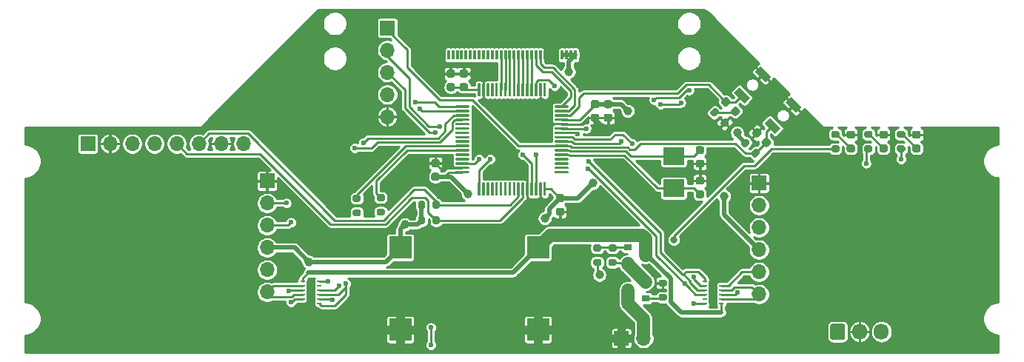
<source format=gbr>
%TF.GenerationSoftware,KiCad,Pcbnew,(5.1.7)-1*%
%TF.CreationDate,2021-05-03T22:06:55+02:00*%
%TF.ProjectId,Kaszmir,4b61737a-6d69-4722-9e6b-696361645f70,rev?*%
%TF.SameCoordinates,Original*%
%TF.FileFunction,Copper,L1,Top*%
%TF.FilePolarity,Positive*%
%FSLAX46Y46*%
G04 Gerber Fmt 4.6, Leading zero omitted, Abs format (unit mm)*
G04 Created by KiCad (PCBNEW (5.1.7)-1) date 2021-05-03 22:06:55*
%MOMM*%
%LPD*%
G01*
G04 APERTURE LIST*
%TA.AperFunction,ComponentPad*%
%ADD10O,1.700000X1.850000*%
%TD*%
%TA.AperFunction,SMDPad,CuDef*%
%ADD11R,1.000000X2.650000*%
%TD*%
%TA.AperFunction,ComponentPad*%
%ADD12C,0.600000*%
%TD*%
%TA.AperFunction,SMDPad,CuDef*%
%ADD13R,0.500000X0.250000*%
%TD*%
%TA.AperFunction,ComponentPad*%
%ADD14O,1.700000X1.700000*%
%TD*%
%TA.AperFunction,ComponentPad*%
%ADD15R,1.700000X1.700000*%
%TD*%
%TA.AperFunction,SMDPad,CuDef*%
%ADD16R,2.400000X2.000000*%
%TD*%
%TA.AperFunction,SMDPad,CuDef*%
%ADD17C,0.150000*%
%TD*%
%TA.AperFunction,SMDPad,CuDef*%
%ADD18R,0.900000X0.800000*%
%TD*%
%TA.AperFunction,SMDPad,CuDef*%
%ADD19R,2.300000X3.100000*%
%TD*%
%TA.AperFunction,SMDPad,CuDef*%
%ADD20R,0.300000X1.100000*%
%TD*%
%TA.AperFunction,SMDPad,CuDef*%
%ADD21R,2.540000X2.540000*%
%TD*%
%TA.AperFunction,ViaPad*%
%ADD22C,0.800000*%
%TD*%
%TA.AperFunction,ViaPad*%
%ADD23C,1.000000*%
%TD*%
%TA.AperFunction,ViaPad*%
%ADD24C,0.600000*%
%TD*%
%TA.AperFunction,Conductor*%
%ADD25C,0.250000*%
%TD*%
%TA.AperFunction,Conductor*%
%ADD26C,0.500000*%
%TD*%
%TA.AperFunction,Conductor*%
%ADD27C,1.500000*%
%TD*%
%TA.AperFunction,Conductor*%
%ADD28C,0.254000*%
%TD*%
%TA.AperFunction,Conductor*%
%ADD29C,0.150000*%
%TD*%
G04 APERTURE END LIST*
D10*
%TO.P,SW1,3*%
%TO.N,N/C*%
X138250000Y-161500000D03*
%TO.P,SW1,2*%
%TO.N,GND*%
X135750000Y-161500000D03*
%TO.P,SW1,1*%
%TO.N,Net-(R3-Pad2)*%
%TA.AperFunction,ComponentPad*%
G36*
G01*
X132400000Y-162175000D02*
X132400000Y-160825000D01*
G75*
G02*
X132650000Y-160575000I250000J0D01*
G01*
X133850000Y-160575000D01*
G75*
G02*
X134100000Y-160825000I0J-250000D01*
G01*
X134100000Y-162175000D01*
G75*
G02*
X133850000Y-162425000I-250000J0D01*
G01*
X132650000Y-162425000D01*
G75*
G02*
X132400000Y-162175000I0J250000D01*
G01*
G37*
%TD.AperFunction*%
%TD*%
%TO.P,C12,2*%
%TO.N,GND*%
%TA.AperFunction,SMDPad,CuDef*%
G36*
G01*
X106750000Y-136575000D02*
X107250000Y-136575000D01*
G75*
G02*
X107475000Y-136800000I0J-225000D01*
G01*
X107475000Y-137250000D01*
G75*
G02*
X107250000Y-137475000I-225000J0D01*
G01*
X106750000Y-137475000D01*
G75*
G02*
X106525000Y-137250000I0J225000D01*
G01*
X106525000Y-136800000D01*
G75*
G02*
X106750000Y-136575000I225000J0D01*
G01*
G37*
%TD.AperFunction*%
%TO.P,C12,1*%
%TO.N,+3V3*%
%TA.AperFunction,SMDPad,CuDef*%
G36*
G01*
X106750000Y-135025000D02*
X107250000Y-135025000D01*
G75*
G02*
X107475000Y-135250000I0J-225000D01*
G01*
X107475000Y-135700000D01*
G75*
G02*
X107250000Y-135925000I-225000J0D01*
G01*
X106750000Y-135925000D01*
G75*
G02*
X106525000Y-135700000I0J225000D01*
G01*
X106525000Y-135250000D01*
G75*
G02*
X106750000Y-135025000I225000J0D01*
G01*
G37*
%TD.AperFunction*%
%TD*%
%TO.P,C11,2*%
%TO.N,GND*%
%TA.AperFunction,SMDPad,CuDef*%
G36*
G01*
X105250000Y-136575000D02*
X105750000Y-136575000D01*
G75*
G02*
X105975000Y-136800000I0J-225000D01*
G01*
X105975000Y-137250000D01*
G75*
G02*
X105750000Y-137475000I-225000J0D01*
G01*
X105250000Y-137475000D01*
G75*
G02*
X105025000Y-137250000I0J225000D01*
G01*
X105025000Y-136800000D01*
G75*
G02*
X105250000Y-136575000I225000J0D01*
G01*
G37*
%TD.AperFunction*%
%TO.P,C11,1*%
%TO.N,+3V3*%
%TA.AperFunction,SMDPad,CuDef*%
G36*
G01*
X105250000Y-135025000D02*
X105750000Y-135025000D01*
G75*
G02*
X105975000Y-135250000I0J-225000D01*
G01*
X105975000Y-135700000D01*
G75*
G02*
X105750000Y-135925000I-225000J0D01*
G01*
X105250000Y-135925000D01*
G75*
G02*
X105025000Y-135700000I0J225000D01*
G01*
X105025000Y-135250000D01*
G75*
G02*
X105250000Y-135025000I225000J0D01*
G01*
G37*
%TD.AperFunction*%
%TD*%
%TO.P,C9,2*%
%TO.N,GND*%
%TA.AperFunction,SMDPad,CuDef*%
G36*
G01*
X101250000Y-147325000D02*
X101750000Y-147325000D01*
G75*
G02*
X101975000Y-147550000I0J-225000D01*
G01*
X101975000Y-148000000D01*
G75*
G02*
X101750000Y-148225000I-225000J0D01*
G01*
X101250000Y-148225000D01*
G75*
G02*
X101025000Y-148000000I0J225000D01*
G01*
X101025000Y-147550000D01*
G75*
G02*
X101250000Y-147325000I225000J0D01*
G01*
G37*
%TD.AperFunction*%
%TO.P,C9,1*%
%TO.N,+3V3*%
%TA.AperFunction,SMDPad,CuDef*%
G36*
G01*
X101250000Y-145775000D02*
X101750000Y-145775000D01*
G75*
G02*
X101975000Y-146000000I0J-225000D01*
G01*
X101975000Y-146450000D01*
G75*
G02*
X101750000Y-146675000I-225000J0D01*
G01*
X101250000Y-146675000D01*
G75*
G02*
X101025000Y-146450000I0J225000D01*
G01*
X101025000Y-146000000D01*
G75*
G02*
X101250000Y-145775000I225000J0D01*
G01*
G37*
%TD.AperFunction*%
%TD*%
%TO.P,C8,2*%
%TO.N,GND*%
%TA.AperFunction,SMDPad,CuDef*%
G36*
G01*
X90750000Y-132425000D02*
X90250000Y-132425000D01*
G75*
G02*
X90025000Y-132200000I0J225000D01*
G01*
X90025000Y-131750000D01*
G75*
G02*
X90250000Y-131525000I225000J0D01*
G01*
X90750000Y-131525000D01*
G75*
G02*
X90975000Y-131750000I0J-225000D01*
G01*
X90975000Y-132200000D01*
G75*
G02*
X90750000Y-132425000I-225000J0D01*
G01*
G37*
%TD.AperFunction*%
%TO.P,C8,1*%
%TO.N,+3V3*%
%TA.AperFunction,SMDPad,CuDef*%
G36*
G01*
X90750000Y-133975000D02*
X90250000Y-133975000D01*
G75*
G02*
X90025000Y-133750000I0J225000D01*
G01*
X90025000Y-133300000D01*
G75*
G02*
X90250000Y-133075000I225000J0D01*
G01*
X90750000Y-133075000D01*
G75*
G02*
X90975000Y-133300000I0J-225000D01*
G01*
X90975000Y-133750000D01*
G75*
G02*
X90750000Y-133975000I-225000J0D01*
G01*
G37*
%TD.AperFunction*%
%TD*%
%TO.P,C7,2*%
%TO.N,GND*%
%TA.AperFunction,SMDPad,CuDef*%
G36*
G01*
X87500000Y-142675000D02*
X87000000Y-142675000D01*
G75*
G02*
X86775000Y-142450000I0J225000D01*
G01*
X86775000Y-142000000D01*
G75*
G02*
X87000000Y-141775000I225000J0D01*
G01*
X87500000Y-141775000D01*
G75*
G02*
X87725000Y-142000000I0J-225000D01*
G01*
X87725000Y-142450000D01*
G75*
G02*
X87500000Y-142675000I-225000J0D01*
G01*
G37*
%TD.AperFunction*%
%TO.P,C7,1*%
%TO.N,+3V3*%
%TA.AperFunction,SMDPad,CuDef*%
G36*
G01*
X87500000Y-144225000D02*
X87000000Y-144225000D01*
G75*
G02*
X86775000Y-144000000I0J225000D01*
G01*
X86775000Y-143550000D01*
G75*
G02*
X87000000Y-143325000I225000J0D01*
G01*
X87500000Y-143325000D01*
G75*
G02*
X87725000Y-143550000I0J-225000D01*
G01*
X87725000Y-144000000D01*
G75*
G02*
X87500000Y-144225000I-225000J0D01*
G01*
G37*
%TD.AperFunction*%
%TD*%
%TO.P,C13,2*%
%TO.N,GND*%
%TA.AperFunction,SMDPad,CuDef*%
G36*
G01*
X89250000Y-132425000D02*
X88750000Y-132425000D01*
G75*
G02*
X88525000Y-132200000I0J225000D01*
G01*
X88525000Y-131750000D01*
G75*
G02*
X88750000Y-131525000I225000J0D01*
G01*
X89250000Y-131525000D01*
G75*
G02*
X89475000Y-131750000I0J-225000D01*
G01*
X89475000Y-132200000D01*
G75*
G02*
X89250000Y-132425000I-225000J0D01*
G01*
G37*
%TD.AperFunction*%
%TO.P,C13,1*%
%TO.N,+3V3*%
%TA.AperFunction,SMDPad,CuDef*%
G36*
G01*
X89250000Y-133975000D02*
X88750000Y-133975000D01*
G75*
G02*
X88525000Y-133750000I0J225000D01*
G01*
X88525000Y-133300000D01*
G75*
G02*
X88750000Y-133075000I225000J0D01*
G01*
X89250000Y-133075000D01*
G75*
G02*
X89475000Y-133300000I0J-225000D01*
G01*
X89475000Y-133750000D01*
G75*
G02*
X89250000Y-133975000I-225000J0D01*
G01*
G37*
%TD.AperFunction*%
%TD*%
D11*
%TO.P,U1,13*%
%TO.N,GND*%
X119000000Y-157000000D03*
D12*
X119000000Y-156000000D03*
X119000000Y-158000000D03*
X119000000Y-157000000D03*
D13*
%TO.P,U1,12*%
%TO.N,+3V3*%
X118050000Y-158250000D03*
%TO.P,U1,11*%
%TO.N,N/C*%
X118050000Y-157750000D03*
%TO.P,U1,10*%
%TO.N,M1_L*%
X118050000Y-157250000D03*
%TO.P,U1,9*%
%TO.N,M1_R*%
X118050000Y-156750000D03*
%TO.P,U1,8*%
%TO.N,M1_L*%
X118050000Y-156250000D03*
%TO.P,U1,7*%
%TO.N,M1_R*%
X118050000Y-155750000D03*
%TO.P,U1,6*%
%TO.N,GND*%
X119950000Y-155750000D03*
%TO.P,U1,5*%
%TO.N,Net-(J4-Pad5)*%
X119950000Y-156250000D03*
%TO.P,U1,4*%
%TO.N,Net-(J4-Pad6)*%
X119950000Y-156750000D03*
%TO.P,U1,3*%
%TO.N,Net-(J4-Pad5)*%
X119950000Y-157250000D03*
%TO.P,U1,2*%
%TO.N,Net-(J4-Pad6)*%
X119950000Y-157750000D03*
%TO.P,U1,1*%
%TO.N,VCC*%
X119950000Y-158250000D03*
%TD*%
D11*
%TO.P,U3,13*%
%TO.N,GND*%
X73000000Y-157000000D03*
D12*
X73000000Y-158000000D03*
X73000000Y-156000000D03*
X73000000Y-157000000D03*
D13*
%TO.P,U3,12*%
%TO.N,+3V3*%
X73950000Y-155750000D03*
%TO.P,U3,11*%
%TO.N,N/C*%
X73950000Y-156250000D03*
%TO.P,U3,10*%
%TO.N,M2_L*%
X73950000Y-156750000D03*
%TO.P,U3,9*%
%TO.N,M2_R*%
X73950000Y-157250000D03*
%TO.P,U3,8*%
%TO.N,M2_L*%
X73950000Y-157750000D03*
%TO.P,U3,7*%
%TO.N,M2_R*%
X73950000Y-158250000D03*
%TO.P,U3,6*%
%TO.N,GND*%
X72050000Y-158250000D03*
%TO.P,U3,5*%
%TO.N,Net-(J6-Pad5)*%
X72050000Y-157750000D03*
%TO.P,U3,4*%
%TO.N,Net-(J6-Pad6)*%
X72050000Y-157250000D03*
%TO.P,U3,3*%
%TO.N,Net-(J6-Pad5)*%
X72050000Y-156750000D03*
%TO.P,U3,2*%
%TO.N,Net-(J6-Pad6)*%
X72050000Y-156250000D03*
%TO.P,U3,1*%
%TO.N,VCC*%
X72050000Y-155750000D03*
%TD*%
%TO.P,R13,2*%
%TO.N,Net-(Q2-Pad1)*%
%TA.AperFunction,SMDPad,CuDef*%
G36*
G01*
X107775000Y-152325000D02*
X107225000Y-152325000D01*
G75*
G02*
X107025000Y-152125000I0J200000D01*
G01*
X107025000Y-151725000D01*
G75*
G02*
X107225000Y-151525000I200000J0D01*
G01*
X107775000Y-151525000D01*
G75*
G02*
X107975000Y-151725000I0J-200000D01*
G01*
X107975000Y-152125000D01*
G75*
G02*
X107775000Y-152325000I-200000J0D01*
G01*
G37*
%TD.AperFunction*%
%TO.P,R13,1*%
%TO.N,Net-(Q1-Pad2)*%
%TA.AperFunction,SMDPad,CuDef*%
G36*
G01*
X107775000Y-153975000D02*
X107225000Y-153975000D01*
G75*
G02*
X107025000Y-153775000I0J200000D01*
G01*
X107025000Y-153375000D01*
G75*
G02*
X107225000Y-153175000I200000J0D01*
G01*
X107775000Y-153175000D01*
G75*
G02*
X107975000Y-153375000I0J-200000D01*
G01*
X107975000Y-153775000D01*
G75*
G02*
X107775000Y-153975000I-200000J0D01*
G01*
G37*
%TD.AperFunction*%
%TD*%
D14*
%TO.P,STLINK,5*%
%TO.N,GND*%
X81750000Y-136910000D03*
%TO.P,STLINK,4*%
%TO.N,+3V3*%
X81750000Y-134370000D03*
%TO.P,STLINK,3*%
%TO.N,SWDIO*%
X81750000Y-131830000D03*
%TO.P,STLINK,2*%
%TO.N,SWCLK*%
X81750000Y-129290000D03*
D15*
%TO.P,STLINK,1*%
%TO.N,RST*%
X81750000Y-126750000D03*
%TD*%
D16*
%TO.P,Y1,2*%
%TO.N,Net-(C4-Pad1)*%
X114500000Y-145100000D03*
%TO.P,Y1,1*%
%TO.N,Net-(C5-Pad1)*%
X114500000Y-141400000D03*
%TD*%
%TO.P,U2,64*%
%TO.N,+3V3*%
%TA.AperFunction,SMDPad,CuDef*%
G36*
G01*
X99900000Y-144475000D02*
X99900000Y-145875000D01*
G75*
G02*
X99825000Y-145950000I-75000J0D01*
G01*
X99675000Y-145950000D01*
G75*
G02*
X99600000Y-145875000I0J75000D01*
G01*
X99600000Y-144475000D01*
G75*
G02*
X99675000Y-144400000I75000J0D01*
G01*
X99825000Y-144400000D01*
G75*
G02*
X99900000Y-144475000I0J-75000D01*
G01*
G37*
%TD.AperFunction*%
%TO.P,U2,63*%
%TO.N,GND*%
%TA.AperFunction,SMDPad,CuDef*%
G36*
G01*
X99400000Y-144475000D02*
X99400000Y-145875000D01*
G75*
G02*
X99325000Y-145950000I-75000J0D01*
G01*
X99175000Y-145950000D01*
G75*
G02*
X99100000Y-145875000I0J75000D01*
G01*
X99100000Y-144475000D01*
G75*
G02*
X99175000Y-144400000I75000J0D01*
G01*
X99325000Y-144400000D01*
G75*
G02*
X99400000Y-144475000I0J-75000D01*
G01*
G37*
%TD.AperFunction*%
%TO.P,U2,62*%
%TO.N,Net-(R6-Pad1)*%
%TA.AperFunction,SMDPad,CuDef*%
G36*
G01*
X98900000Y-144475000D02*
X98900000Y-145875000D01*
G75*
G02*
X98825000Y-145950000I-75000J0D01*
G01*
X98675000Y-145950000D01*
G75*
G02*
X98600000Y-145875000I0J75000D01*
G01*
X98600000Y-144475000D01*
G75*
G02*
X98675000Y-144400000I75000J0D01*
G01*
X98825000Y-144400000D01*
G75*
G02*
X98900000Y-144475000I0J-75000D01*
G01*
G37*
%TD.AperFunction*%
%TO.P,U2,61*%
%TO.N,Net-(R7-Pad1)*%
%TA.AperFunction,SMDPad,CuDef*%
G36*
G01*
X98400000Y-144475000D02*
X98400000Y-145875000D01*
G75*
G02*
X98325000Y-145950000I-75000J0D01*
G01*
X98175000Y-145950000D01*
G75*
G02*
X98100000Y-145875000I0J75000D01*
G01*
X98100000Y-144475000D01*
G75*
G02*
X98175000Y-144400000I75000J0D01*
G01*
X98325000Y-144400000D01*
G75*
G02*
X98400000Y-144475000I0J-75000D01*
G01*
G37*
%TD.AperFunction*%
%TO.P,U2,60*%
%TO.N,GND*%
%TA.AperFunction,SMDPad,CuDef*%
G36*
G01*
X97900000Y-144475000D02*
X97900000Y-145875000D01*
G75*
G02*
X97825000Y-145950000I-75000J0D01*
G01*
X97675000Y-145950000D01*
G75*
G02*
X97600000Y-145875000I0J75000D01*
G01*
X97600000Y-144475000D01*
G75*
G02*
X97675000Y-144400000I75000J0D01*
G01*
X97825000Y-144400000D01*
G75*
G02*
X97900000Y-144475000I0J-75000D01*
G01*
G37*
%TD.AperFunction*%
%TO.P,U2,59*%
%TO.N,SDA*%
%TA.AperFunction,SMDPad,CuDef*%
G36*
G01*
X97400000Y-144475000D02*
X97400000Y-145875000D01*
G75*
G02*
X97325000Y-145950000I-75000J0D01*
G01*
X97175000Y-145950000D01*
G75*
G02*
X97100000Y-145875000I0J75000D01*
G01*
X97100000Y-144475000D01*
G75*
G02*
X97175000Y-144400000I75000J0D01*
G01*
X97325000Y-144400000D01*
G75*
G02*
X97400000Y-144475000I0J-75000D01*
G01*
G37*
%TD.AperFunction*%
%TO.P,U2,58*%
%TO.N,SCL*%
%TA.AperFunction,SMDPad,CuDef*%
G36*
G01*
X96900000Y-144475000D02*
X96900000Y-145875000D01*
G75*
G02*
X96825000Y-145950000I-75000J0D01*
G01*
X96675000Y-145950000D01*
G75*
G02*
X96600000Y-145875000I0J75000D01*
G01*
X96600000Y-144475000D01*
G75*
G02*
X96675000Y-144400000I75000J0D01*
G01*
X96825000Y-144400000D01*
G75*
G02*
X96900000Y-144475000I0J-75000D01*
G01*
G37*
%TD.AperFunction*%
%TO.P,U2,57*%
%TO.N,N/C*%
%TA.AperFunction,SMDPad,CuDef*%
G36*
G01*
X96400000Y-144475000D02*
X96400000Y-145875000D01*
G75*
G02*
X96325000Y-145950000I-75000J0D01*
G01*
X96175000Y-145950000D01*
G75*
G02*
X96100000Y-145875000I0J75000D01*
G01*
X96100000Y-144475000D01*
G75*
G02*
X96175000Y-144400000I75000J0D01*
G01*
X96325000Y-144400000D01*
G75*
G02*
X96400000Y-144475000I0J-75000D01*
G01*
G37*
%TD.AperFunction*%
%TO.P,U2,56*%
%TA.AperFunction,SMDPad,CuDef*%
G36*
G01*
X95900000Y-144475000D02*
X95900000Y-145875000D01*
G75*
G02*
X95825000Y-145950000I-75000J0D01*
G01*
X95675000Y-145950000D01*
G75*
G02*
X95600000Y-145875000I0J75000D01*
G01*
X95600000Y-144475000D01*
G75*
G02*
X95675000Y-144400000I75000J0D01*
G01*
X95825000Y-144400000D01*
G75*
G02*
X95900000Y-144475000I0J-75000D01*
G01*
G37*
%TD.AperFunction*%
%TO.P,U2,55*%
%TA.AperFunction,SMDPad,CuDef*%
G36*
G01*
X95400000Y-144475000D02*
X95400000Y-145875000D01*
G75*
G02*
X95325000Y-145950000I-75000J0D01*
G01*
X95175000Y-145950000D01*
G75*
G02*
X95100000Y-145875000I0J75000D01*
G01*
X95100000Y-144475000D01*
G75*
G02*
X95175000Y-144400000I75000J0D01*
G01*
X95325000Y-144400000D01*
G75*
G02*
X95400000Y-144475000I0J-75000D01*
G01*
G37*
%TD.AperFunction*%
%TO.P,U2,54*%
%TA.AperFunction,SMDPad,CuDef*%
G36*
G01*
X94900000Y-144475000D02*
X94900000Y-145875000D01*
G75*
G02*
X94825000Y-145950000I-75000J0D01*
G01*
X94675000Y-145950000D01*
G75*
G02*
X94600000Y-145875000I0J75000D01*
G01*
X94600000Y-144475000D01*
G75*
G02*
X94675000Y-144400000I75000J0D01*
G01*
X94825000Y-144400000D01*
G75*
G02*
X94900000Y-144475000I0J-75000D01*
G01*
G37*
%TD.AperFunction*%
%TO.P,U2,53*%
%TA.AperFunction,SMDPad,CuDef*%
G36*
G01*
X94400000Y-144475000D02*
X94400000Y-145875000D01*
G75*
G02*
X94325000Y-145950000I-75000J0D01*
G01*
X94175000Y-145950000D01*
G75*
G02*
X94100000Y-145875000I0J75000D01*
G01*
X94100000Y-144475000D01*
G75*
G02*
X94175000Y-144400000I75000J0D01*
G01*
X94325000Y-144400000D01*
G75*
G02*
X94400000Y-144475000I0J-75000D01*
G01*
G37*
%TD.AperFunction*%
%TO.P,U2,52*%
%TA.AperFunction,SMDPad,CuDef*%
G36*
G01*
X93900000Y-144475000D02*
X93900000Y-145875000D01*
G75*
G02*
X93825000Y-145950000I-75000J0D01*
G01*
X93675000Y-145950000D01*
G75*
G02*
X93600000Y-145875000I0J75000D01*
G01*
X93600000Y-144475000D01*
G75*
G02*
X93675000Y-144400000I75000J0D01*
G01*
X93825000Y-144400000D01*
G75*
G02*
X93900000Y-144475000I0J-75000D01*
G01*
G37*
%TD.AperFunction*%
%TO.P,U2,51*%
%TA.AperFunction,SMDPad,CuDef*%
G36*
G01*
X93400000Y-144475000D02*
X93400000Y-145875000D01*
G75*
G02*
X93325000Y-145950000I-75000J0D01*
G01*
X93175000Y-145950000D01*
G75*
G02*
X93100000Y-145875000I0J75000D01*
G01*
X93100000Y-144475000D01*
G75*
G02*
X93175000Y-144400000I75000J0D01*
G01*
X93325000Y-144400000D01*
G75*
G02*
X93400000Y-144475000I0J-75000D01*
G01*
G37*
%TD.AperFunction*%
%TO.P,U2,50*%
%TA.AperFunction,SMDPad,CuDef*%
G36*
G01*
X92900000Y-144475000D02*
X92900000Y-145875000D01*
G75*
G02*
X92825000Y-145950000I-75000J0D01*
G01*
X92675000Y-145950000D01*
G75*
G02*
X92600000Y-145875000I0J75000D01*
G01*
X92600000Y-144475000D01*
G75*
G02*
X92675000Y-144400000I75000J0D01*
G01*
X92825000Y-144400000D01*
G75*
G02*
X92900000Y-144475000I0J-75000D01*
G01*
G37*
%TD.AperFunction*%
%TO.P,U2,49*%
%TO.N,SWCLK*%
%TA.AperFunction,SMDPad,CuDef*%
G36*
G01*
X92400000Y-144475000D02*
X92400000Y-145875000D01*
G75*
G02*
X92325000Y-145950000I-75000J0D01*
G01*
X92175000Y-145950000D01*
G75*
G02*
X92100000Y-145875000I0J75000D01*
G01*
X92100000Y-144475000D01*
G75*
G02*
X92175000Y-144400000I75000J0D01*
G01*
X92325000Y-144400000D01*
G75*
G02*
X92400000Y-144475000I0J-75000D01*
G01*
G37*
%TD.AperFunction*%
%TO.P,U2,48*%
%TO.N,+3V3*%
%TA.AperFunction,SMDPad,CuDef*%
G36*
G01*
X91100000Y-143175000D02*
X91100000Y-143325000D01*
G75*
G02*
X91025000Y-143400000I-75000J0D01*
G01*
X89625000Y-143400000D01*
G75*
G02*
X89550000Y-143325000I0J75000D01*
G01*
X89550000Y-143175000D01*
G75*
G02*
X89625000Y-143100000I75000J0D01*
G01*
X91025000Y-143100000D01*
G75*
G02*
X91100000Y-143175000I0J-75000D01*
G01*
G37*
%TD.AperFunction*%
%TO.P,U2,47*%
%TO.N,GND*%
%TA.AperFunction,SMDPad,CuDef*%
G36*
G01*
X91100000Y-142675000D02*
X91100000Y-142825000D01*
G75*
G02*
X91025000Y-142900000I-75000J0D01*
G01*
X89625000Y-142900000D01*
G75*
G02*
X89550000Y-142825000I0J75000D01*
G01*
X89550000Y-142675000D01*
G75*
G02*
X89625000Y-142600000I75000J0D01*
G01*
X91025000Y-142600000D01*
G75*
G02*
X91100000Y-142675000I0J-75000D01*
G01*
G37*
%TD.AperFunction*%
%TO.P,U2,46*%
%TO.N,SWDIO*%
%TA.AperFunction,SMDPad,CuDef*%
G36*
G01*
X91100000Y-142175000D02*
X91100000Y-142325000D01*
G75*
G02*
X91025000Y-142400000I-75000J0D01*
G01*
X89625000Y-142400000D01*
G75*
G02*
X89550000Y-142325000I0J75000D01*
G01*
X89550000Y-142175000D01*
G75*
G02*
X89625000Y-142100000I75000J0D01*
G01*
X91025000Y-142100000D01*
G75*
G02*
X91100000Y-142175000I0J-75000D01*
G01*
G37*
%TD.AperFunction*%
%TO.P,U2,45*%
%TO.N,N/C*%
%TA.AperFunction,SMDPad,CuDef*%
G36*
G01*
X91100000Y-141675000D02*
X91100000Y-141825000D01*
G75*
G02*
X91025000Y-141900000I-75000J0D01*
G01*
X89625000Y-141900000D01*
G75*
G02*
X89550000Y-141825000I0J75000D01*
G01*
X89550000Y-141675000D01*
G75*
G02*
X89625000Y-141600000I75000J0D01*
G01*
X91025000Y-141600000D01*
G75*
G02*
X91100000Y-141675000I0J-75000D01*
G01*
G37*
%TD.AperFunction*%
%TO.P,U2,44*%
%TA.AperFunction,SMDPad,CuDef*%
G36*
G01*
X91100000Y-141175000D02*
X91100000Y-141325000D01*
G75*
G02*
X91025000Y-141400000I-75000J0D01*
G01*
X89625000Y-141400000D01*
G75*
G02*
X89550000Y-141325000I0J75000D01*
G01*
X89550000Y-141175000D01*
G75*
G02*
X89625000Y-141100000I75000J0D01*
G01*
X91025000Y-141100000D01*
G75*
G02*
X91100000Y-141175000I0J-75000D01*
G01*
G37*
%TD.AperFunction*%
%TO.P,U2,43*%
%TO.N,RX*%
%TA.AperFunction,SMDPad,CuDef*%
G36*
G01*
X91100000Y-140675000D02*
X91100000Y-140825000D01*
G75*
G02*
X91025000Y-140900000I-75000J0D01*
G01*
X89625000Y-140900000D01*
G75*
G02*
X89550000Y-140825000I0J75000D01*
G01*
X89550000Y-140675000D01*
G75*
G02*
X89625000Y-140600000I75000J0D01*
G01*
X91025000Y-140600000D01*
G75*
G02*
X91100000Y-140675000I0J-75000D01*
G01*
G37*
%TD.AperFunction*%
%TO.P,U2,42*%
%TO.N,TX*%
%TA.AperFunction,SMDPad,CuDef*%
G36*
G01*
X91100000Y-140175000D02*
X91100000Y-140325000D01*
G75*
G02*
X91025000Y-140400000I-75000J0D01*
G01*
X89625000Y-140400000D01*
G75*
G02*
X89550000Y-140325000I0J75000D01*
G01*
X89550000Y-140175000D01*
G75*
G02*
X89625000Y-140100000I75000J0D01*
G01*
X91025000Y-140100000D01*
G75*
G02*
X91100000Y-140175000I0J-75000D01*
G01*
G37*
%TD.AperFunction*%
%TO.P,U2,41*%
%TO.N,N/C*%
%TA.AperFunction,SMDPad,CuDef*%
G36*
G01*
X91100000Y-139675000D02*
X91100000Y-139825000D01*
G75*
G02*
X91025000Y-139900000I-75000J0D01*
G01*
X89625000Y-139900000D01*
G75*
G02*
X89550000Y-139825000I0J75000D01*
G01*
X89550000Y-139675000D01*
G75*
G02*
X89625000Y-139600000I75000J0D01*
G01*
X91025000Y-139600000D01*
G75*
G02*
X91100000Y-139675000I0J-75000D01*
G01*
G37*
%TD.AperFunction*%
%TO.P,U2,40*%
%TA.AperFunction,SMDPad,CuDef*%
G36*
G01*
X91100000Y-139175000D02*
X91100000Y-139325000D01*
G75*
G02*
X91025000Y-139400000I-75000J0D01*
G01*
X89625000Y-139400000D01*
G75*
G02*
X89550000Y-139325000I0J75000D01*
G01*
X89550000Y-139175000D01*
G75*
G02*
X89625000Y-139100000I75000J0D01*
G01*
X91025000Y-139100000D01*
G75*
G02*
X91100000Y-139175000I0J-75000D01*
G01*
G37*
%TD.AperFunction*%
%TO.P,U2,39*%
%TA.AperFunction,SMDPad,CuDef*%
G36*
G01*
X91100000Y-138675000D02*
X91100000Y-138825000D01*
G75*
G02*
X91025000Y-138900000I-75000J0D01*
G01*
X89625000Y-138900000D01*
G75*
G02*
X89550000Y-138825000I0J75000D01*
G01*
X89550000Y-138675000D01*
G75*
G02*
X89625000Y-138600000I75000J0D01*
G01*
X91025000Y-138600000D01*
G75*
G02*
X91100000Y-138675000I0J-75000D01*
G01*
G37*
%TD.AperFunction*%
%TO.P,U2,38*%
%TA.AperFunction,SMDPad,CuDef*%
G36*
G01*
X91100000Y-138175000D02*
X91100000Y-138325000D01*
G75*
G02*
X91025000Y-138400000I-75000J0D01*
G01*
X89625000Y-138400000D01*
G75*
G02*
X89550000Y-138325000I0J75000D01*
G01*
X89550000Y-138175000D01*
G75*
G02*
X89625000Y-138100000I75000J0D01*
G01*
X91025000Y-138100000D01*
G75*
G02*
X91100000Y-138175000I0J-75000D01*
G01*
G37*
%TD.AperFunction*%
%TO.P,U2,37*%
%TA.AperFunction,SMDPad,CuDef*%
G36*
G01*
X91100000Y-137675000D02*
X91100000Y-137825000D01*
G75*
G02*
X91025000Y-137900000I-75000J0D01*
G01*
X89625000Y-137900000D01*
G75*
G02*
X89550000Y-137825000I0J75000D01*
G01*
X89550000Y-137675000D01*
G75*
G02*
X89625000Y-137600000I75000J0D01*
G01*
X91025000Y-137600000D01*
G75*
G02*
X91100000Y-137675000I0J-75000D01*
G01*
G37*
%TD.AperFunction*%
%TO.P,U2,36*%
%TO.N,M2_B*%
%TA.AperFunction,SMDPad,CuDef*%
G36*
G01*
X91100000Y-137175000D02*
X91100000Y-137325000D01*
G75*
G02*
X91025000Y-137400000I-75000J0D01*
G01*
X89625000Y-137400000D01*
G75*
G02*
X89550000Y-137325000I0J75000D01*
G01*
X89550000Y-137175000D01*
G75*
G02*
X89625000Y-137100000I75000J0D01*
G01*
X91025000Y-137100000D01*
G75*
G02*
X91100000Y-137175000I0J-75000D01*
G01*
G37*
%TD.AperFunction*%
%TO.P,U2,35*%
%TO.N,M2_A*%
%TA.AperFunction,SMDPad,CuDef*%
G36*
G01*
X91100000Y-136675000D02*
X91100000Y-136825000D01*
G75*
G02*
X91025000Y-136900000I-75000J0D01*
G01*
X89625000Y-136900000D01*
G75*
G02*
X89550000Y-136825000I0J75000D01*
G01*
X89550000Y-136675000D01*
G75*
G02*
X89625000Y-136600000I75000J0D01*
G01*
X91025000Y-136600000D01*
G75*
G02*
X91100000Y-136675000I0J-75000D01*
G01*
G37*
%TD.AperFunction*%
%TO.P,U2,34*%
%TO.N,M2_R*%
%TA.AperFunction,SMDPad,CuDef*%
G36*
G01*
X91100000Y-136175000D02*
X91100000Y-136325000D01*
G75*
G02*
X91025000Y-136400000I-75000J0D01*
G01*
X89625000Y-136400000D01*
G75*
G02*
X89550000Y-136325000I0J75000D01*
G01*
X89550000Y-136175000D01*
G75*
G02*
X89625000Y-136100000I75000J0D01*
G01*
X91025000Y-136100000D01*
G75*
G02*
X91100000Y-136175000I0J-75000D01*
G01*
G37*
%TD.AperFunction*%
%TO.P,U2,33*%
%TO.N,M2_L*%
%TA.AperFunction,SMDPad,CuDef*%
G36*
G01*
X91100000Y-135675000D02*
X91100000Y-135825000D01*
G75*
G02*
X91025000Y-135900000I-75000J0D01*
G01*
X89625000Y-135900000D01*
G75*
G02*
X89550000Y-135825000I0J75000D01*
G01*
X89550000Y-135675000D01*
G75*
G02*
X89625000Y-135600000I75000J0D01*
G01*
X91025000Y-135600000D01*
G75*
G02*
X91100000Y-135675000I0J-75000D01*
G01*
G37*
%TD.AperFunction*%
%TO.P,U2,32*%
%TO.N,+3V3*%
%TA.AperFunction,SMDPad,CuDef*%
G36*
G01*
X92400000Y-133125000D02*
X92400000Y-134525000D01*
G75*
G02*
X92325000Y-134600000I-75000J0D01*
G01*
X92175000Y-134600000D01*
G75*
G02*
X92100000Y-134525000I0J75000D01*
G01*
X92100000Y-133125000D01*
G75*
G02*
X92175000Y-133050000I75000J0D01*
G01*
X92325000Y-133050000D01*
G75*
G02*
X92400000Y-133125000I0J-75000D01*
G01*
G37*
%TD.AperFunction*%
%TO.P,U2,31*%
%TO.N,GND*%
%TA.AperFunction,SMDPad,CuDef*%
G36*
G01*
X92900000Y-133125000D02*
X92900000Y-134525000D01*
G75*
G02*
X92825000Y-134600000I-75000J0D01*
G01*
X92675000Y-134600000D01*
G75*
G02*
X92600000Y-134525000I0J75000D01*
G01*
X92600000Y-133125000D01*
G75*
G02*
X92675000Y-133050000I75000J0D01*
G01*
X92825000Y-133050000D01*
G75*
G02*
X92900000Y-133125000I0J-75000D01*
G01*
G37*
%TD.AperFunction*%
%TO.P,U2,30*%
%TO.N,N/C*%
%TA.AperFunction,SMDPad,CuDef*%
G36*
G01*
X93400000Y-133125000D02*
X93400000Y-134525000D01*
G75*
G02*
X93325000Y-134600000I-75000J0D01*
G01*
X93175000Y-134600000D01*
G75*
G02*
X93100000Y-134525000I0J75000D01*
G01*
X93100000Y-133125000D01*
G75*
G02*
X93175000Y-133050000I75000J0D01*
G01*
X93325000Y-133050000D01*
G75*
G02*
X93400000Y-133125000I0J-75000D01*
G01*
G37*
%TD.AperFunction*%
%TO.P,U2,29*%
%TA.AperFunction,SMDPad,CuDef*%
G36*
G01*
X93900000Y-133125000D02*
X93900000Y-134525000D01*
G75*
G02*
X93825000Y-134600000I-75000J0D01*
G01*
X93675000Y-134600000D01*
G75*
G02*
X93600000Y-134525000I0J75000D01*
G01*
X93600000Y-133125000D01*
G75*
G02*
X93675000Y-133050000I75000J0D01*
G01*
X93825000Y-133050000D01*
G75*
G02*
X93900000Y-133125000I0J-75000D01*
G01*
G37*
%TD.AperFunction*%
%TO.P,U2,28*%
%TA.AperFunction,SMDPad,CuDef*%
G36*
G01*
X94400000Y-133125000D02*
X94400000Y-134525000D01*
G75*
G02*
X94325000Y-134600000I-75000J0D01*
G01*
X94175000Y-134600000D01*
G75*
G02*
X94100000Y-134525000I0J75000D01*
G01*
X94100000Y-133125000D01*
G75*
G02*
X94175000Y-133050000I75000J0D01*
G01*
X94325000Y-133050000D01*
G75*
G02*
X94400000Y-133125000I0J-75000D01*
G01*
G37*
%TD.AperFunction*%
%TO.P,U2,27*%
%TO.N,KTIR10*%
%TA.AperFunction,SMDPad,CuDef*%
G36*
G01*
X94900000Y-133125000D02*
X94900000Y-134525000D01*
G75*
G02*
X94825000Y-134600000I-75000J0D01*
G01*
X94675000Y-134600000D01*
G75*
G02*
X94600000Y-134525000I0J75000D01*
G01*
X94600000Y-133125000D01*
G75*
G02*
X94675000Y-133050000I75000J0D01*
G01*
X94825000Y-133050000D01*
G75*
G02*
X94900000Y-133125000I0J-75000D01*
G01*
G37*
%TD.AperFunction*%
%TO.P,U2,26*%
%TO.N,KTIR9*%
%TA.AperFunction,SMDPad,CuDef*%
G36*
G01*
X95400000Y-133125000D02*
X95400000Y-134525000D01*
G75*
G02*
X95325000Y-134600000I-75000J0D01*
G01*
X95175000Y-134600000D01*
G75*
G02*
X95100000Y-134525000I0J75000D01*
G01*
X95100000Y-133125000D01*
G75*
G02*
X95175000Y-133050000I75000J0D01*
G01*
X95325000Y-133050000D01*
G75*
G02*
X95400000Y-133125000I0J-75000D01*
G01*
G37*
%TD.AperFunction*%
%TO.P,U2,25*%
%TO.N,KTIR8*%
%TA.AperFunction,SMDPad,CuDef*%
G36*
G01*
X95900000Y-133125000D02*
X95900000Y-134525000D01*
G75*
G02*
X95825000Y-134600000I-75000J0D01*
G01*
X95675000Y-134600000D01*
G75*
G02*
X95600000Y-134525000I0J75000D01*
G01*
X95600000Y-133125000D01*
G75*
G02*
X95675000Y-133050000I75000J0D01*
G01*
X95825000Y-133050000D01*
G75*
G02*
X95900000Y-133125000I0J-75000D01*
G01*
G37*
%TD.AperFunction*%
%TO.P,U2,24*%
%TO.N,KTIR7*%
%TA.AperFunction,SMDPad,CuDef*%
G36*
G01*
X96400000Y-133125000D02*
X96400000Y-134525000D01*
G75*
G02*
X96325000Y-134600000I-75000J0D01*
G01*
X96175000Y-134600000D01*
G75*
G02*
X96100000Y-134525000I0J75000D01*
G01*
X96100000Y-133125000D01*
G75*
G02*
X96175000Y-133050000I75000J0D01*
G01*
X96325000Y-133050000D01*
G75*
G02*
X96400000Y-133125000I0J-75000D01*
G01*
G37*
%TD.AperFunction*%
%TO.P,U2,23*%
%TO.N,KTIR6*%
%TA.AperFunction,SMDPad,CuDef*%
G36*
G01*
X96900000Y-133125000D02*
X96900000Y-134525000D01*
G75*
G02*
X96825000Y-134600000I-75000J0D01*
G01*
X96675000Y-134600000D01*
G75*
G02*
X96600000Y-134525000I0J75000D01*
G01*
X96600000Y-133125000D01*
G75*
G02*
X96675000Y-133050000I75000J0D01*
G01*
X96825000Y-133050000D01*
G75*
G02*
X96900000Y-133125000I0J-75000D01*
G01*
G37*
%TD.AperFunction*%
%TO.P,U2,22*%
%TO.N,KTIR5*%
%TA.AperFunction,SMDPad,CuDef*%
G36*
G01*
X97400000Y-133125000D02*
X97400000Y-134525000D01*
G75*
G02*
X97325000Y-134600000I-75000J0D01*
G01*
X97175000Y-134600000D01*
G75*
G02*
X97100000Y-134525000I0J75000D01*
G01*
X97100000Y-133125000D01*
G75*
G02*
X97175000Y-133050000I75000J0D01*
G01*
X97325000Y-133050000D01*
G75*
G02*
X97400000Y-133125000I0J-75000D01*
G01*
G37*
%TD.AperFunction*%
%TO.P,U2,21*%
%TO.N,KTIR4*%
%TA.AperFunction,SMDPad,CuDef*%
G36*
G01*
X97900000Y-133125000D02*
X97900000Y-134525000D01*
G75*
G02*
X97825000Y-134600000I-75000J0D01*
G01*
X97675000Y-134600000D01*
G75*
G02*
X97600000Y-134525000I0J75000D01*
G01*
X97600000Y-133125000D01*
G75*
G02*
X97675000Y-133050000I75000J0D01*
G01*
X97825000Y-133050000D01*
G75*
G02*
X97900000Y-133125000I0J-75000D01*
G01*
G37*
%TD.AperFunction*%
%TO.P,U2,20*%
%TO.N,KTIR3*%
%TA.AperFunction,SMDPad,CuDef*%
G36*
G01*
X98400000Y-133125000D02*
X98400000Y-134525000D01*
G75*
G02*
X98325000Y-134600000I-75000J0D01*
G01*
X98175000Y-134600000D01*
G75*
G02*
X98100000Y-134525000I0J75000D01*
G01*
X98100000Y-133125000D01*
G75*
G02*
X98175000Y-133050000I75000J0D01*
G01*
X98325000Y-133050000D01*
G75*
G02*
X98400000Y-133125000I0J-75000D01*
G01*
G37*
%TD.AperFunction*%
%TO.P,U2,19*%
%TO.N,+3V3*%
%TA.AperFunction,SMDPad,CuDef*%
G36*
G01*
X98900000Y-133125000D02*
X98900000Y-134525000D01*
G75*
G02*
X98825000Y-134600000I-75000J0D01*
G01*
X98675000Y-134600000D01*
G75*
G02*
X98600000Y-134525000I0J75000D01*
G01*
X98600000Y-133125000D01*
G75*
G02*
X98675000Y-133050000I75000J0D01*
G01*
X98825000Y-133050000D01*
G75*
G02*
X98900000Y-133125000I0J-75000D01*
G01*
G37*
%TD.AperFunction*%
%TO.P,U2,18*%
%TO.N,GND*%
%TA.AperFunction,SMDPad,CuDef*%
G36*
G01*
X99400000Y-133125000D02*
X99400000Y-134525000D01*
G75*
G02*
X99325000Y-134600000I-75000J0D01*
G01*
X99175000Y-134600000D01*
G75*
G02*
X99100000Y-134525000I0J75000D01*
G01*
X99100000Y-133125000D01*
G75*
G02*
X99175000Y-133050000I75000J0D01*
G01*
X99325000Y-133050000D01*
G75*
G02*
X99400000Y-133125000I0J-75000D01*
G01*
G37*
%TD.AperFunction*%
%TO.P,U2,17*%
%TO.N,N/C*%
%TA.AperFunction,SMDPad,CuDef*%
G36*
G01*
X99900000Y-133125000D02*
X99900000Y-134525000D01*
G75*
G02*
X99825000Y-134600000I-75000J0D01*
G01*
X99675000Y-134600000D01*
G75*
G02*
X99600000Y-134525000I0J75000D01*
G01*
X99600000Y-133125000D01*
G75*
G02*
X99675000Y-133050000I75000J0D01*
G01*
X99825000Y-133050000D01*
G75*
G02*
X99900000Y-133125000I0J-75000D01*
G01*
G37*
%TD.AperFunction*%
%TO.P,U2,16*%
%TO.N,KTIR2*%
%TA.AperFunction,SMDPad,CuDef*%
G36*
G01*
X102450000Y-135675000D02*
X102450000Y-135825000D01*
G75*
G02*
X102375000Y-135900000I-75000J0D01*
G01*
X100975000Y-135900000D01*
G75*
G02*
X100900000Y-135825000I0J75000D01*
G01*
X100900000Y-135675000D01*
G75*
G02*
X100975000Y-135600000I75000J0D01*
G01*
X102375000Y-135600000D01*
G75*
G02*
X102450000Y-135675000I0J-75000D01*
G01*
G37*
%TD.AperFunction*%
%TO.P,U2,15*%
%TO.N,KTIR1*%
%TA.AperFunction,SMDPad,CuDef*%
G36*
G01*
X102450000Y-136175000D02*
X102450000Y-136325000D01*
G75*
G02*
X102375000Y-136400000I-75000J0D01*
G01*
X100975000Y-136400000D01*
G75*
G02*
X100900000Y-136325000I0J75000D01*
G01*
X100900000Y-136175000D01*
G75*
G02*
X100975000Y-136100000I75000J0D01*
G01*
X102375000Y-136100000D01*
G75*
G02*
X102450000Y-136175000I0J-75000D01*
G01*
G37*
%TD.AperFunction*%
%TO.P,U2,14*%
%TO.N,Net-(C2-Pad1)*%
%TA.AperFunction,SMDPad,CuDef*%
G36*
G01*
X102450000Y-136675000D02*
X102450000Y-136825000D01*
G75*
G02*
X102375000Y-136900000I-75000J0D01*
G01*
X100975000Y-136900000D01*
G75*
G02*
X100900000Y-136825000I0J75000D01*
G01*
X100900000Y-136675000D01*
G75*
G02*
X100975000Y-136600000I75000J0D01*
G01*
X102375000Y-136600000D01*
G75*
G02*
X102450000Y-136675000I0J-75000D01*
G01*
G37*
%TD.AperFunction*%
%TO.P,U2,13*%
%TO.N,+3V3*%
%TA.AperFunction,SMDPad,CuDef*%
G36*
G01*
X102450000Y-137175000D02*
X102450000Y-137325000D01*
G75*
G02*
X102375000Y-137400000I-75000J0D01*
G01*
X100975000Y-137400000D01*
G75*
G02*
X100900000Y-137325000I0J75000D01*
G01*
X100900000Y-137175000D01*
G75*
G02*
X100975000Y-137100000I75000J0D01*
G01*
X102375000Y-137100000D01*
G75*
G02*
X102450000Y-137175000I0J-75000D01*
G01*
G37*
%TD.AperFunction*%
%TO.P,U2,12*%
%TO.N,GND*%
%TA.AperFunction,SMDPad,CuDef*%
G36*
G01*
X102450000Y-137675000D02*
X102450000Y-137825000D01*
G75*
G02*
X102375000Y-137900000I-75000J0D01*
G01*
X100975000Y-137900000D01*
G75*
G02*
X100900000Y-137825000I0J75000D01*
G01*
X100900000Y-137675000D01*
G75*
G02*
X100975000Y-137600000I75000J0D01*
G01*
X102375000Y-137600000D01*
G75*
G02*
X102450000Y-137675000I0J-75000D01*
G01*
G37*
%TD.AperFunction*%
%TO.P,U2,11*%
%TO.N,M1_R*%
%TA.AperFunction,SMDPad,CuDef*%
G36*
G01*
X102450000Y-138175000D02*
X102450000Y-138325000D01*
G75*
G02*
X102375000Y-138400000I-75000J0D01*
G01*
X100975000Y-138400000D01*
G75*
G02*
X100900000Y-138325000I0J75000D01*
G01*
X100900000Y-138175000D01*
G75*
G02*
X100975000Y-138100000I75000J0D01*
G01*
X102375000Y-138100000D01*
G75*
G02*
X102450000Y-138175000I0J-75000D01*
G01*
G37*
%TD.AperFunction*%
%TO.P,U2,10*%
%TO.N,M1_L*%
%TA.AperFunction,SMDPad,CuDef*%
G36*
G01*
X102450000Y-138675000D02*
X102450000Y-138825000D01*
G75*
G02*
X102375000Y-138900000I-75000J0D01*
G01*
X100975000Y-138900000D01*
G75*
G02*
X100900000Y-138825000I0J75000D01*
G01*
X100900000Y-138675000D01*
G75*
G02*
X100975000Y-138600000I75000J0D01*
G01*
X102375000Y-138600000D01*
G75*
G02*
X102450000Y-138675000I0J-75000D01*
G01*
G37*
%TD.AperFunction*%
%TO.P,U2,9*%
%TO.N,M1_B*%
%TA.AperFunction,SMDPad,CuDef*%
G36*
G01*
X102450000Y-139175000D02*
X102450000Y-139325000D01*
G75*
G02*
X102375000Y-139400000I-75000J0D01*
G01*
X100975000Y-139400000D01*
G75*
G02*
X100900000Y-139325000I0J75000D01*
G01*
X100900000Y-139175000D01*
G75*
G02*
X100975000Y-139100000I75000J0D01*
G01*
X102375000Y-139100000D01*
G75*
G02*
X102450000Y-139175000I0J-75000D01*
G01*
G37*
%TD.AperFunction*%
%TO.P,U2,8*%
%TO.N,M1_A*%
%TA.AperFunction,SMDPad,CuDef*%
G36*
G01*
X102450000Y-139675000D02*
X102450000Y-139825000D01*
G75*
G02*
X102375000Y-139900000I-75000J0D01*
G01*
X100975000Y-139900000D01*
G75*
G02*
X100900000Y-139825000I0J75000D01*
G01*
X100900000Y-139675000D01*
G75*
G02*
X100975000Y-139600000I75000J0D01*
G01*
X102375000Y-139600000D01*
G75*
G02*
X102450000Y-139675000I0J-75000D01*
G01*
G37*
%TD.AperFunction*%
%TO.P,U2,7*%
%TO.N,RST*%
%TA.AperFunction,SMDPad,CuDef*%
G36*
G01*
X102450000Y-140175000D02*
X102450000Y-140325000D01*
G75*
G02*
X102375000Y-140400000I-75000J0D01*
G01*
X100975000Y-140400000D01*
G75*
G02*
X100900000Y-140325000I0J75000D01*
G01*
X100900000Y-140175000D01*
G75*
G02*
X100975000Y-140100000I75000J0D01*
G01*
X102375000Y-140100000D01*
G75*
G02*
X102450000Y-140175000I0J-75000D01*
G01*
G37*
%TD.AperFunction*%
%TO.P,U2,6*%
%TO.N,Net-(C5-Pad1)*%
%TA.AperFunction,SMDPad,CuDef*%
G36*
G01*
X102450000Y-140675000D02*
X102450000Y-140825000D01*
G75*
G02*
X102375000Y-140900000I-75000J0D01*
G01*
X100975000Y-140900000D01*
G75*
G02*
X100900000Y-140825000I0J75000D01*
G01*
X100900000Y-140675000D01*
G75*
G02*
X100975000Y-140600000I75000J0D01*
G01*
X102375000Y-140600000D01*
G75*
G02*
X102450000Y-140675000I0J-75000D01*
G01*
G37*
%TD.AperFunction*%
%TO.P,U2,5*%
%TO.N,Net-(C4-Pad1)*%
%TA.AperFunction,SMDPad,CuDef*%
G36*
G01*
X102450000Y-141175000D02*
X102450000Y-141325000D01*
G75*
G02*
X102375000Y-141400000I-75000J0D01*
G01*
X100975000Y-141400000D01*
G75*
G02*
X100900000Y-141325000I0J75000D01*
G01*
X100900000Y-141175000D01*
G75*
G02*
X100975000Y-141100000I75000J0D01*
G01*
X102375000Y-141100000D01*
G75*
G02*
X102450000Y-141175000I0J-75000D01*
G01*
G37*
%TD.AperFunction*%
%TO.P,U2,4*%
%TO.N,N/C*%
%TA.AperFunction,SMDPad,CuDef*%
G36*
G01*
X102450000Y-141675000D02*
X102450000Y-141825000D01*
G75*
G02*
X102375000Y-141900000I-75000J0D01*
G01*
X100975000Y-141900000D01*
G75*
G02*
X100900000Y-141825000I0J75000D01*
G01*
X100900000Y-141675000D01*
G75*
G02*
X100975000Y-141600000I75000J0D01*
G01*
X102375000Y-141600000D01*
G75*
G02*
X102450000Y-141675000I0J-75000D01*
G01*
G37*
%TD.AperFunction*%
%TO.P,U2,3*%
%TA.AperFunction,SMDPad,CuDef*%
G36*
G01*
X102450000Y-142175000D02*
X102450000Y-142325000D01*
G75*
G02*
X102375000Y-142400000I-75000J0D01*
G01*
X100975000Y-142400000D01*
G75*
G02*
X100900000Y-142325000I0J75000D01*
G01*
X100900000Y-142175000D01*
G75*
G02*
X100975000Y-142100000I75000J0D01*
G01*
X102375000Y-142100000D01*
G75*
G02*
X102450000Y-142175000I0J-75000D01*
G01*
G37*
%TD.AperFunction*%
%TO.P,U2,2*%
%TA.AperFunction,SMDPad,CuDef*%
G36*
G01*
X102450000Y-142675000D02*
X102450000Y-142825000D01*
G75*
G02*
X102375000Y-142900000I-75000J0D01*
G01*
X100975000Y-142900000D01*
G75*
G02*
X100900000Y-142825000I0J75000D01*
G01*
X100900000Y-142675000D01*
G75*
G02*
X100975000Y-142600000I75000J0D01*
G01*
X102375000Y-142600000D01*
G75*
G02*
X102450000Y-142675000I0J-75000D01*
G01*
G37*
%TD.AperFunction*%
%TO.P,U2,1*%
%TA.AperFunction,SMDPad,CuDef*%
G36*
G01*
X102450000Y-143175000D02*
X102450000Y-143325000D01*
G75*
G02*
X102375000Y-143400000I-75000J0D01*
G01*
X100975000Y-143400000D01*
G75*
G02*
X100900000Y-143325000I0J75000D01*
G01*
X100900000Y-143175000D01*
G75*
G02*
X100975000Y-143100000I75000J0D01*
G01*
X102375000Y-143100000D01*
G75*
G02*
X102450000Y-143175000I0J-75000D01*
G01*
G37*
%TD.AperFunction*%
%TD*%
%TA.AperFunction,SMDPad,CuDef*%
D17*
%TO.P,SW3,2*%
%TO.N,Net-(C2-Pad1)*%
G36*
X122015075Y-133532843D02*
G01*
X123217157Y-134734925D01*
X122580761Y-135371321D01*
X121378679Y-134169239D01*
X122015075Y-133532843D01*
G37*
%TD.AperFunction*%
%TA.AperFunction,SMDPad,CuDef*%
%TO.P,SW3,1*%
%TO.N,GND*%
G36*
X124419239Y-131128679D02*
G01*
X125621321Y-132330761D01*
X124984925Y-132967157D01*
X123782843Y-131765075D01*
X124419239Y-131128679D01*
G37*
%TD.AperFunction*%
%TD*%
%TA.AperFunction,SMDPad,CuDef*%
%TO.P,SW2,2*%
%TO.N,RST*%
G36*
X125515075Y-137032843D02*
G01*
X126717157Y-138234925D01*
X126080761Y-138871321D01*
X124878679Y-137669239D01*
X125515075Y-137032843D01*
G37*
%TD.AperFunction*%
%TA.AperFunction,SMDPad,CuDef*%
%TO.P,SW2,1*%
%TO.N,GND*%
G36*
X127919239Y-134628679D02*
G01*
X129121321Y-135830761D01*
X128484925Y-136467157D01*
X127282843Y-135265075D01*
X127919239Y-134628679D01*
G37*
%TD.AperFunction*%
%TD*%
%TO.P,R11,2*%
%TO.N,Net-(R11-Pad2)*%
%TA.AperFunction,SMDPad,CuDef*%
G36*
G01*
X77975000Y-147500000D02*
X78525000Y-147500000D01*
G75*
G02*
X78725000Y-147700000I0J-200000D01*
G01*
X78725000Y-148100000D01*
G75*
G02*
X78525000Y-148300000I-200000J0D01*
G01*
X77975000Y-148300000D01*
G75*
G02*
X77775000Y-148100000I0J200000D01*
G01*
X77775000Y-147700000D01*
G75*
G02*
X77975000Y-147500000I200000J0D01*
G01*
G37*
%TD.AperFunction*%
%TO.P,R11,1*%
%TO.N,TX*%
%TA.AperFunction,SMDPad,CuDef*%
G36*
G01*
X77975000Y-145850000D02*
X78525000Y-145850000D01*
G75*
G02*
X78725000Y-146050000I0J-200000D01*
G01*
X78725000Y-146450000D01*
G75*
G02*
X78525000Y-146650000I-200000J0D01*
G01*
X77975000Y-146650000D01*
G75*
G02*
X77775000Y-146450000I0J200000D01*
G01*
X77775000Y-146050000D01*
G75*
G02*
X77975000Y-145850000I200000J0D01*
G01*
G37*
%TD.AperFunction*%
%TD*%
%TO.P,R10,2*%
%TO.N,Net-(R10-Pad2)*%
%TA.AperFunction,SMDPad,CuDef*%
G36*
G01*
X80725000Y-147425000D02*
X81275000Y-147425000D01*
G75*
G02*
X81475000Y-147625000I0J-200000D01*
G01*
X81475000Y-148025000D01*
G75*
G02*
X81275000Y-148225000I-200000J0D01*
G01*
X80725000Y-148225000D01*
G75*
G02*
X80525000Y-148025000I0J200000D01*
G01*
X80525000Y-147625000D01*
G75*
G02*
X80725000Y-147425000I200000J0D01*
G01*
G37*
%TD.AperFunction*%
%TO.P,R10,1*%
%TO.N,RX*%
%TA.AperFunction,SMDPad,CuDef*%
G36*
G01*
X80725000Y-145775000D02*
X81275000Y-145775000D01*
G75*
G02*
X81475000Y-145975000I0J-200000D01*
G01*
X81475000Y-146375000D01*
G75*
G02*
X81275000Y-146575000I-200000J0D01*
G01*
X80725000Y-146575000D01*
G75*
G02*
X80525000Y-146375000I0J200000D01*
G01*
X80525000Y-145975000D01*
G75*
G02*
X80725000Y-145775000I200000J0D01*
G01*
G37*
%TD.AperFunction*%
%TD*%
%TO.P,R9,2*%
%TO.N,+3V3*%
%TA.AperFunction,SMDPad,CuDef*%
G36*
G01*
X86075000Y-148475000D02*
X86075000Y-149025000D01*
G75*
G02*
X85875000Y-149225000I-200000J0D01*
G01*
X85475000Y-149225000D01*
G75*
G02*
X85275000Y-149025000I0J200000D01*
G01*
X85275000Y-148475000D01*
G75*
G02*
X85475000Y-148275000I200000J0D01*
G01*
X85875000Y-148275000D01*
G75*
G02*
X86075000Y-148475000I0J-200000D01*
G01*
G37*
%TD.AperFunction*%
%TO.P,R9,1*%
%TO.N,SDA*%
%TA.AperFunction,SMDPad,CuDef*%
G36*
G01*
X87725000Y-148475000D02*
X87725000Y-149025000D01*
G75*
G02*
X87525000Y-149225000I-200000J0D01*
G01*
X87125000Y-149225000D01*
G75*
G02*
X86925000Y-149025000I0J200000D01*
G01*
X86925000Y-148475000D01*
G75*
G02*
X87125000Y-148275000I200000J0D01*
G01*
X87525000Y-148275000D01*
G75*
G02*
X87725000Y-148475000I0J-200000D01*
G01*
G37*
%TD.AperFunction*%
%TD*%
%TO.P,R8,2*%
%TO.N,+3V3*%
%TA.AperFunction,SMDPad,CuDef*%
G36*
G01*
X86075000Y-146725000D02*
X86075000Y-147275000D01*
G75*
G02*
X85875000Y-147475000I-200000J0D01*
G01*
X85475000Y-147475000D01*
G75*
G02*
X85275000Y-147275000I0J200000D01*
G01*
X85275000Y-146725000D01*
G75*
G02*
X85475000Y-146525000I200000J0D01*
G01*
X85875000Y-146525000D01*
G75*
G02*
X86075000Y-146725000I0J-200000D01*
G01*
G37*
%TD.AperFunction*%
%TO.P,R8,1*%
%TO.N,SCL*%
%TA.AperFunction,SMDPad,CuDef*%
G36*
G01*
X87725000Y-146725000D02*
X87725000Y-147275000D01*
G75*
G02*
X87525000Y-147475000I-200000J0D01*
G01*
X87125000Y-147475000D01*
G75*
G02*
X86925000Y-147275000I0J200000D01*
G01*
X86925000Y-146725000D01*
G75*
G02*
X87125000Y-146525000I200000J0D01*
G01*
X87525000Y-146525000D01*
G75*
G02*
X87725000Y-146725000I0J-200000D01*
G01*
G37*
%TD.AperFunction*%
%TD*%
%TO.P,R7,2*%
%TO.N,Net-(D3-Pad2)*%
%TA.AperFunction,SMDPad,CuDef*%
G36*
G01*
X140775000Y-139325000D02*
X140225000Y-139325000D01*
G75*
G02*
X140025000Y-139125000I0J200000D01*
G01*
X140025000Y-138725000D01*
G75*
G02*
X140225000Y-138525000I200000J0D01*
G01*
X140775000Y-138525000D01*
G75*
G02*
X140975000Y-138725000I0J-200000D01*
G01*
X140975000Y-139125000D01*
G75*
G02*
X140775000Y-139325000I-200000J0D01*
G01*
G37*
%TD.AperFunction*%
%TO.P,R7,1*%
%TO.N,Net-(R7-Pad1)*%
%TA.AperFunction,SMDPad,CuDef*%
G36*
G01*
X140775000Y-140975000D02*
X140225000Y-140975000D01*
G75*
G02*
X140025000Y-140775000I0J200000D01*
G01*
X140025000Y-140375000D01*
G75*
G02*
X140225000Y-140175000I200000J0D01*
G01*
X140775000Y-140175000D01*
G75*
G02*
X140975000Y-140375000I0J-200000D01*
G01*
X140975000Y-140775000D01*
G75*
G02*
X140775000Y-140975000I-200000J0D01*
G01*
G37*
%TD.AperFunction*%
%TD*%
%TO.P,R6,2*%
%TO.N,Net-(D2-Pad2)*%
%TA.AperFunction,SMDPad,CuDef*%
G36*
G01*
X137025000Y-139325000D02*
X136475000Y-139325000D01*
G75*
G02*
X136275000Y-139125000I0J200000D01*
G01*
X136275000Y-138725000D01*
G75*
G02*
X136475000Y-138525000I200000J0D01*
G01*
X137025000Y-138525000D01*
G75*
G02*
X137225000Y-138725000I0J-200000D01*
G01*
X137225000Y-139125000D01*
G75*
G02*
X137025000Y-139325000I-200000J0D01*
G01*
G37*
%TD.AperFunction*%
%TO.P,R6,1*%
%TO.N,Net-(R6-Pad1)*%
%TA.AperFunction,SMDPad,CuDef*%
G36*
G01*
X137025000Y-140975000D02*
X136475000Y-140975000D01*
G75*
G02*
X136275000Y-140775000I0J200000D01*
G01*
X136275000Y-140375000D01*
G75*
G02*
X136475000Y-140175000I200000J0D01*
G01*
X137025000Y-140175000D01*
G75*
G02*
X137225000Y-140375000I0J-200000D01*
G01*
X137225000Y-140775000D01*
G75*
G02*
X137025000Y-140975000I-200000J0D01*
G01*
G37*
%TD.AperFunction*%
%TD*%
%TO.P,R5,2*%
%TO.N,GND*%
%TA.AperFunction,SMDPad,CuDef*%
G36*
G01*
X119856066Y-137494975D02*
X120244975Y-137106066D01*
G75*
G02*
X120527817Y-137106066I141421J-141421D01*
G01*
X120810660Y-137388909D01*
G75*
G02*
X120810660Y-137671751I-141421J-141421D01*
G01*
X120421751Y-138060660D01*
G75*
G02*
X120138909Y-138060660I-141421J141421D01*
G01*
X119856066Y-137777817D01*
G75*
G02*
X119856066Y-137494975I141421J141421D01*
G01*
G37*
%TD.AperFunction*%
%TO.P,R5,1*%
%TO.N,Net-(C2-Pad2)*%
%TA.AperFunction,SMDPad,CuDef*%
G36*
G01*
X118689340Y-136328249D02*
X119078249Y-135939340D01*
G75*
G02*
X119361091Y-135939340I141421J-141421D01*
G01*
X119643934Y-136222183D01*
G75*
G02*
X119643934Y-136505025I-141421J-141421D01*
G01*
X119255025Y-136893934D01*
G75*
G02*
X118972183Y-136893934I-141421J141421D01*
G01*
X118689340Y-136611091D01*
G75*
G02*
X118689340Y-136328249I141421J141421D01*
G01*
G37*
%TD.AperFunction*%
%TD*%
%TO.P,R4,2*%
%TO.N,RST*%
%TA.AperFunction,SMDPad,CuDef*%
G36*
G01*
X123356066Y-140994975D02*
X123744975Y-140606066D01*
G75*
G02*
X124027817Y-140606066I141421J-141421D01*
G01*
X124310660Y-140888909D01*
G75*
G02*
X124310660Y-141171751I-141421J-141421D01*
G01*
X123921751Y-141560660D01*
G75*
G02*
X123638909Y-141560660I-141421J141421D01*
G01*
X123356066Y-141277817D01*
G75*
G02*
X123356066Y-140994975I141421J141421D01*
G01*
G37*
%TD.AperFunction*%
%TO.P,R4,1*%
%TO.N,+3V3*%
%TA.AperFunction,SMDPad,CuDef*%
G36*
G01*
X122189340Y-139828249D02*
X122578249Y-139439340D01*
G75*
G02*
X122861091Y-139439340I141421J-141421D01*
G01*
X123143934Y-139722183D01*
G75*
G02*
X123143934Y-140005025I-141421J-141421D01*
G01*
X122755025Y-140393934D01*
G75*
G02*
X122472183Y-140393934I-141421J141421D01*
G01*
X122189340Y-140111091D01*
G75*
G02*
X122189340Y-139828249I141421J141421D01*
G01*
G37*
%TD.AperFunction*%
%TD*%
%TO.P,R3,2*%
%TO.N,Net-(R3-Pad2)*%
%TA.AperFunction,SMDPad,CuDef*%
G36*
G01*
X105475000Y-153175000D02*
X106025000Y-153175000D01*
G75*
G02*
X106225000Y-153375000I0J-200000D01*
G01*
X106225000Y-153775000D01*
G75*
G02*
X106025000Y-153975000I-200000J0D01*
G01*
X105475000Y-153975000D01*
G75*
G02*
X105275000Y-153775000I0J200000D01*
G01*
X105275000Y-153375000D01*
G75*
G02*
X105475000Y-153175000I200000J0D01*
G01*
G37*
%TD.AperFunction*%
%TO.P,R3,1*%
%TO.N,Net-(Q2-Pad1)*%
%TA.AperFunction,SMDPad,CuDef*%
G36*
G01*
X105475000Y-151525000D02*
X106025000Y-151525000D01*
G75*
G02*
X106225000Y-151725000I0J-200000D01*
G01*
X106225000Y-152125000D01*
G75*
G02*
X106025000Y-152325000I-200000J0D01*
G01*
X105475000Y-152325000D01*
G75*
G02*
X105275000Y-152125000I0J200000D01*
G01*
X105275000Y-151725000D01*
G75*
G02*
X105475000Y-151525000I200000J0D01*
G01*
G37*
%TD.AperFunction*%
%TD*%
%TO.P,R2,2*%
%TO.N,GND*%
%TA.AperFunction,SMDPad,CuDef*%
G36*
G01*
X113525000Y-156325000D02*
X112975000Y-156325000D01*
G75*
G02*
X112775000Y-156125000I0J200000D01*
G01*
X112775000Y-155725000D01*
G75*
G02*
X112975000Y-155525000I200000J0D01*
G01*
X113525000Y-155525000D01*
G75*
G02*
X113725000Y-155725000I0J-200000D01*
G01*
X113725000Y-156125000D01*
G75*
G02*
X113525000Y-156325000I-200000J0D01*
G01*
G37*
%TD.AperFunction*%
%TO.P,R2,1*%
%TO.N,Net-(Q1-Pad1)*%
%TA.AperFunction,SMDPad,CuDef*%
G36*
G01*
X113525000Y-157975000D02*
X112975000Y-157975000D01*
G75*
G02*
X112775000Y-157775000I0J200000D01*
G01*
X112775000Y-157375000D01*
G75*
G02*
X112975000Y-157175000I200000J0D01*
G01*
X113525000Y-157175000D01*
G75*
G02*
X113725000Y-157375000I0J-200000D01*
G01*
X113725000Y-157775000D01*
G75*
G02*
X113525000Y-157975000I-200000J0D01*
G01*
G37*
%TD.AperFunction*%
%TD*%
%TO.P,R1,2*%
%TO.N,Net-(D1-Pad2)*%
%TA.AperFunction,SMDPad,CuDef*%
G36*
G01*
X133275000Y-139325000D02*
X132725000Y-139325000D01*
G75*
G02*
X132525000Y-139125000I0J200000D01*
G01*
X132525000Y-138725000D01*
G75*
G02*
X132725000Y-138525000I200000J0D01*
G01*
X133275000Y-138525000D01*
G75*
G02*
X133475000Y-138725000I0J-200000D01*
G01*
X133475000Y-139125000D01*
G75*
G02*
X133275000Y-139325000I-200000J0D01*
G01*
G37*
%TD.AperFunction*%
%TO.P,R1,1*%
%TO.N,VCC*%
%TA.AperFunction,SMDPad,CuDef*%
G36*
G01*
X133275000Y-140975000D02*
X132725000Y-140975000D01*
G75*
G02*
X132525000Y-140775000I0J200000D01*
G01*
X132525000Y-140375000D01*
G75*
G02*
X132725000Y-140175000I200000J0D01*
G01*
X133275000Y-140175000D01*
G75*
G02*
X133475000Y-140375000I0J-200000D01*
G01*
X133475000Y-140775000D01*
G75*
G02*
X133275000Y-140975000I-200000J0D01*
G01*
G37*
%TD.AperFunction*%
%TD*%
D18*
%TO.P,Q2,3*%
%TO.N,VCC*%
X111250000Y-152750000D03*
%TO.P,Q2,2*%
%TO.N,Net-(Q1-Pad2)*%
X109250000Y-153700000D03*
%TO.P,Q2,1*%
%TO.N,Net-(Q2-Pad1)*%
X109250000Y-151800000D03*
%TD*%
%TO.P,Q1,3*%
%TO.N,Net-(J3-Pad2)*%
X109250000Y-156750000D03*
%TO.P,Q1,2*%
%TO.N,Net-(Q1-Pad2)*%
X111250000Y-155800000D03*
%TO.P,Q1,1*%
%TO.N,Net-(Q1-Pad1)*%
X111250000Y-157700000D03*
%TD*%
D14*
%TO.P,J6,6*%
%TO.N,Net-(J6-Pad6)*%
X68000000Y-156950000D03*
%TO.P,J6,5*%
%TO.N,Net-(J6-Pad5)*%
X68000000Y-154410000D03*
%TO.P,J6,4*%
%TO.N,+3V3*%
X68000000Y-151870000D03*
%TO.P,J6,3*%
%TO.N,M2_A*%
X68000000Y-149330000D03*
%TO.P,J6,2*%
%TO.N,M2_B*%
X68000000Y-146790000D03*
D15*
%TO.P,J6,1*%
%TO.N,GND*%
X68000000Y-144250000D03*
%TD*%
D14*
%TO.P,J5,8*%
%TO.N,+3V3*%
X65280000Y-140000000D03*
%TO.P,J5,7*%
%TO.N,GND*%
X62740000Y-140000000D03*
%TO.P,J5,6*%
%TO.N,SCL*%
X60200000Y-140000000D03*
%TO.P,J5,5*%
%TO.N,SDA*%
X57660000Y-140000000D03*
%TO.P,J5,4*%
%TO.N,N/C*%
X55120000Y-140000000D03*
%TO.P,J5,3*%
X52580000Y-140000000D03*
%TO.P,J5,2*%
%TO.N,GND*%
X50040000Y-140000000D03*
D15*
%TO.P,J5,1*%
%TO.N,N/C*%
X47500000Y-140000000D03*
%TD*%
D14*
%TO.P,J4,6*%
%TO.N,Net-(J4-Pad6)*%
X124250000Y-157200000D03*
%TO.P,J4,5*%
%TO.N,Net-(J4-Pad5)*%
X124250000Y-154660000D03*
%TO.P,J4,4*%
%TO.N,+3V3*%
X124250000Y-152120000D03*
%TO.P,J4,3*%
%TO.N,M1_A*%
X124250000Y-149580000D03*
%TO.P,J4,2*%
%TO.N,M1_B*%
X124250000Y-147040000D03*
D15*
%TO.P,J4,1*%
%TO.N,GND*%
X124250000Y-144500000D03*
%TD*%
D14*
%TO.P,J3,2*%
%TO.N,Net-(J3-Pad2)*%
X111040000Y-162250000D03*
D15*
%TO.P,J3,1*%
%TO.N,GND*%
X108500000Y-162250000D03*
%TD*%
D19*
%TO.P,J1,MP*%
%TO.N,GND*%
X87080000Y-128150000D03*
X104920000Y-128150000D03*
D20*
%TO.P,J1,30*%
%TO.N,N/C*%
X88750000Y-129850000D03*
%TO.P,J1,29*%
X89250000Y-129850000D03*
%TO.P,J1,28*%
X89750000Y-129850000D03*
%TO.P,J1,27*%
X90250000Y-129850000D03*
%TO.P,J1,26*%
X90750000Y-129850000D03*
%TO.P,J1,25*%
X91250000Y-129850000D03*
%TO.P,J1,24*%
X91750000Y-129850000D03*
%TO.P,J1,23*%
X92250000Y-129850000D03*
%TO.P,J1,22*%
X92750000Y-129850000D03*
%TO.P,J1,21*%
X93250000Y-129850000D03*
%TO.P,J1,20*%
X93750000Y-129850000D03*
%TO.P,J1,19*%
X94250000Y-129850000D03*
%TO.P,J1,18*%
%TO.N,KTIR10*%
X94750000Y-129850000D03*
%TO.P,J1,17*%
%TO.N,KTIR9*%
X95250000Y-129850000D03*
%TO.P,J1,16*%
%TO.N,KTIR8*%
X95750000Y-129850000D03*
%TO.P,J1,15*%
%TO.N,KTIR7*%
X96250000Y-129850000D03*
%TO.P,J1,14*%
%TO.N,KTIR6*%
X96750000Y-129850000D03*
%TO.P,J1,13*%
%TO.N,KTIR5*%
X97250000Y-129850000D03*
%TO.P,J1,12*%
%TO.N,KTIR4*%
X97750000Y-129850000D03*
%TO.P,J1,11*%
%TO.N,KTIR3*%
X98250000Y-129850000D03*
%TO.P,J1,10*%
%TO.N,KTIR2*%
X98750000Y-129850000D03*
%TO.P,J1,9*%
%TO.N,KTIR1*%
X99250000Y-129850000D03*
%TO.P,J1,8*%
%TO.N,GND*%
X99750000Y-129850000D03*
%TO.P,J1,7*%
X100250000Y-129850000D03*
%TO.P,J1,6*%
X100750000Y-129850000D03*
%TO.P,J1,5*%
X101250000Y-129850000D03*
%TO.P,J1,4*%
%TO.N,+3V3*%
X101750000Y-129850000D03*
%TO.P,J1,3*%
X102250000Y-129850000D03*
%TO.P,J1,2*%
X102750000Y-129850000D03*
%TO.P,J1,1*%
X103250000Y-129850000D03*
%TD*%
%TO.P,D3,2*%
%TO.N,Net-(D3-Pad2)*%
%TA.AperFunction,SMDPad,CuDef*%
G36*
G01*
X141993750Y-140100000D02*
X142506250Y-140100000D01*
G75*
G02*
X142725000Y-140318750I0J-218750D01*
G01*
X142725000Y-140756250D01*
G75*
G02*
X142506250Y-140975000I-218750J0D01*
G01*
X141993750Y-140975000D01*
G75*
G02*
X141775000Y-140756250I0J218750D01*
G01*
X141775000Y-140318750D01*
G75*
G02*
X141993750Y-140100000I218750J0D01*
G01*
G37*
%TD.AperFunction*%
%TO.P,D3,1*%
%TO.N,GND*%
%TA.AperFunction,SMDPad,CuDef*%
G36*
G01*
X141993750Y-138525000D02*
X142506250Y-138525000D01*
G75*
G02*
X142725000Y-138743750I0J-218750D01*
G01*
X142725000Y-139181250D01*
G75*
G02*
X142506250Y-139400000I-218750J0D01*
G01*
X141993750Y-139400000D01*
G75*
G02*
X141775000Y-139181250I0J218750D01*
G01*
X141775000Y-138743750D01*
G75*
G02*
X141993750Y-138525000I218750J0D01*
G01*
G37*
%TD.AperFunction*%
%TD*%
%TO.P,D2,2*%
%TO.N,Net-(D2-Pad2)*%
%TA.AperFunction,SMDPad,CuDef*%
G36*
G01*
X138243750Y-140100000D02*
X138756250Y-140100000D01*
G75*
G02*
X138975000Y-140318750I0J-218750D01*
G01*
X138975000Y-140756250D01*
G75*
G02*
X138756250Y-140975000I-218750J0D01*
G01*
X138243750Y-140975000D01*
G75*
G02*
X138025000Y-140756250I0J218750D01*
G01*
X138025000Y-140318750D01*
G75*
G02*
X138243750Y-140100000I218750J0D01*
G01*
G37*
%TD.AperFunction*%
%TO.P,D2,1*%
%TO.N,GND*%
%TA.AperFunction,SMDPad,CuDef*%
G36*
G01*
X138243750Y-138525000D02*
X138756250Y-138525000D01*
G75*
G02*
X138975000Y-138743750I0J-218750D01*
G01*
X138975000Y-139181250D01*
G75*
G02*
X138756250Y-139400000I-218750J0D01*
G01*
X138243750Y-139400000D01*
G75*
G02*
X138025000Y-139181250I0J218750D01*
G01*
X138025000Y-138743750D01*
G75*
G02*
X138243750Y-138525000I218750J0D01*
G01*
G37*
%TD.AperFunction*%
%TD*%
%TO.P,D1,2*%
%TO.N,Net-(D1-Pad2)*%
%TA.AperFunction,SMDPad,CuDef*%
G36*
G01*
X134493750Y-140100000D02*
X135006250Y-140100000D01*
G75*
G02*
X135225000Y-140318750I0J-218750D01*
G01*
X135225000Y-140756250D01*
G75*
G02*
X135006250Y-140975000I-218750J0D01*
G01*
X134493750Y-140975000D01*
G75*
G02*
X134275000Y-140756250I0J218750D01*
G01*
X134275000Y-140318750D01*
G75*
G02*
X134493750Y-140100000I218750J0D01*
G01*
G37*
%TD.AperFunction*%
%TO.P,D1,1*%
%TO.N,GND*%
%TA.AperFunction,SMDPad,CuDef*%
G36*
G01*
X134493750Y-138525000D02*
X135006250Y-138525000D01*
G75*
G02*
X135225000Y-138743750I0J-218750D01*
G01*
X135225000Y-139181250D01*
G75*
G02*
X135006250Y-139400000I-218750J0D01*
G01*
X134493750Y-139400000D01*
G75*
G02*
X134275000Y-139181250I0J218750D01*
G01*
X134275000Y-138743750D01*
G75*
G02*
X134493750Y-138525000I218750J0D01*
G01*
G37*
%TD.AperFunction*%
%TD*%
%TO.P,C5,2*%
%TO.N,GND*%
%TA.AperFunction,SMDPad,CuDef*%
G36*
G01*
X117250000Y-141825000D02*
X117750000Y-141825000D01*
G75*
G02*
X117975000Y-142050000I0J-225000D01*
G01*
X117975000Y-142500000D01*
G75*
G02*
X117750000Y-142725000I-225000J0D01*
G01*
X117250000Y-142725000D01*
G75*
G02*
X117025000Y-142500000I0J225000D01*
G01*
X117025000Y-142050000D01*
G75*
G02*
X117250000Y-141825000I225000J0D01*
G01*
G37*
%TD.AperFunction*%
%TO.P,C5,1*%
%TO.N,Net-(C5-Pad1)*%
%TA.AperFunction,SMDPad,CuDef*%
G36*
G01*
X117250000Y-140275000D02*
X117750000Y-140275000D01*
G75*
G02*
X117975000Y-140500000I0J-225000D01*
G01*
X117975000Y-140950000D01*
G75*
G02*
X117750000Y-141175000I-225000J0D01*
G01*
X117250000Y-141175000D01*
G75*
G02*
X117025000Y-140950000I0J225000D01*
G01*
X117025000Y-140500000D01*
G75*
G02*
X117250000Y-140275000I225000J0D01*
G01*
G37*
%TD.AperFunction*%
%TD*%
%TO.P,C4,2*%
%TO.N,GND*%
%TA.AperFunction,SMDPad,CuDef*%
G36*
G01*
X117750000Y-144675000D02*
X117250000Y-144675000D01*
G75*
G02*
X117025000Y-144450000I0J225000D01*
G01*
X117025000Y-144000000D01*
G75*
G02*
X117250000Y-143775000I225000J0D01*
G01*
X117750000Y-143775000D01*
G75*
G02*
X117975000Y-144000000I0J-225000D01*
G01*
X117975000Y-144450000D01*
G75*
G02*
X117750000Y-144675000I-225000J0D01*
G01*
G37*
%TD.AperFunction*%
%TO.P,C4,1*%
%TO.N,Net-(C4-Pad1)*%
%TA.AperFunction,SMDPad,CuDef*%
G36*
G01*
X117750000Y-146225000D02*
X117250000Y-146225000D01*
G75*
G02*
X117025000Y-146000000I0J225000D01*
G01*
X117025000Y-145550000D01*
G75*
G02*
X117250000Y-145325000I225000J0D01*
G01*
X117750000Y-145325000D01*
G75*
G02*
X117975000Y-145550000I0J-225000D01*
G01*
X117975000Y-146000000D01*
G75*
G02*
X117750000Y-146225000I-225000J0D01*
G01*
G37*
%TD.AperFunction*%
%TD*%
%TO.P,C2,2*%
%TO.N,Net-(C2-Pad2)*%
%TA.AperFunction,SMDPad,CuDef*%
G36*
G01*
X121053033Y-136156587D02*
X121406587Y-135803033D01*
G75*
G02*
X121724785Y-135803033I159099J-159099D01*
G01*
X122042983Y-136121231D01*
G75*
G02*
X122042983Y-136439429I-159099J-159099D01*
G01*
X121689429Y-136792983D01*
G75*
G02*
X121371231Y-136792983I-159099J159099D01*
G01*
X121053033Y-136474785D01*
G75*
G02*
X121053033Y-136156587I159099J159099D01*
G01*
G37*
%TD.AperFunction*%
%TO.P,C2,1*%
%TO.N,Net-(C2-Pad1)*%
%TA.AperFunction,SMDPad,CuDef*%
G36*
G01*
X119957017Y-135060571D02*
X120310571Y-134707017D01*
G75*
G02*
X120628769Y-134707017I159099J-159099D01*
G01*
X120946967Y-135025215D01*
G75*
G02*
X120946967Y-135343413I-159099J-159099D01*
G01*
X120593413Y-135696967D01*
G75*
G02*
X120275215Y-135696967I-159099J159099D01*
G01*
X119957017Y-135378769D01*
G75*
G02*
X119957017Y-135060571I159099J159099D01*
G01*
G37*
%TD.AperFunction*%
%TD*%
%TO.P,C1,2*%
%TO.N,GND*%
%TA.AperFunction,SMDPad,CuDef*%
G36*
G01*
X124494975Y-138891421D02*
X124141421Y-139244975D01*
G75*
G02*
X123823223Y-139244975I-159099J159099D01*
G01*
X123505025Y-138926777D01*
G75*
G02*
X123505025Y-138608579I159099J159099D01*
G01*
X123858579Y-138255025D01*
G75*
G02*
X124176777Y-138255025I159099J-159099D01*
G01*
X124494975Y-138573223D01*
G75*
G02*
X124494975Y-138891421I-159099J-159099D01*
G01*
G37*
%TD.AperFunction*%
%TO.P,C1,1*%
%TO.N,RST*%
%TA.AperFunction,SMDPad,CuDef*%
G36*
G01*
X125590991Y-139987437D02*
X125237437Y-140340991D01*
G75*
G02*
X124919239Y-140340991I-159099J159099D01*
G01*
X124601041Y-140022793D01*
G75*
G02*
X124601041Y-139704595I159099J159099D01*
G01*
X124954595Y-139351041D01*
G75*
G02*
X125272793Y-139351041I159099J-159099D01*
G01*
X125590991Y-139669239D01*
G75*
G02*
X125590991Y-139987437I-159099J-159099D01*
G01*
G37*
%TD.AperFunction*%
%TD*%
D21*
%TO.P,A1,2*%
%TO.N,GND*%
X99000000Y-161250000D03*
%TO.P,A1,1*%
%TO.N,VCC*%
X99000000Y-151856000D03*
%TO.P,A1,4*%
%TO.N,GND*%
X83250000Y-161250000D03*
%TO.P,A1,3*%
%TO.N,+3V3*%
X83250000Y-151856000D03*
%TD*%
D22*
%TO.N,GND*%
X107250000Y-133250000D03*
X110000000Y-133250000D03*
X113250000Y-156000000D03*
D23*
X105750000Y-137750000D03*
D24*
X138500000Y-139000000D03*
X134750000Y-139000000D03*
X99250000Y-147500000D03*
X97750000Y-147500000D03*
X93250000Y-135250000D03*
X94500000Y-135250000D03*
X95750000Y-135250000D03*
X97000000Y-135250000D03*
X96000000Y-138000000D03*
X97250000Y-138000000D03*
X98500000Y-137750000D03*
X99750000Y-136500000D03*
X99750000Y-137750000D03*
X97500000Y-139000000D03*
X92000000Y-138250000D03*
X93250000Y-138250000D03*
X93000000Y-139250000D03*
X94250000Y-139500000D03*
X94750000Y-140750000D03*
X95750000Y-141250000D03*
X104000000Y-133250000D03*
X92000000Y-131250000D03*
X93750000Y-131250000D03*
D23*
X85750000Y-143500000D03*
D22*
X123250000Y-137250000D03*
X117250000Y-135750000D03*
X119250000Y-138750000D03*
X91250000Y-150250000D03*
X96000000Y-150250000D03*
X91250000Y-153000000D03*
X96000000Y-153000000D03*
X91250000Y-156250000D03*
X96000000Y-156250000D03*
X91250000Y-158750000D03*
X96000000Y-158750000D03*
X99000000Y-156500000D03*
X105500000Y-158500000D03*
X105750000Y-146500000D03*
X105000000Y-148500000D03*
X108000000Y-148250000D03*
X85250000Y-156500000D03*
X86000000Y-152500000D03*
X80000000Y-158250000D03*
X79500000Y-161250000D03*
X77250000Y-159500000D03*
X75000000Y-162000000D03*
X66750000Y-162000000D03*
X71250000Y-161750000D03*
X73250000Y-150000000D03*
X75250000Y-146500000D03*
X77000000Y-139250000D03*
X81000000Y-141750000D03*
X79000000Y-143750000D03*
X80000000Y-150750000D03*
X77750000Y-135750000D03*
X70250000Y-141000000D03*
X70750000Y-142250000D03*
X108250000Y-143500000D03*
X110250000Y-145250000D03*
X113250000Y-147750000D03*
X117250000Y-150500000D03*
X120750000Y-151250000D03*
X115750000Y-152500000D03*
X119000000Y-153250000D03*
X110500000Y-137750000D03*
X114500000Y-138250000D03*
X108000000Y-130000000D03*
X112000000Y-130750000D03*
X114250000Y-132750000D03*
X127500000Y-142500000D03*
X129500000Y-144000000D03*
X135750000Y-144000000D03*
X141250000Y-143750000D03*
X145000000Y-141250000D03*
X143250000Y-161250000D03*
X128750000Y-159500000D03*
X127750000Y-162500000D03*
X124000000Y-163000000D03*
X118750000Y-162750000D03*
X115750000Y-162750000D03*
X110250000Y-127250000D03*
X118750000Y-128500000D03*
X79000000Y-127500000D03*
X78500000Y-133000000D03*
X73750000Y-134000000D03*
X72500000Y-129750000D03*
X70000000Y-135750000D03*
X69750000Y-139500000D03*
X91000000Y-127000000D03*
X95500000Y-127250000D03*
X101000000Y-127250000D03*
X121500000Y-141750000D03*
X119000000Y-142750000D03*
%TO.N,VCC*%
X114500000Y-151000000D03*
X110849999Y-150449999D03*
D24*
%TO.N,+3V3*%
X116775000Y-158250000D03*
X75000000Y-155775000D03*
D23*
X72750000Y-153500000D03*
X102500000Y-131750000D03*
X120250000Y-146000000D03*
D24*
X100875000Y-133375000D03*
D23*
X83750000Y-149250000D03*
X89000000Y-133525000D03*
X121750000Y-138750000D03*
X105250000Y-144500000D03*
X107000000Y-135474979D03*
X91000000Y-145750000D03*
X99750000Y-148500000D03*
X109250000Y-136250000D03*
D24*
%TO.N,Net-(J4-Pad5)*%
X121750000Y-157000000D03*
%TO.N,M1_A*%
X108500000Y-139750000D03*
%TO.N,M1_B*%
X109750000Y-140000000D03*
%TO.N,Net-(J6-Pad5)*%
X70500000Y-156875000D03*
X70737810Y-158125001D03*
%TO.N,M2_A*%
X70750000Y-149000000D03*
X79000000Y-139874990D03*
%TO.N,M2_B*%
X70210000Y-146790000D03*
X78000000Y-140500000D03*
D23*
%TO.N,Net-(R3-Pad2)*%
X106000000Y-155000000D03*
D24*
%TO.N,Net-(R10-Pad2)*%
X86750000Y-161000000D03*
X86750000Y-163000000D03*
X80999995Y-147825005D03*
%TO.N,Net-(R11-Pad2)*%
X78250000Y-147899990D03*
%TO.N,M1_L*%
X104713235Y-142847119D03*
X115750000Y-156000000D03*
X116776939Y-155218037D03*
X103500000Y-138875010D03*
%TO.N,M1_R*%
X104750000Y-142000000D03*
X104500000Y-138250000D03*
%TO.N,SWCLK*%
X93500000Y-141750000D03*
X87750000Y-138000000D03*
%TO.N,SWDIO*%
X92250000Y-141750000D03*
X87250000Y-138750000D03*
%TO.N,M2_L*%
X75470491Y-157875000D03*
X76250000Y-156250000D03*
X85000000Y-135250000D03*
%TO.N,M2_R*%
X77008958Y-155997014D03*
X85500000Y-136000000D03*
%TO.N,Net-(R6-Pad1)*%
X98750000Y-141250000D03*
X113000000Y-135500000D03*
X136500000Y-142250000D03*
X115317606Y-135298174D03*
%TO.N,Net-(R7-Pad1)*%
X97250000Y-141250000D03*
X112250000Y-135000000D03*
X140500000Y-141750000D03*
X116250000Y-133874990D03*
%TD*%
D25*
%TO.N,GND*%
X99750000Y-129850000D02*
X101250000Y-129850000D01*
X104799998Y-137025000D02*
X105500000Y-137025000D01*
X104074998Y-137750000D02*
X104799998Y-137025000D01*
X101675000Y-137750000D02*
X104074998Y-137750000D01*
X99250000Y-145175000D02*
X99250000Y-147500000D01*
X97750000Y-145175000D02*
X97750000Y-147500000D01*
X92750000Y-134750000D02*
X93250000Y-135250000D01*
X92750000Y-133825000D02*
X92750000Y-134750000D01*
D26*
X105500000Y-137500000D02*
X105750000Y-137750000D01*
X105500000Y-137025000D02*
X105500000Y-137500000D01*
D25*
X97750000Y-143250000D02*
X97750000Y-145175000D01*
X95750000Y-141250000D02*
X97750000Y-143250000D01*
X87775000Y-142750000D02*
X87250000Y-142225000D01*
X90325000Y-142750000D02*
X87775000Y-142750000D01*
X72510002Y-158250000D02*
X72050000Y-158250000D01*
X73000000Y-157760002D02*
X72510002Y-158250000D01*
X73000000Y-157000000D02*
X73000000Y-157760002D01*
X119000000Y-156200000D02*
X119000000Y-157000000D01*
X119450000Y-155750000D02*
X119000000Y-156200000D01*
X119950000Y-155750000D02*
X119450000Y-155750000D01*
D27*
%TO.N,VCC*%
X100406001Y-150449999D02*
X99000000Y-151856000D01*
X110849999Y-150449999D02*
X100406001Y-150449999D01*
X111250000Y-150850000D02*
X110849999Y-150449999D01*
X111250000Y-152750000D02*
X111250000Y-150850000D01*
D25*
X72050000Y-155375000D02*
X72675000Y-154750000D01*
X72050000Y-155750000D02*
X72050000Y-155375000D01*
D26*
X96106000Y-154750000D02*
X99000000Y-151856000D01*
X72675000Y-154750000D02*
X96106000Y-154750000D01*
D25*
X119950000Y-158250000D02*
X119950000Y-159300000D01*
D26*
X111500000Y-152750000D02*
X111250000Y-152750000D01*
X114175010Y-155425010D02*
X111500000Y-152750000D01*
X114175010Y-158129620D02*
X114175010Y-155425010D01*
X115345390Y-159300000D02*
X114175010Y-158129620D01*
X119950000Y-159300000D02*
X115345390Y-159300000D01*
D25*
X122528998Y-142500000D02*
X114500000Y-150528998D01*
X114500000Y-150528998D02*
X114500000Y-151000000D01*
X125675000Y-140575000D02*
X123750000Y-142500000D01*
X123750000Y-142500000D02*
X122528998Y-142500000D01*
X133000000Y-140575000D02*
X125675000Y-140575000D01*
%TO.N,+3V3*%
X118050000Y-158250000D02*
X116775000Y-158250000D01*
X74975000Y-155750000D02*
X75000000Y-155775000D01*
X73950000Y-155750000D02*
X74975000Y-155750000D01*
D26*
X71120000Y-151870000D02*
X68000000Y-151870000D01*
X72750000Y-153500000D02*
X71120000Y-151870000D01*
X81606000Y-153500000D02*
X83250000Y-151856000D01*
X72750000Y-153500000D02*
X81606000Y-153500000D01*
X102500000Y-130600000D02*
X103250000Y-129850000D01*
X102500000Y-131750000D02*
X102500000Y-130600000D01*
X103250000Y-129850000D02*
X101850001Y-129850000D01*
X120250000Y-148120000D02*
X124250000Y-152120000D01*
X120250000Y-146000000D02*
X120250000Y-148120000D01*
D25*
X100224990Y-132724990D02*
X100875000Y-133375000D01*
X99009308Y-132724990D02*
X100224990Y-132724990D01*
X98750000Y-132984298D02*
X99009308Y-132724990D01*
X98750000Y-133825000D02*
X98750000Y-132984298D01*
D26*
X83250000Y-149750000D02*
X83750000Y-149250000D01*
X83250000Y-151856000D02*
X83250000Y-149750000D01*
X85175000Y-149250000D02*
X85675000Y-148750000D01*
X83750000Y-149250000D02*
X85175000Y-149250000D01*
X85675000Y-148750000D02*
X85675000Y-147000000D01*
D25*
X103725000Y-137250000D02*
X105500000Y-135475000D01*
X101675000Y-137250000D02*
X103725000Y-137250000D01*
X87250000Y-143775000D02*
X88225000Y-143775000D01*
X88750000Y-143250000D02*
X90325000Y-143250000D01*
X88225000Y-143775000D02*
X88750000Y-143250000D01*
X90800000Y-133825000D02*
X90500000Y-133525000D01*
X92250000Y-133825000D02*
X90800000Y-133825000D01*
X90500000Y-133525000D02*
X89000000Y-133525000D01*
D26*
X121750000Y-139000000D02*
X122666637Y-139916637D01*
X121750000Y-138750000D02*
X121750000Y-139000000D01*
D25*
X100450000Y-145175000D02*
X101500000Y-146225000D01*
X99750000Y-145175000D02*
X100450000Y-145175000D01*
D26*
X103525000Y-146225000D02*
X105250000Y-144500000D01*
X101500000Y-146225000D02*
X103525000Y-146225000D01*
X105500000Y-135475000D02*
X106999979Y-135475000D01*
X106999979Y-135475000D02*
X107000000Y-135474979D01*
X89025000Y-143775000D02*
X91000000Y-145750000D01*
X87250000Y-143775000D02*
X89025000Y-143775000D01*
X100249999Y-147475001D02*
X101500000Y-146225000D01*
X100249999Y-148000001D02*
X100249999Y-147475001D01*
X99750000Y-148500000D02*
X100249999Y-148000001D01*
X108475000Y-135475000D02*
X109250000Y-136250000D01*
X107000000Y-135475000D02*
X108475000Y-135475000D01*
D25*
%TO.N,RST*%
X123858669Y-141083363D02*
X125096016Y-139846016D01*
X123833363Y-141083363D02*
X123858669Y-141083363D01*
X125096016Y-138653984D02*
X125797918Y-137952082D01*
X125096016Y-139846016D02*
X125096016Y-138653984D01*
X91500000Y-135000000D02*
X96750000Y-140250000D01*
X87750000Y-135000000D02*
X91500000Y-135000000D01*
X84000000Y-131250000D02*
X87750000Y-135000000D01*
X96750000Y-140250000D02*
X101675000Y-140250000D01*
X84000000Y-129250000D02*
X84000000Y-131250000D01*
X81750000Y-127000000D02*
X84000000Y-129250000D01*
X81750000Y-126750000D02*
X81750000Y-127000000D01*
X102677164Y-140250000D02*
X102802132Y-140374968D01*
X109225032Y-140400034D02*
X109449999Y-140625001D01*
X102938558Y-140400034D02*
X109225032Y-140400034D01*
X121568604Y-139949990D02*
X122701977Y-141083363D01*
X110725012Y-139949990D02*
X121568604Y-139949990D01*
X110050001Y-140625001D02*
X110725012Y-139949990D01*
X102802132Y-140374968D02*
X102913492Y-140374968D01*
X109449999Y-140625001D02*
X110050001Y-140625001D01*
X122701977Y-141083363D02*
X123833363Y-141083363D01*
X101675000Y-140250000D02*
X102677164Y-140250000D01*
X102913492Y-140374968D02*
X102938558Y-140400034D01*
%TO.N,Net-(C2-Pad2)*%
X121429379Y-136416637D02*
X121548008Y-136298008D01*
X119166637Y-136416637D02*
X121429379Y-136416637D01*
%TO.N,Net-(C2-Pad1)*%
X121548008Y-135201992D02*
X122297918Y-134452082D01*
X120451992Y-135201992D02*
X121548008Y-135201992D01*
X115949999Y-133249989D02*
X118499989Y-133249989D01*
X103650020Y-134774980D02*
X104175000Y-134250000D01*
X102652112Y-136750000D02*
X103650020Y-135752092D01*
X101675000Y-136750000D02*
X102652112Y-136750000D01*
X118499989Y-133249989D02*
X120133794Y-134883794D01*
X103650020Y-135752092D02*
X103650020Y-134774980D01*
X104175000Y-134250000D02*
X114949988Y-134250000D01*
X120133794Y-134883794D02*
X120451992Y-135201992D01*
X114949988Y-134250000D02*
X115949999Y-133249989D01*
%TO.N,Net-(C4-Pad1)*%
X116825000Y-145100000D02*
X117500000Y-145775000D01*
X114500000Y-145100000D02*
X116825000Y-145100000D01*
X113050000Y-145100000D02*
X114500000Y-145100000D01*
X101675000Y-141250000D02*
X101699990Y-141274990D01*
X102565758Y-141300056D02*
X108852232Y-141300056D01*
X101699990Y-141274990D02*
X102540692Y-141274990D01*
X102540692Y-141274990D02*
X102565758Y-141300056D01*
X108852232Y-141300056D02*
X112652176Y-145100000D01*
X112652176Y-145100000D02*
X113050000Y-145100000D01*
%TO.N,Net-(C5-Pad1)*%
X116825000Y-141400000D02*
X117500000Y-140725000D01*
X114500000Y-141400000D02*
X116825000Y-141400000D01*
X102540753Y-140750000D02*
X102615732Y-140824979D01*
X109588587Y-141400000D02*
X114500000Y-141400000D01*
X109038632Y-140850045D02*
X109588587Y-141400000D01*
X102727092Y-140824979D02*
X102752158Y-140850045D01*
X102615732Y-140824979D02*
X102727092Y-140824979D01*
X101675000Y-140750000D02*
X102540753Y-140750000D01*
X102752158Y-140850045D02*
X109038632Y-140850045D01*
%TO.N,Net-(D1-Pad2)*%
X133137500Y-138925000D02*
X134750000Y-140537500D01*
X133000000Y-138925000D02*
X133137500Y-138925000D01*
%TO.N,Net-(D2-Pad2)*%
X136887500Y-138925000D02*
X138500000Y-140537500D01*
X136750000Y-138925000D02*
X136887500Y-138925000D01*
%TO.N,Net-(D3-Pad2)*%
X140637500Y-138925000D02*
X142250000Y-140537500D01*
X140500000Y-138925000D02*
X140637500Y-138925000D01*
%TO.N,KTIR10*%
X94750000Y-129850000D02*
X94750000Y-133825000D01*
%TO.N,KTIR9*%
X95250000Y-129850000D02*
X95250000Y-133825000D01*
%TO.N,KTIR8*%
X95750000Y-129850000D02*
X95750000Y-133825000D01*
%TO.N,KTIR7*%
X96250000Y-129850000D02*
X96250000Y-133825000D01*
%TO.N,KTIR6*%
X96750000Y-129850000D02*
X96750000Y-133825000D01*
%TO.N,KTIR5*%
X97250000Y-129850000D02*
X97250000Y-133825000D01*
%TO.N,KTIR4*%
X97750000Y-129850000D02*
X97750000Y-133825000D01*
%TO.N,KTIR3*%
X98250000Y-129850000D02*
X98250000Y-133825000D01*
%TO.N,KTIR2*%
X102750000Y-134000000D02*
X102750000Y-134675000D01*
X100500000Y-131750000D02*
X102750000Y-134000000D01*
X99500000Y-131750000D02*
X100500000Y-131750000D01*
X98750000Y-131000000D02*
X99500000Y-131750000D01*
X102750000Y-134675000D02*
X101675000Y-135750000D01*
X98750000Y-129850000D02*
X98750000Y-131000000D01*
%TO.N,KTIR1*%
X101699990Y-136274990D02*
X101675000Y-136250000D01*
X103200010Y-135565692D02*
X102490712Y-136274990D01*
X103200010Y-133813600D02*
X103200010Y-135565692D01*
X100686401Y-131299991D02*
X103200010Y-133813600D01*
X99686400Y-131299990D02*
X100686401Y-131299991D01*
X102490712Y-136274990D02*
X101699990Y-136274990D01*
X99250000Y-130863590D02*
X99686400Y-131299990D01*
X99250000Y-129850000D02*
X99250000Y-130863590D01*
D27*
%TO.N,Net-(J3-Pad2)*%
X109250000Y-158260002D02*
X109250000Y-156750000D01*
X111040000Y-160050002D02*
X109250000Y-158260002D01*
X111040000Y-162250000D02*
X111040000Y-160050002D01*
D25*
%TO.N,Net-(J4-Pad6)*%
X123700000Y-157750000D02*
X124250000Y-157200000D01*
X119950000Y-157750000D02*
X123700000Y-157750000D01*
X123424999Y-156374999D02*
X124250000Y-157200000D01*
X121449999Y-156374999D02*
X123424999Y-156374999D01*
X121074998Y-156750000D02*
X121449999Y-156374999D01*
X119950000Y-156750000D02*
X121074998Y-156750000D01*
%TO.N,Net-(J4-Pad5)*%
X121500000Y-157250000D02*
X121750000Y-157000000D01*
X119950000Y-157250000D02*
X121500000Y-157250000D01*
X122340000Y-154660000D02*
X124250000Y-154660000D01*
X120750000Y-156250000D02*
X122340000Y-154660000D01*
X119950000Y-156250000D02*
X120750000Y-156250000D01*
%TO.N,M1_A*%
X108299977Y-139950023D02*
X108500000Y-139750000D01*
X102988532Y-139924957D02*
X103099892Y-139924957D01*
X103099892Y-139924957D02*
X103124958Y-139950023D01*
X102813575Y-139750000D02*
X102988532Y-139924957D01*
X101675000Y-139750000D02*
X102813575Y-139750000D01*
X103124958Y-139950023D02*
X108299977Y-139950023D01*
%TO.N,M1_B*%
X102949986Y-139250000D02*
X103174932Y-139474946D01*
X103174932Y-139474946D02*
X103286292Y-139474946D01*
X107799999Y-138950001D02*
X108700001Y-138950001D01*
X103311358Y-139500012D02*
X107249988Y-139500012D01*
X107249988Y-139500012D02*
X107799999Y-138950001D01*
X103286292Y-139474946D02*
X103311358Y-139500012D01*
X101675000Y-139250000D02*
X102949986Y-139250000D01*
X108700001Y-138950001D02*
X109750000Y-140000000D01*
%TO.N,SCL*%
X95765702Y-147000000D02*
X87325000Y-147000000D01*
X96750000Y-146015702D02*
X95765702Y-147000000D01*
X96750000Y-145175000D02*
X96750000Y-146015702D01*
X86000000Y-145250000D02*
X84792478Y-145250000D01*
X81292478Y-148750000D02*
X75769002Y-148750000D01*
X61375001Y-138824999D02*
X60200000Y-140000000D01*
X65844001Y-138824999D02*
X61375001Y-138824999D01*
X75769002Y-148750000D02*
X65844001Y-138824999D01*
X84792478Y-145250000D02*
X81292478Y-148750000D01*
X87325000Y-146575000D02*
X86000000Y-145250000D01*
X87325000Y-147000000D02*
X87325000Y-146575000D01*
%TO.N,SDA*%
X94652112Y-148750000D02*
X87325000Y-148750000D01*
X97250000Y-146152112D02*
X94652112Y-148750000D01*
X97250000Y-145175000D02*
X97250000Y-146152112D01*
X84550010Y-146199990D02*
X81549991Y-149200009D01*
X86092468Y-146199990D02*
X84550010Y-146199990D01*
X87325000Y-148750000D02*
X86400010Y-147825010D01*
X86400010Y-146507532D02*
X86092468Y-146199990D01*
X86400010Y-147825010D02*
X86400010Y-146507532D01*
X81549991Y-149200009D02*
X75235011Y-149200009D01*
X75235011Y-149200009D02*
X67210003Y-141175001D01*
X67210003Y-141175001D02*
X58835001Y-141175001D01*
X58835001Y-141175001D02*
X57660000Y-140000000D01*
%TO.N,Net-(J6-Pad6)*%
X68700000Y-156250000D02*
X68000000Y-156950000D01*
X72050000Y-156250000D02*
X68700000Y-156250000D01*
X68550001Y-157500001D02*
X68000000Y-156950000D01*
X71050002Y-157250000D02*
X70800001Y-157500001D01*
X70800001Y-157500001D02*
X68550001Y-157500001D01*
X72050000Y-157250000D02*
X71050002Y-157250000D01*
%TO.N,Net-(J6-Pad5)*%
X70625000Y-156750000D02*
X70500000Y-156875000D01*
X72050000Y-156750000D02*
X70625000Y-156750000D01*
X70811411Y-158125001D02*
X70737810Y-158125001D01*
X71186412Y-157750000D02*
X70811411Y-158125001D01*
X72050000Y-157750000D02*
X71186412Y-157750000D01*
%TO.N,M2_A*%
X68000000Y-149330000D02*
X70420000Y-149330000D01*
X70420000Y-149330000D02*
X70750000Y-149000000D01*
X79499989Y-139375001D02*
X79000000Y-139874990D01*
X90325000Y-136750000D02*
X89347888Y-136750000D01*
X88375001Y-137722887D02*
X88375001Y-138550001D01*
X89347888Y-136750000D02*
X88375001Y-137722887D01*
X87550001Y-139375001D02*
X79499989Y-139375001D01*
X88375001Y-138550001D02*
X87550001Y-139375001D01*
%TO.N,M2_B*%
X68000000Y-146790000D02*
X70210000Y-146790000D01*
X87736401Y-139825012D02*
X80599990Y-139825012D01*
X90325000Y-137250000D02*
X89484298Y-137250000D01*
X79925002Y-140500000D02*
X78000000Y-140500000D01*
X80599990Y-139825012D02*
X79925002Y-140500000D01*
X89484298Y-137250000D02*
X89224991Y-137509307D01*
X89224991Y-138336422D02*
X87736401Y-139825012D01*
X89224991Y-137509307D02*
X89224991Y-138336422D01*
D27*
%TO.N,Net-(Q1-Pad2)*%
X109250000Y-153800000D02*
X111250000Y-155800000D01*
X109250000Y-153700000D02*
X109250000Y-153800000D01*
D25*
X109125000Y-153575000D02*
X109250000Y-153700000D01*
X107500000Y-153575000D02*
X109125000Y-153575000D01*
%TO.N,Net-(Q1-Pad1)*%
X113125000Y-157700000D02*
X113250000Y-157575000D01*
X111250000Y-157700000D02*
X113125000Y-157700000D01*
%TO.N,Net-(Q2-Pad1)*%
X105875000Y-151800000D02*
X105750000Y-151925000D01*
X109250000Y-151800000D02*
X105875000Y-151800000D01*
%TO.N,Net-(R3-Pad2)*%
X105750000Y-154750000D02*
X106000000Y-155000000D01*
X105750000Y-153575000D02*
X105750000Y-154750000D01*
%TO.N,Net-(R10-Pad2)*%
X86750000Y-161000000D02*
X86750000Y-163000000D01*
X81000000Y-147825000D02*
X80999995Y-147825005D01*
%TO.N,RX*%
X80500000Y-145675000D02*
X81000000Y-146175000D01*
X80500000Y-144250000D02*
X80500000Y-145675000D01*
X84000000Y-140750000D02*
X80500000Y-144250000D01*
X90325000Y-140750000D02*
X84000000Y-140750000D01*
%TO.N,Net-(R11-Pad2)*%
X78250000Y-147900000D02*
X78250000Y-147899990D01*
%TO.N,TX*%
X83824977Y-140275023D02*
X78250000Y-145850000D01*
X90325000Y-140250000D02*
X87947824Y-140250000D01*
X87947824Y-140250000D02*
X87922801Y-140275023D01*
X87922801Y-140275023D02*
X83824977Y-140275023D01*
X78250000Y-145850000D02*
X78250000Y-146250000D01*
%TO.N,M1_L*%
X117000000Y-157250000D02*
X118050000Y-157250000D01*
X104670293Y-142750000D02*
X112500000Y-150579707D01*
X112500000Y-150579707D02*
X112500000Y-152750000D01*
X116250000Y-156500000D02*
X117000000Y-157250000D01*
X112500000Y-152750000D02*
X116250000Y-156500000D01*
X104670293Y-142804177D02*
X104713235Y-142847119D01*
X104670293Y-142750000D02*
X104670293Y-142804177D01*
X118050000Y-156250000D02*
X117550000Y-156250000D01*
X116250000Y-156500000D02*
X115750000Y-156000000D01*
X116776939Y-155476939D02*
X116776939Y-155218037D01*
X117550000Y-156250000D02*
X116776939Y-155476939D01*
X103374990Y-138750000D02*
X103500000Y-138875010D01*
X101675000Y-138750000D02*
X103374990Y-138750000D01*
%TO.N,M1_R*%
X112950009Y-150200009D02*
X105000000Y-142250000D01*
X112950009Y-152450009D02*
X112950009Y-150200009D01*
X115500000Y-155000000D02*
X112950009Y-152450009D01*
X105000000Y-142250000D02*
X104750000Y-142000000D01*
X118050000Y-155750000D02*
X118050000Y-155375000D01*
X118050000Y-155375000D02*
X117268036Y-154593036D01*
X118050000Y-156750000D02*
X117250000Y-156750000D01*
X117250000Y-156750000D02*
X116375002Y-155875002D01*
X115906964Y-154593036D02*
X115500000Y-155000000D01*
X116375002Y-155699998D02*
X115675004Y-155000000D01*
X115675004Y-155000000D02*
X115500000Y-155000000D01*
X116375002Y-155875002D02*
X116375002Y-155699998D01*
X117268036Y-154593036D02*
X115906964Y-154593036D01*
X101675000Y-138250000D02*
X104500000Y-138250000D01*
%TO.N,SWCLK*%
X92250000Y-143000000D02*
X93500000Y-141750000D01*
X92250000Y-145175000D02*
X92250000Y-143000000D01*
X84250000Y-132500000D02*
X84250000Y-135774245D01*
X81750000Y-130000000D02*
X84250000Y-132500000D01*
X86475755Y-138000000D02*
X87750000Y-138000000D01*
X81750000Y-129290000D02*
X81750000Y-130000000D01*
X84250000Y-135774245D02*
X86475755Y-138000000D01*
%TO.N,SWDIO*%
X91750000Y-142250000D02*
X92250000Y-141750000D01*
X90325000Y-142250000D02*
X91750000Y-142250000D01*
X83750000Y-133830000D02*
X83750000Y-135924264D01*
X86575736Y-138750000D02*
X87250000Y-138750000D01*
X81750000Y-131830000D02*
X83750000Y-133830000D01*
X83750000Y-135924264D02*
X86575736Y-138750000D01*
%TO.N,M2_L*%
X75345491Y-157750000D02*
X75470491Y-157875000D01*
X73950000Y-157750000D02*
X75345491Y-157750000D01*
X75750000Y-156750000D02*
X76250000Y-156250000D01*
X73950000Y-156750000D02*
X75750000Y-156750000D01*
X87175004Y-135250000D02*
X85000000Y-135250000D01*
X90325000Y-135750000D02*
X87675004Y-135750000D01*
X87675004Y-135750000D02*
X87175004Y-135250000D01*
%TO.N,M2_R*%
X77008958Y-156421278D02*
X77008958Y-155997014D01*
X77008958Y-157261535D02*
X77008958Y-155997014D01*
X74200001Y-158500001D02*
X75770492Y-158500001D01*
X76180236Y-157250000D02*
X77008958Y-156421278D01*
X73950000Y-157250000D02*
X76180236Y-157250000D01*
X73950000Y-158250000D02*
X74200001Y-158500001D01*
X75770492Y-158500001D02*
X77008958Y-157261535D01*
X85750000Y-136250000D02*
X85500000Y-136000000D01*
X90325000Y-136250000D02*
X85750000Y-136250000D01*
%TO.N,Net-(R6-Pad1)*%
X98750000Y-145175000D02*
X98750000Y-141250000D01*
X136500000Y-140825000D02*
X136750000Y-140575000D01*
X136500000Y-142250000D02*
X136500000Y-140825000D01*
X115115780Y-135500000D02*
X115317606Y-135298174D01*
X113000000Y-135500000D02*
X115115780Y-135500000D01*
%TO.N,Net-(R7-Pad1)*%
X98250000Y-142250000D02*
X97250000Y-141250000D01*
X98250000Y-145175000D02*
X98250000Y-142250000D01*
X140500000Y-141750000D02*
X140500000Y-140575000D01*
X115961409Y-133874990D02*
X116250000Y-133874990D01*
X112250000Y-135000000D02*
X112549999Y-134700001D01*
X112549999Y-134700001D02*
X115136398Y-134700001D01*
X115136398Y-134700001D02*
X115961409Y-133874990D01*
%TD*%
D28*
%TO.N,GND*%
X117730342Y-124652001D02*
X117914332Y-124670041D01*
X118072412Y-124717768D01*
X118218207Y-124795289D01*
X118350107Y-124902864D01*
X118442961Y-125009548D01*
X118451779Y-125020293D01*
X124232502Y-130801016D01*
X124208776Y-130813698D01*
X124151370Y-130860810D01*
X123917370Y-131097390D01*
X123917370Y-131230679D01*
X124702082Y-132015391D01*
X124716224Y-132001249D01*
X124748751Y-132033776D01*
X124734609Y-132047918D01*
X125519321Y-132832630D01*
X125652610Y-132832630D01*
X125889190Y-132598630D01*
X125936302Y-132541224D01*
X125948984Y-132517498D01*
X127732502Y-134301016D01*
X127708776Y-134313698D01*
X127651370Y-134360810D01*
X127417370Y-134597390D01*
X127417370Y-134730679D01*
X128202082Y-135515391D01*
X128216224Y-135501249D01*
X128248751Y-135533776D01*
X128234609Y-135547918D01*
X129019321Y-136332630D01*
X129152610Y-136332630D01*
X129389190Y-136098630D01*
X129436302Y-136041224D01*
X129448984Y-136017498D01*
X131451782Y-138020296D01*
X131464368Y-138035632D01*
X131525580Y-138085868D01*
X131595417Y-138123197D01*
X131671194Y-138146183D01*
X131730253Y-138152000D01*
X131730260Y-138152000D01*
X131750000Y-138153944D01*
X131769739Y-138152000D01*
X132665868Y-138152000D01*
X132612077Y-138157298D01*
X132503494Y-138190236D01*
X132403423Y-138243725D01*
X132315710Y-138315710D01*
X132243725Y-138403423D01*
X132190236Y-138503494D01*
X132157298Y-138612077D01*
X132146176Y-138725000D01*
X132146176Y-139125000D01*
X132157298Y-139237923D01*
X132190236Y-139346506D01*
X132243725Y-139446577D01*
X132315710Y-139534290D01*
X132403423Y-139606275D01*
X132503494Y-139659764D01*
X132612077Y-139692702D01*
X132725000Y-139703824D01*
X133206390Y-139703824D01*
X133301336Y-139798770D01*
X133275000Y-139796176D01*
X132725000Y-139796176D01*
X132612077Y-139807298D01*
X132503494Y-139840236D01*
X132403423Y-139893725D01*
X132315710Y-139965710D01*
X132243725Y-140053423D01*
X132233261Y-140073000D01*
X125982489Y-140073000D01*
X125989753Y-140059411D01*
X126024114Y-139946138D01*
X126035716Y-139828338D01*
X126024114Y-139710538D01*
X125989753Y-139597265D01*
X125933953Y-139492871D01*
X125858860Y-139401370D01*
X125598016Y-139140526D01*
X125598016Y-138924314D01*
X125812892Y-139139190D01*
X125870298Y-139186302D01*
X125935791Y-139221309D01*
X126006856Y-139242866D01*
X126080761Y-139250145D01*
X126154666Y-139242866D01*
X126225731Y-139221309D01*
X126291224Y-139186302D01*
X126348630Y-139139190D01*
X126985026Y-138502794D01*
X127032138Y-138445388D01*
X127067145Y-138379895D01*
X127088702Y-138308830D01*
X127095981Y-138234925D01*
X127088702Y-138161020D01*
X127067145Y-138089955D01*
X127032138Y-138024462D01*
X126985026Y-137967056D01*
X125782944Y-136764974D01*
X125725538Y-136717862D01*
X125660045Y-136682855D01*
X125629113Y-136673472D01*
X126223000Y-136673472D01*
X126223000Y-136826528D01*
X126252859Y-136976643D01*
X126311431Y-137118048D01*
X126396464Y-137245309D01*
X126504691Y-137353536D01*
X126631952Y-137438569D01*
X126773357Y-137497141D01*
X126923472Y-137527000D01*
X127076528Y-137527000D01*
X127226643Y-137497141D01*
X127368048Y-137438569D01*
X127495309Y-137353536D01*
X127603536Y-137245309D01*
X127688569Y-137118048D01*
X127747141Y-136976643D01*
X127777000Y-136826528D01*
X127777000Y-136673472D01*
X127747141Y-136523357D01*
X127688569Y-136381952D01*
X127603536Y-136254691D01*
X127495309Y-136146464D01*
X127399302Y-136082314D01*
X127700213Y-136082314D01*
X127700213Y-136215604D01*
X128217056Y-136735026D01*
X128274461Y-136782138D01*
X128339955Y-136817145D01*
X128411019Y-136838702D01*
X128484925Y-136845981D01*
X128558830Y-136838702D01*
X128629894Y-136817145D01*
X128695388Y-136782138D01*
X128752794Y-136735026D01*
X128986794Y-136498446D01*
X128986794Y-136365157D01*
X128202082Y-135580445D01*
X127700213Y-136082314D01*
X127399302Y-136082314D01*
X127368048Y-136061431D01*
X127226643Y-136002859D01*
X127076528Y-135973000D01*
X126923472Y-135973000D01*
X126773357Y-136002859D01*
X126631952Y-136061431D01*
X126504691Y-136146464D01*
X126396464Y-136254691D01*
X126311431Y-136381952D01*
X126252859Y-136523357D01*
X126223000Y-136673472D01*
X125629113Y-136673472D01*
X125588980Y-136661298D01*
X125515075Y-136654019D01*
X125441170Y-136661298D01*
X125370105Y-136682855D01*
X125304612Y-136717862D01*
X125247206Y-136764974D01*
X124610810Y-137401370D01*
X124563698Y-137458776D01*
X124528691Y-137524269D01*
X124507134Y-137595334D01*
X124499855Y-137669239D01*
X124507134Y-137743144D01*
X124528691Y-137814209D01*
X124563698Y-137879702D01*
X124610810Y-137937108D01*
X124856884Y-138183182D01*
X124758479Y-138281587D01*
X124746773Y-138291194D01*
X124685363Y-138230453D01*
X124552074Y-138230453D01*
X124032527Y-138750000D01*
X124046669Y-138764142D01*
X124014142Y-138796669D01*
X124000000Y-138782527D01*
X123480453Y-139302074D01*
X123480453Y-139435363D01*
X123714453Y-139671943D01*
X123771859Y-139719054D01*
X123837353Y-139754062D01*
X123908417Y-139775619D01*
X123982322Y-139782898D01*
X124056228Y-139775619D01*
X124127292Y-139754062D01*
X124172823Y-139729725D01*
X124167918Y-139745894D01*
X124156316Y-139863694D01*
X124167918Y-139981494D01*
X124187163Y-140044935D01*
X124039979Y-140192119D01*
X123999319Y-140179785D01*
X123886396Y-140168663D01*
X123773473Y-140179785D01*
X123664890Y-140212723D01*
X123564819Y-140266212D01*
X123477106Y-140338197D01*
X123233940Y-140581363D01*
X123103334Y-140581363D01*
X123411803Y-140272894D01*
X123483788Y-140185181D01*
X123537277Y-140085110D01*
X123570215Y-139976527D01*
X123581337Y-139863604D01*
X123570215Y-139750681D01*
X123537277Y-139642098D01*
X123483788Y-139542027D01*
X123411803Y-139454314D01*
X123128960Y-139171471D01*
X123041247Y-139099486D01*
X122941176Y-139045997D01*
X122832593Y-139013059D01*
X122719670Y-139001937D01*
X122645913Y-139009201D01*
X122601464Y-138964753D01*
X122627000Y-138836377D01*
X122627000Y-138767678D01*
X122967102Y-138767678D01*
X122974381Y-138841583D01*
X122995938Y-138912647D01*
X123030946Y-138978141D01*
X123078057Y-139035547D01*
X123314637Y-139269547D01*
X123447926Y-139269547D01*
X123967473Y-138750000D01*
X123465604Y-138248131D01*
X123332314Y-138248131D01*
X123078057Y-138499809D01*
X123030946Y-138557214D01*
X122995938Y-138622708D01*
X122974381Y-138693772D01*
X122967102Y-138767678D01*
X122627000Y-138767678D01*
X122627000Y-138663623D01*
X122593297Y-138494189D01*
X122527187Y-138334585D01*
X122431210Y-138190945D01*
X122322579Y-138082314D01*
X123498131Y-138082314D01*
X123498131Y-138215604D01*
X124000000Y-138717473D01*
X124519547Y-138197926D01*
X124519547Y-138064637D01*
X124285547Y-137828057D01*
X124228141Y-137780946D01*
X124162647Y-137745938D01*
X124091583Y-137724381D01*
X124017678Y-137717102D01*
X123943772Y-137724381D01*
X123872708Y-137745938D01*
X123807214Y-137780946D01*
X123749809Y-137828057D01*
X123498131Y-138082314D01*
X122322579Y-138082314D01*
X122309055Y-138068790D01*
X122165415Y-137972813D01*
X122005811Y-137906703D01*
X121836377Y-137873000D01*
X121663623Y-137873000D01*
X121494189Y-137906703D01*
X121334585Y-137972813D01*
X121190945Y-138068790D01*
X121068790Y-138190945D01*
X120972813Y-138334585D01*
X120906703Y-138494189D01*
X120873000Y-138663623D01*
X120873000Y-138836377D01*
X120906703Y-139005811D01*
X120972813Y-139165415D01*
X121068790Y-139309055D01*
X121190945Y-139431210D01*
X121216058Y-139447990D01*
X110749655Y-139447990D01*
X110725012Y-139445563D01*
X110700369Y-139447990D01*
X110700359Y-139447990D01*
X110626603Y-139455254D01*
X110531976Y-139483959D01*
X110521924Y-139489332D01*
X110444766Y-139530573D01*
X110387476Y-139577590D01*
X110387468Y-139577598D01*
X110368328Y-139593306D01*
X110352619Y-139612447D01*
X110324233Y-139640833D01*
X110275860Y-139568437D01*
X110181563Y-139474140D01*
X110070680Y-139400050D01*
X109947474Y-139349016D01*
X109816679Y-139323000D01*
X109782935Y-139323000D01*
X109072402Y-138612468D01*
X109056685Y-138593317D01*
X108980246Y-138530584D01*
X108893037Y-138483970D01*
X108798410Y-138455265D01*
X108724654Y-138448001D01*
X108724644Y-138448001D01*
X108700001Y-138445574D01*
X108675358Y-138448001D01*
X107824641Y-138448001D01*
X107799998Y-138445574D01*
X107775355Y-138448001D01*
X107775346Y-138448001D01*
X107701590Y-138455265D01*
X107606963Y-138483970D01*
X107519754Y-138530584D01*
X107502488Y-138544754D01*
X107466056Y-138574654D01*
X107443315Y-138593317D01*
X107427602Y-138612463D01*
X107042054Y-138998012D01*
X104165797Y-138998012D01*
X104177000Y-138941689D01*
X104177000Y-138848400D01*
X104179320Y-138849950D01*
X104302526Y-138900984D01*
X104433321Y-138927000D01*
X104566679Y-138927000D01*
X104697474Y-138900984D01*
X104820680Y-138849950D01*
X104931563Y-138775860D01*
X105025860Y-138681563D01*
X105099950Y-138570680D01*
X105150984Y-138447474D01*
X105177000Y-138316679D01*
X105177000Y-138183321D01*
X105167476Y-138135437D01*
X119813816Y-138135437D01*
X119813816Y-138268726D01*
X120012461Y-138469950D01*
X120069867Y-138517062D01*
X120135360Y-138552070D01*
X120206425Y-138573626D01*
X120280330Y-138580905D01*
X120354235Y-138573626D01*
X120425300Y-138552070D01*
X120490793Y-138517062D01*
X120548199Y-138469950D01*
X120799877Y-138215693D01*
X120799877Y-138082404D01*
X120333363Y-137615890D01*
X119813816Y-138135437D01*
X105167476Y-138135437D01*
X105150984Y-138052526D01*
X105099950Y-137929320D01*
X105049422Y-137853699D01*
X105382750Y-137852000D01*
X105477000Y-137757750D01*
X105477000Y-137048000D01*
X105523000Y-137048000D01*
X105523000Y-137757750D01*
X105617250Y-137852000D01*
X105975000Y-137853824D01*
X106048905Y-137846545D01*
X106119970Y-137824988D01*
X106185463Y-137789981D01*
X106242869Y-137742869D01*
X106250000Y-137734180D01*
X106257131Y-137742869D01*
X106314537Y-137789981D01*
X106380030Y-137824988D01*
X106451095Y-137846545D01*
X106525000Y-137853824D01*
X106882750Y-137852000D01*
X106977000Y-137757750D01*
X106977000Y-137048000D01*
X107023000Y-137048000D01*
X107023000Y-137757750D01*
X107117250Y-137852000D01*
X107475000Y-137853824D01*
X107548905Y-137846545D01*
X107619970Y-137824988D01*
X107685463Y-137789981D01*
X107742869Y-137742869D01*
X107789981Y-137685463D01*
X107816208Y-137636396D01*
X119335821Y-137636396D01*
X119343100Y-137710301D01*
X119364656Y-137781366D01*
X119399664Y-137846859D01*
X119446776Y-137904265D01*
X119648000Y-138102910D01*
X119781289Y-138102910D01*
X120300836Y-137583363D01*
X120365890Y-137583363D01*
X120832404Y-138049877D01*
X120965693Y-138049877D01*
X121219950Y-137798199D01*
X121267062Y-137740793D01*
X121302070Y-137675300D01*
X121323626Y-137604235D01*
X121330905Y-137530330D01*
X121323626Y-137456425D01*
X121302070Y-137385360D01*
X121267062Y-137319867D01*
X121219950Y-137262461D01*
X121018726Y-137063816D01*
X120885437Y-137063816D01*
X120365890Y-137583363D01*
X120300836Y-137583363D01*
X119834322Y-137116849D01*
X119701033Y-137116849D01*
X119446776Y-137368527D01*
X119399664Y-137425933D01*
X119364656Y-137491426D01*
X119343100Y-137562491D01*
X119335821Y-137636396D01*
X107816208Y-137636396D01*
X107824988Y-137619970D01*
X107846545Y-137548905D01*
X107853824Y-137475000D01*
X107852000Y-137142250D01*
X107757750Y-137048000D01*
X107023000Y-137048000D01*
X106977000Y-137048000D01*
X105523000Y-137048000D01*
X105477000Y-137048000D01*
X105457000Y-137048000D01*
X105457000Y-137002000D01*
X105477000Y-137002000D01*
X105477000Y-136982000D01*
X105523000Y-136982000D01*
X105523000Y-137002000D01*
X106977000Y-137002000D01*
X106977000Y-136982000D01*
X107023000Y-136982000D01*
X107023000Y-137002000D01*
X107757750Y-137002000D01*
X107852000Y-136907750D01*
X107853824Y-136575000D01*
X107846545Y-136501095D01*
X107824988Y-136430030D01*
X107789981Y-136364537D01*
X107742869Y-136307131D01*
X107685463Y-136260019D01*
X107619970Y-136225012D01*
X107570566Y-136210026D01*
X107585467Y-136202061D01*
X107676968Y-136126968D01*
X107697459Y-136102000D01*
X108215289Y-136102000D01*
X108373000Y-136259711D01*
X108373000Y-136336377D01*
X108406703Y-136505811D01*
X108472813Y-136665415D01*
X108568790Y-136809055D01*
X108690945Y-136931210D01*
X108834585Y-137027187D01*
X108994189Y-137093297D01*
X109163623Y-137127000D01*
X109336377Y-137127000D01*
X109505811Y-137093297D01*
X109665415Y-137027187D01*
X109809055Y-136931210D01*
X109931210Y-136809055D01*
X110027187Y-136665415D01*
X110093297Y-136505811D01*
X110127000Y-136336377D01*
X110127000Y-136163623D01*
X110093297Y-135994189D01*
X110027187Y-135834585D01*
X109931210Y-135690945D01*
X109809055Y-135568790D01*
X109665415Y-135472813D01*
X109505811Y-135406703D01*
X109336377Y-135373000D01*
X109259711Y-135373000D01*
X108940138Y-135053427D01*
X108920501Y-135029499D01*
X108825028Y-134951147D01*
X108716103Y-134892925D01*
X108597913Y-134857073D01*
X108505794Y-134848000D01*
X108475000Y-134844967D01*
X108444206Y-134848000D01*
X107697459Y-134848000D01*
X107676968Y-134823032D01*
X107590415Y-134752000D01*
X111619945Y-134752000D01*
X111599016Y-134802526D01*
X111573000Y-134933321D01*
X111573000Y-135066679D01*
X111599016Y-135197474D01*
X111650050Y-135320680D01*
X111724140Y-135431563D01*
X111818437Y-135525860D01*
X111929320Y-135599950D01*
X112052526Y-135650984D01*
X112183321Y-135677000D01*
X112316679Y-135677000D01*
X112343868Y-135671592D01*
X112349016Y-135697474D01*
X112400050Y-135820680D01*
X112474140Y-135931563D01*
X112568437Y-136025860D01*
X112679320Y-136099950D01*
X112802526Y-136150984D01*
X112933321Y-136177000D01*
X113066679Y-136177000D01*
X113197474Y-136150984D01*
X113320680Y-136099950D01*
X113431563Y-136025860D01*
X113455423Y-136002000D01*
X115091137Y-136002000D01*
X115115780Y-136004427D01*
X115140423Y-136002000D01*
X115140433Y-136002000D01*
X115214189Y-135994736D01*
X115278676Y-135975174D01*
X115384285Y-135975174D01*
X115515080Y-135949158D01*
X115638286Y-135898124D01*
X115749169Y-135824034D01*
X115843466Y-135729737D01*
X115917556Y-135618854D01*
X115968590Y-135495648D01*
X115994606Y-135364853D01*
X115994606Y-135231495D01*
X115968590Y-135100700D01*
X115917556Y-134977494D01*
X115843466Y-134866611D01*
X115761594Y-134784739D01*
X116029781Y-134516553D01*
X116052526Y-134525974D01*
X116183321Y-134551990D01*
X116316679Y-134551990D01*
X116447474Y-134525974D01*
X116570680Y-134474940D01*
X116681563Y-134400850D01*
X116775860Y-134306553D01*
X116849950Y-134195670D01*
X116900984Y-134072464D01*
X116927000Y-133941669D01*
X116927000Y-133808311D01*
X116915797Y-133751989D01*
X118292055Y-133751989D01*
X119551367Y-135011302D01*
X119523894Y-135101870D01*
X119512292Y-135219670D01*
X119523894Y-135337470D01*
X119558255Y-135450743D01*
X119614055Y-135555137D01*
X119689148Y-135646638D01*
X119957147Y-135914637D01*
X119872126Y-135914637D01*
X119628960Y-135671471D01*
X119541247Y-135599486D01*
X119441176Y-135545997D01*
X119332593Y-135513059D01*
X119219670Y-135501937D01*
X119106747Y-135513059D01*
X118998164Y-135545997D01*
X118898093Y-135599486D01*
X118810380Y-135671471D01*
X118421471Y-136060380D01*
X118349486Y-136148093D01*
X118295997Y-136248164D01*
X118263059Y-136356747D01*
X118251937Y-136469670D01*
X118263059Y-136582593D01*
X118295997Y-136691176D01*
X118349486Y-136791247D01*
X118421471Y-136878960D01*
X118704314Y-137161803D01*
X118792027Y-137233788D01*
X118892098Y-137287277D01*
X119000681Y-137320215D01*
X119113604Y-137331337D01*
X119226527Y-137320215D01*
X119335110Y-137287277D01*
X119435181Y-137233788D01*
X119522894Y-137161803D01*
X119766060Y-136918637D01*
X119898916Y-136918637D01*
X119866849Y-136951033D01*
X119866849Y-137084322D01*
X120333363Y-137550836D01*
X120852910Y-137031289D01*
X120852910Y-136918637D01*
X120961147Y-136918637D01*
X121103362Y-137060852D01*
X121194863Y-137135945D01*
X121299257Y-137191745D01*
X121412530Y-137226106D01*
X121530330Y-137237708D01*
X121648130Y-137226106D01*
X121761403Y-137191745D01*
X121865797Y-137135945D01*
X121957298Y-137060852D01*
X122310852Y-136707298D01*
X122385945Y-136615797D01*
X122441745Y-136511403D01*
X122476106Y-136398130D01*
X122487708Y-136280330D01*
X122476106Y-136162530D01*
X122441745Y-136049257D01*
X122385945Y-135944863D01*
X122310852Y-135853362D01*
X121992654Y-135535164D01*
X121955369Y-135504565D01*
X122066818Y-135393116D01*
X122312892Y-135639190D01*
X122370298Y-135686302D01*
X122435791Y-135721309D01*
X122506856Y-135742866D01*
X122580761Y-135750145D01*
X122654666Y-135742866D01*
X122725731Y-135721309D01*
X122791224Y-135686302D01*
X122848630Y-135639190D01*
X123222745Y-135265075D01*
X126904019Y-135265075D01*
X126911298Y-135338981D01*
X126932855Y-135410045D01*
X126967862Y-135475539D01*
X127014974Y-135532944D01*
X127534396Y-136049787D01*
X127667686Y-136049787D01*
X128169555Y-135547918D01*
X127384843Y-134763206D01*
X127251554Y-134763206D01*
X127014974Y-134997206D01*
X126967862Y-135054612D01*
X126932855Y-135120106D01*
X126911298Y-135191170D01*
X126904019Y-135265075D01*
X123222745Y-135265075D01*
X123485026Y-135002794D01*
X123532138Y-134945388D01*
X123567145Y-134879895D01*
X123588702Y-134808830D01*
X123595981Y-134734925D01*
X123588702Y-134661020D01*
X123567145Y-134589955D01*
X123532138Y-134524462D01*
X123485026Y-134467056D01*
X122282944Y-133264974D01*
X122225538Y-133217862D01*
X122160045Y-133182855D01*
X122129113Y-133173472D01*
X122723000Y-133173472D01*
X122723000Y-133326528D01*
X122752859Y-133476643D01*
X122811431Y-133618048D01*
X122896464Y-133745309D01*
X123004691Y-133853536D01*
X123131952Y-133938569D01*
X123273357Y-133997141D01*
X123423472Y-134027000D01*
X123576528Y-134027000D01*
X123726643Y-133997141D01*
X123868048Y-133938569D01*
X123995309Y-133853536D01*
X124103536Y-133745309D01*
X124188569Y-133618048D01*
X124247141Y-133476643D01*
X124277000Y-133326528D01*
X124277000Y-133173472D01*
X124247141Y-133023357D01*
X124188569Y-132881952D01*
X124103536Y-132754691D01*
X123995309Y-132646464D01*
X123899302Y-132582314D01*
X124200213Y-132582314D01*
X124200213Y-132715604D01*
X124717056Y-133235026D01*
X124774461Y-133282138D01*
X124839955Y-133317145D01*
X124911019Y-133338702D01*
X124984925Y-133345981D01*
X125058830Y-133338702D01*
X125129894Y-133317145D01*
X125195388Y-133282138D01*
X125252794Y-133235026D01*
X125486794Y-132998446D01*
X125486794Y-132865157D01*
X124702082Y-132080445D01*
X124200213Y-132582314D01*
X123899302Y-132582314D01*
X123868048Y-132561431D01*
X123726643Y-132502859D01*
X123576528Y-132473000D01*
X123423472Y-132473000D01*
X123273357Y-132502859D01*
X123131952Y-132561431D01*
X123004691Y-132646464D01*
X122896464Y-132754691D01*
X122811431Y-132881952D01*
X122752859Y-133023357D01*
X122723000Y-133173472D01*
X122129113Y-133173472D01*
X122088980Y-133161298D01*
X122015075Y-133154019D01*
X121941170Y-133161298D01*
X121870105Y-133182855D01*
X121804612Y-133217862D01*
X121747206Y-133264974D01*
X121110810Y-133901370D01*
X121063698Y-133958776D01*
X121028691Y-134024269D01*
X121007134Y-134095334D01*
X120999855Y-134169239D01*
X121007134Y-134243144D01*
X121028691Y-134314209D01*
X121063698Y-134379702D01*
X121110810Y-134437108D01*
X121356884Y-134683182D01*
X121340074Y-134699992D01*
X121157482Y-134699992D01*
X120896638Y-134439148D01*
X120805137Y-134364055D01*
X120700743Y-134308255D01*
X120587470Y-134273894D01*
X120469670Y-134262292D01*
X120351870Y-134273894D01*
X120261302Y-134301367D01*
X118872390Y-132912456D01*
X118856673Y-132893305D01*
X118780234Y-132830572D01*
X118693025Y-132783958D01*
X118598398Y-132755253D01*
X118524642Y-132747989D01*
X118524632Y-132747989D01*
X118499989Y-132745562D01*
X118475346Y-132747989D01*
X115974641Y-132747989D01*
X115949998Y-132745562D01*
X115925355Y-132747989D01*
X115925346Y-132747989D01*
X115851590Y-132755253D01*
X115756963Y-132783958D01*
X115669754Y-132830572D01*
X115653648Y-132843790D01*
X115618789Y-132872399D01*
X115593315Y-132893305D01*
X115577602Y-132912451D01*
X114742054Y-133748000D01*
X104199643Y-133748000D01*
X104175000Y-133745573D01*
X104150357Y-133748000D01*
X104150347Y-133748000D01*
X104076591Y-133755264D01*
X103981964Y-133783969D01*
X103894755Y-133830583D01*
X103894753Y-133830584D01*
X103894754Y-133830584D01*
X103837464Y-133877600D01*
X103837456Y-133877608D01*
X103818316Y-133893316D01*
X103802607Y-133912457D01*
X103702010Y-134013054D01*
X103702010Y-133838243D01*
X103704437Y-133813600D01*
X103702010Y-133788957D01*
X103702010Y-133788947D01*
X103694746Y-133715191D01*
X103666041Y-133620564D01*
X103619427Y-133533355D01*
X103585868Y-133492464D01*
X103572409Y-133476064D01*
X103572407Y-133476062D01*
X103556694Y-133456916D01*
X103537548Y-133441203D01*
X102700620Y-132604275D01*
X102755811Y-132593297D01*
X102915415Y-132527187D01*
X103059055Y-132431210D01*
X103181210Y-132309055D01*
X103277187Y-132165415D01*
X103343297Y-132005811D01*
X103377000Y-131836377D01*
X103377000Y-131765075D01*
X123404019Y-131765075D01*
X123411298Y-131838981D01*
X123432855Y-131910045D01*
X123467862Y-131975539D01*
X123514974Y-132032944D01*
X124034396Y-132549787D01*
X124167686Y-132549787D01*
X124669555Y-132047918D01*
X123884843Y-131263206D01*
X123751554Y-131263206D01*
X123514974Y-131497206D01*
X123467862Y-131554612D01*
X123432855Y-131620106D01*
X123411298Y-131691170D01*
X123404019Y-131765075D01*
X103377000Y-131765075D01*
X103377000Y-131663623D01*
X103343297Y-131494189D01*
X103277187Y-131334585D01*
X103181210Y-131190945D01*
X103127000Y-131136735D01*
X103127000Y-130859711D01*
X103207887Y-130778824D01*
X103400000Y-130778824D01*
X103473905Y-130771545D01*
X103544970Y-130749988D01*
X103610463Y-130714981D01*
X103667869Y-130667869D01*
X103714981Y-130610463D01*
X103749988Y-130544970D01*
X103771545Y-130473905D01*
X103778824Y-130400000D01*
X103778824Y-130190728D01*
X103821642Y-130110620D01*
X114834847Y-130110620D01*
X114834847Y-130389380D01*
X114889231Y-130662785D01*
X114995908Y-130920326D01*
X115150779Y-131152107D01*
X115347893Y-131349221D01*
X115579674Y-131504092D01*
X115837215Y-131610769D01*
X116110620Y-131665153D01*
X116389380Y-131665153D01*
X116662785Y-131610769D01*
X116920326Y-131504092D01*
X117152107Y-131349221D01*
X117349221Y-131152107D01*
X117504092Y-130920326D01*
X117610769Y-130662785D01*
X117665153Y-130389380D01*
X117665153Y-130110620D01*
X117610769Y-129837215D01*
X117504092Y-129579674D01*
X117349221Y-129347893D01*
X117152107Y-129150779D01*
X116920326Y-128995908D01*
X116662785Y-128889231D01*
X116389380Y-128834847D01*
X116110620Y-128834847D01*
X115837215Y-128889231D01*
X115579674Y-128995908D01*
X115347893Y-129150779D01*
X115150779Y-129347893D01*
X114995908Y-129579674D01*
X114889231Y-129837215D01*
X114834847Y-130110620D01*
X103821642Y-130110620D01*
X103832075Y-130091103D01*
X103867927Y-129972913D01*
X103880033Y-129850000D01*
X103867927Y-129727087D01*
X103832075Y-129608897D01*
X103778824Y-129509272D01*
X103778824Y-129300000D01*
X103771545Y-129226095D01*
X103749988Y-129155030D01*
X103714981Y-129089537D01*
X103667869Y-129032131D01*
X103610463Y-128985019D01*
X103544970Y-128950012D01*
X103473905Y-128928455D01*
X103400000Y-128921176D01*
X103100000Y-128921176D01*
X103026095Y-128928455D01*
X103000000Y-128936371D01*
X102973905Y-128928455D01*
X102900000Y-128921176D01*
X102600000Y-128921176D01*
X102526095Y-128928455D01*
X102500000Y-128936371D01*
X102473905Y-128928455D01*
X102400000Y-128921176D01*
X102100000Y-128921176D01*
X102026095Y-128928455D01*
X102000000Y-128936371D01*
X101973905Y-128928455D01*
X101900000Y-128921176D01*
X101600000Y-128921176D01*
X101526095Y-128928455D01*
X101455030Y-128950012D01*
X101389537Y-128985019D01*
X101332131Y-129032131D01*
X101285019Y-129089537D01*
X101250012Y-129155030D01*
X101228455Y-129226095D01*
X101221176Y-129300000D01*
X101221176Y-129837735D01*
X101219968Y-129850000D01*
X101221176Y-129862265D01*
X101221176Y-130400000D01*
X101228455Y-130473905D01*
X101250012Y-130544970D01*
X101285019Y-130610463D01*
X101332131Y-130667869D01*
X101389537Y-130714981D01*
X101455030Y-130749988D01*
X101526095Y-130771545D01*
X101600000Y-130778824D01*
X101873001Y-130778824D01*
X101873001Y-131136734D01*
X101818790Y-131190945D01*
X101722813Y-131334585D01*
X101656703Y-131494189D01*
X101645725Y-131549380D01*
X101058798Y-130962454D01*
X101043085Y-130943308D01*
X101023939Y-130927595D01*
X101023936Y-130927592D01*
X100966646Y-130880575D01*
X100879437Y-130833961D01*
X100784810Y-130805256D01*
X100686401Y-130795564D01*
X100661749Y-130797992D01*
X99894336Y-130797990D01*
X99752000Y-130655655D01*
X99752000Y-130538337D01*
X99771545Y-130473905D01*
X99778824Y-130400000D01*
X99778824Y-129300000D01*
X99771545Y-129226095D01*
X99749988Y-129155030D01*
X99714981Y-129089537D01*
X99667869Y-129032131D01*
X99610463Y-128985019D01*
X99544970Y-128950012D01*
X99473905Y-128928455D01*
X99400000Y-128921176D01*
X99100000Y-128921176D01*
X99026095Y-128928455D01*
X99000000Y-128936371D01*
X98973905Y-128928455D01*
X98900000Y-128921176D01*
X98600000Y-128921176D01*
X98526095Y-128928455D01*
X98500000Y-128936371D01*
X98473905Y-128928455D01*
X98400000Y-128921176D01*
X98100000Y-128921176D01*
X98026095Y-128928455D01*
X98000000Y-128936371D01*
X97973905Y-128928455D01*
X97900000Y-128921176D01*
X97600000Y-128921176D01*
X97526095Y-128928455D01*
X97500000Y-128936371D01*
X97473905Y-128928455D01*
X97400000Y-128921176D01*
X97100000Y-128921176D01*
X97026095Y-128928455D01*
X97000000Y-128936371D01*
X96973905Y-128928455D01*
X96900000Y-128921176D01*
X96600000Y-128921176D01*
X96526095Y-128928455D01*
X96500000Y-128936371D01*
X96473905Y-128928455D01*
X96400000Y-128921176D01*
X96100000Y-128921176D01*
X96026095Y-128928455D01*
X96000000Y-128936371D01*
X95973905Y-128928455D01*
X95900000Y-128921176D01*
X95600000Y-128921176D01*
X95526095Y-128928455D01*
X95500000Y-128936371D01*
X95473905Y-128928455D01*
X95400000Y-128921176D01*
X95100000Y-128921176D01*
X95026095Y-128928455D01*
X95000000Y-128936371D01*
X94973905Y-128928455D01*
X94900000Y-128921176D01*
X94600000Y-128921176D01*
X94526095Y-128928455D01*
X94500000Y-128936371D01*
X94473905Y-128928455D01*
X94400000Y-128921176D01*
X94100000Y-128921176D01*
X94026095Y-128928455D01*
X94000000Y-128936371D01*
X93973905Y-128928455D01*
X93900000Y-128921176D01*
X93600000Y-128921176D01*
X93526095Y-128928455D01*
X93500000Y-128936371D01*
X93473905Y-128928455D01*
X93400000Y-128921176D01*
X93100000Y-128921176D01*
X93026095Y-128928455D01*
X93000000Y-128936371D01*
X92973905Y-128928455D01*
X92900000Y-128921176D01*
X92600000Y-128921176D01*
X92526095Y-128928455D01*
X92500000Y-128936371D01*
X92473905Y-128928455D01*
X92400000Y-128921176D01*
X92100000Y-128921176D01*
X92026095Y-128928455D01*
X92000000Y-128936371D01*
X91973905Y-128928455D01*
X91900000Y-128921176D01*
X91600000Y-128921176D01*
X91526095Y-128928455D01*
X91500000Y-128936371D01*
X91473905Y-128928455D01*
X91400000Y-128921176D01*
X91100000Y-128921176D01*
X91026095Y-128928455D01*
X91000000Y-128936371D01*
X90973905Y-128928455D01*
X90900000Y-128921176D01*
X90600000Y-128921176D01*
X90526095Y-128928455D01*
X90500000Y-128936371D01*
X90473905Y-128928455D01*
X90400000Y-128921176D01*
X90100000Y-128921176D01*
X90026095Y-128928455D01*
X90000000Y-128936371D01*
X89973905Y-128928455D01*
X89900000Y-128921176D01*
X89600000Y-128921176D01*
X89526095Y-128928455D01*
X89500000Y-128936371D01*
X89473905Y-128928455D01*
X89400000Y-128921176D01*
X89100000Y-128921176D01*
X89026095Y-128928455D01*
X89000000Y-128936371D01*
X88973905Y-128928455D01*
X88900000Y-128921176D01*
X88600000Y-128921176D01*
X88526095Y-128928455D01*
X88455030Y-128950012D01*
X88389537Y-128985019D01*
X88332131Y-129032131D01*
X88285019Y-129089537D01*
X88250012Y-129155030D01*
X88228455Y-129226095D01*
X88221176Y-129300000D01*
X88221176Y-130400000D01*
X88228455Y-130473905D01*
X88250012Y-130544970D01*
X88285019Y-130610463D01*
X88332131Y-130667869D01*
X88389537Y-130714981D01*
X88455030Y-130749988D01*
X88526095Y-130771545D01*
X88600000Y-130778824D01*
X88900000Y-130778824D01*
X88973905Y-130771545D01*
X89000000Y-130763629D01*
X89026095Y-130771545D01*
X89100000Y-130778824D01*
X89400000Y-130778824D01*
X89473905Y-130771545D01*
X89500000Y-130763629D01*
X89526095Y-130771545D01*
X89600000Y-130778824D01*
X89900000Y-130778824D01*
X89973905Y-130771545D01*
X90000000Y-130763629D01*
X90026095Y-130771545D01*
X90100000Y-130778824D01*
X90400000Y-130778824D01*
X90473905Y-130771545D01*
X90500000Y-130763629D01*
X90526095Y-130771545D01*
X90600000Y-130778824D01*
X90900000Y-130778824D01*
X90973905Y-130771545D01*
X91000000Y-130763629D01*
X91026095Y-130771545D01*
X91100000Y-130778824D01*
X91400000Y-130778824D01*
X91473905Y-130771545D01*
X91500000Y-130763629D01*
X91526095Y-130771545D01*
X91600000Y-130778824D01*
X91900000Y-130778824D01*
X91973905Y-130771545D01*
X92000000Y-130763629D01*
X92026095Y-130771545D01*
X92100000Y-130778824D01*
X92400000Y-130778824D01*
X92473905Y-130771545D01*
X92500000Y-130763629D01*
X92526095Y-130771545D01*
X92600000Y-130778824D01*
X92900000Y-130778824D01*
X92973905Y-130771545D01*
X93000000Y-130763629D01*
X93026095Y-130771545D01*
X93100000Y-130778824D01*
X93400000Y-130778824D01*
X93473905Y-130771545D01*
X93500000Y-130763629D01*
X93526095Y-130771545D01*
X93600000Y-130778824D01*
X93900000Y-130778824D01*
X93973905Y-130771545D01*
X94000000Y-130763629D01*
X94026095Y-130771545D01*
X94100000Y-130778824D01*
X94248000Y-130778824D01*
X94248001Y-132671176D01*
X94175000Y-132671176D01*
X94086463Y-132679896D01*
X94001329Y-132705721D01*
X94000000Y-132706431D01*
X93998671Y-132705721D01*
X93913537Y-132679896D01*
X93825000Y-132671176D01*
X93675000Y-132671176D01*
X93586463Y-132679896D01*
X93501329Y-132705721D01*
X93500000Y-132706431D01*
X93498671Y-132705721D01*
X93413537Y-132679896D01*
X93325000Y-132671176D01*
X93175000Y-132671176D01*
X93086463Y-132679896D01*
X93001329Y-132705721D01*
X92922869Y-132747659D01*
X92854098Y-132804098D01*
X92797659Y-132872869D01*
X92755721Y-132951329D01*
X92750000Y-132970189D01*
X92744279Y-132951329D01*
X92702341Y-132872869D01*
X92645902Y-132804098D01*
X92577131Y-132747659D01*
X92498671Y-132705721D01*
X92413537Y-132679896D01*
X92325000Y-132671176D01*
X92175000Y-132671176D01*
X92086463Y-132679896D01*
X92001329Y-132705721D01*
X91922869Y-132747659D01*
X91854098Y-132804098D01*
X91797659Y-132872869D01*
X91755721Y-132951329D01*
X91729896Y-133036463D01*
X91721176Y-133125000D01*
X91721176Y-133323000D01*
X91353824Y-133323000D01*
X91353824Y-133300000D01*
X91342222Y-133182200D01*
X91307861Y-133068927D01*
X91252061Y-132964533D01*
X91176968Y-132873032D01*
X91085467Y-132797939D01*
X91070566Y-132789974D01*
X91119970Y-132774988D01*
X91185463Y-132739981D01*
X91242869Y-132692869D01*
X91289981Y-132635463D01*
X91324988Y-132569970D01*
X91346545Y-132498905D01*
X91353824Y-132425000D01*
X91352000Y-132092250D01*
X91257750Y-131998000D01*
X90523000Y-131998000D01*
X90523000Y-132018000D01*
X90477000Y-132018000D01*
X90477000Y-131998000D01*
X89023000Y-131998000D01*
X89023000Y-132018000D01*
X88977000Y-132018000D01*
X88977000Y-131998000D01*
X88242250Y-131998000D01*
X88148000Y-132092250D01*
X88146176Y-132425000D01*
X88153455Y-132498905D01*
X88175012Y-132569970D01*
X88210019Y-132635463D01*
X88257131Y-132692869D01*
X88314537Y-132739981D01*
X88380030Y-132774988D01*
X88429434Y-132789974D01*
X88414533Y-132797939D01*
X88323032Y-132873032D01*
X88247939Y-132964533D01*
X88192139Y-133068927D01*
X88157778Y-133182200D01*
X88146176Y-133300000D01*
X88146176Y-133322111D01*
X88123000Y-133438623D01*
X88123000Y-133611377D01*
X88146176Y-133727889D01*
X88146176Y-133750000D01*
X88157778Y-133867800D01*
X88192139Y-133981073D01*
X88247939Y-134085467D01*
X88323032Y-134176968D01*
X88414533Y-134252061D01*
X88518927Y-134307861D01*
X88632200Y-134342222D01*
X88696536Y-134348558D01*
X88744189Y-134368297D01*
X88913623Y-134402000D01*
X89086377Y-134402000D01*
X89255811Y-134368297D01*
X89303464Y-134348558D01*
X89367800Y-134342222D01*
X89481073Y-134307861D01*
X89585467Y-134252061D01*
X89676968Y-134176968D01*
X89750000Y-134087978D01*
X89823032Y-134176968D01*
X89914533Y-134252061D01*
X90018927Y-134307861D01*
X90132200Y-134342222D01*
X90250000Y-134353824D01*
X90750000Y-134353824D01*
X90867800Y-134342222D01*
X90917980Y-134327000D01*
X91721176Y-134327000D01*
X91721176Y-134525000D01*
X91723672Y-134550344D01*
X91693036Y-134533969D01*
X91598409Y-134505264D01*
X91524653Y-134498000D01*
X91524643Y-134498000D01*
X91500000Y-134495573D01*
X91475357Y-134498000D01*
X87957936Y-134498000D01*
X84984935Y-131525000D01*
X88146176Y-131525000D01*
X88148000Y-131857750D01*
X88242250Y-131952000D01*
X88977000Y-131952000D01*
X88977000Y-131242250D01*
X89023000Y-131242250D01*
X89023000Y-131952000D01*
X90477000Y-131952000D01*
X90477000Y-131242250D01*
X90523000Y-131242250D01*
X90523000Y-131952000D01*
X91257750Y-131952000D01*
X91352000Y-131857750D01*
X91353824Y-131525000D01*
X91346545Y-131451095D01*
X91324988Y-131380030D01*
X91289981Y-131314537D01*
X91242869Y-131257131D01*
X91185463Y-131210019D01*
X91119970Y-131175012D01*
X91048905Y-131153455D01*
X90975000Y-131146176D01*
X90617250Y-131148000D01*
X90523000Y-131242250D01*
X90477000Y-131242250D01*
X90382750Y-131148000D01*
X90025000Y-131146176D01*
X89951095Y-131153455D01*
X89880030Y-131175012D01*
X89814537Y-131210019D01*
X89757131Y-131257131D01*
X89750000Y-131265820D01*
X89742869Y-131257131D01*
X89685463Y-131210019D01*
X89619970Y-131175012D01*
X89548905Y-131153455D01*
X89475000Y-131146176D01*
X89117250Y-131148000D01*
X89023000Y-131242250D01*
X88977000Y-131242250D01*
X88882750Y-131148000D01*
X88525000Y-131146176D01*
X88451095Y-131153455D01*
X88380030Y-131175012D01*
X88314537Y-131210019D01*
X88257131Y-131257131D01*
X88210019Y-131314537D01*
X88175012Y-131380030D01*
X88153455Y-131451095D01*
X88146176Y-131525000D01*
X84984935Y-131525000D01*
X84502000Y-131042066D01*
X84502000Y-129274645D01*
X84504427Y-129250000D01*
X84502000Y-129225354D01*
X84502000Y-129225347D01*
X84494736Y-129151591D01*
X84494490Y-129150779D01*
X84466031Y-129056963D01*
X84419417Y-128969754D01*
X84372400Y-128912465D01*
X84372397Y-128912462D01*
X84356684Y-128893316D01*
X84337538Y-128877603D01*
X82978824Y-127518890D01*
X82978824Y-126110620D01*
X114834847Y-126110620D01*
X114834847Y-126389380D01*
X114889231Y-126662785D01*
X114995908Y-126920326D01*
X115150779Y-127152107D01*
X115347893Y-127349221D01*
X115579674Y-127504092D01*
X115837215Y-127610769D01*
X116110620Y-127665153D01*
X116389380Y-127665153D01*
X116662785Y-127610769D01*
X116920326Y-127504092D01*
X117152107Y-127349221D01*
X117349221Y-127152107D01*
X117504092Y-126920326D01*
X117610769Y-126662785D01*
X117665153Y-126389380D01*
X117665153Y-126110620D01*
X117610769Y-125837215D01*
X117504092Y-125579674D01*
X117349221Y-125347893D01*
X117152107Y-125150779D01*
X116920326Y-124995908D01*
X116662785Y-124889231D01*
X116389380Y-124834847D01*
X116110620Y-124834847D01*
X115837215Y-124889231D01*
X115579674Y-124995908D01*
X115347893Y-125150779D01*
X115150779Y-125347893D01*
X114995908Y-125579674D01*
X114889231Y-125837215D01*
X114834847Y-126110620D01*
X82978824Y-126110620D01*
X82978824Y-125900000D01*
X82971545Y-125826095D01*
X82949988Y-125755030D01*
X82914981Y-125689537D01*
X82867869Y-125632131D01*
X82810463Y-125585019D01*
X82744970Y-125550012D01*
X82673905Y-125528455D01*
X82600000Y-125521176D01*
X80900000Y-125521176D01*
X80826095Y-125528455D01*
X80755030Y-125550012D01*
X80689537Y-125585019D01*
X80632131Y-125632131D01*
X80585019Y-125689537D01*
X80550012Y-125755030D01*
X80528455Y-125826095D01*
X80521176Y-125900000D01*
X80521176Y-127600000D01*
X80528455Y-127673905D01*
X80550012Y-127744970D01*
X80585019Y-127810463D01*
X80632131Y-127867869D01*
X80689537Y-127914981D01*
X80755030Y-127949988D01*
X80826095Y-127971545D01*
X80900000Y-127978824D01*
X82018890Y-127978824D01*
X82180141Y-128140075D01*
X82107903Y-128110153D01*
X81870849Y-128063000D01*
X81629151Y-128063000D01*
X81392097Y-128110153D01*
X81168798Y-128202647D01*
X80967833Y-128336927D01*
X80796927Y-128507833D01*
X80662647Y-128708798D01*
X80570153Y-128932097D01*
X80523000Y-129169151D01*
X80523000Y-129410849D01*
X80570153Y-129647903D01*
X80662647Y-129871202D01*
X80796927Y-130072167D01*
X80967833Y-130243073D01*
X81168798Y-130377353D01*
X81392097Y-130469847D01*
X81539167Y-130499101D01*
X81643066Y-130603000D01*
X81629151Y-130603000D01*
X81392097Y-130650153D01*
X81168798Y-130742647D01*
X80967833Y-130876927D01*
X80796927Y-131047833D01*
X80662647Y-131248798D01*
X80570153Y-131472097D01*
X80523000Y-131709151D01*
X80523000Y-131950849D01*
X80570153Y-132187903D01*
X80662647Y-132411202D01*
X80796927Y-132612167D01*
X80967833Y-132783073D01*
X81168798Y-132917353D01*
X81392097Y-133009847D01*
X81629151Y-133057000D01*
X81870849Y-133057000D01*
X82107903Y-133009847D01*
X82187106Y-132977040D01*
X83248000Y-134037935D01*
X83248001Y-135899611D01*
X83245573Y-135924264D01*
X83255265Y-136022673D01*
X83283970Y-136117300D01*
X83330584Y-136204509D01*
X83377601Y-136261799D01*
X83377604Y-136261802D01*
X83393317Y-136280948D01*
X83412463Y-136296661D01*
X85988802Y-138873001D01*
X79524631Y-138873001D01*
X79499988Y-138870574D01*
X79475345Y-138873001D01*
X79475336Y-138873001D01*
X79401580Y-138880265D01*
X79306953Y-138908970D01*
X79219744Y-138955584D01*
X79202888Y-138969418D01*
X79163264Y-139001937D01*
X79143305Y-139018317D01*
X79127592Y-139037463D01*
X78967065Y-139197990D01*
X78933321Y-139197990D01*
X78802526Y-139224006D01*
X78679320Y-139275040D01*
X78568437Y-139349130D01*
X78474140Y-139443427D01*
X78400050Y-139554310D01*
X78349016Y-139677516D01*
X78323000Y-139808311D01*
X78323000Y-139901600D01*
X78320680Y-139900050D01*
X78197474Y-139849016D01*
X78066679Y-139823000D01*
X77933321Y-139823000D01*
X77802526Y-139849016D01*
X77679320Y-139900050D01*
X77568437Y-139974140D01*
X77474140Y-140068437D01*
X77400050Y-140179320D01*
X77349016Y-140302526D01*
X77323000Y-140433321D01*
X77323000Y-140566679D01*
X77349016Y-140697474D01*
X77400050Y-140820680D01*
X77474140Y-140931563D01*
X77568437Y-141025860D01*
X77679320Y-141099950D01*
X77802526Y-141150984D01*
X77933321Y-141177000D01*
X78066679Y-141177000D01*
X78197474Y-141150984D01*
X78320680Y-141099950D01*
X78431563Y-141025860D01*
X78455423Y-141002000D01*
X79900359Y-141002000D01*
X79925002Y-141004427D01*
X79949645Y-141002000D01*
X79949655Y-141002000D01*
X80023411Y-140994736D01*
X80118038Y-140966031D01*
X80205247Y-140919417D01*
X80281686Y-140856684D01*
X80297403Y-140837533D01*
X80807925Y-140327012D01*
X83063053Y-140327012D01*
X77912760Y-145477306D01*
X77862077Y-145482298D01*
X77753494Y-145515236D01*
X77653423Y-145568725D01*
X77565710Y-145640710D01*
X77493725Y-145728423D01*
X77440236Y-145828494D01*
X77407298Y-145937077D01*
X77396176Y-146050000D01*
X77396176Y-146450000D01*
X77407298Y-146562923D01*
X77440236Y-146671506D01*
X77493725Y-146771577D01*
X77565710Y-146859290D01*
X77653423Y-146931275D01*
X77753494Y-146984764D01*
X77862077Y-147017702D01*
X77975000Y-147028824D01*
X78525000Y-147028824D01*
X78637923Y-147017702D01*
X78746506Y-146984764D01*
X78846577Y-146931275D01*
X78934290Y-146859290D01*
X79006275Y-146771577D01*
X79059764Y-146671506D01*
X79092702Y-146562923D01*
X79103824Y-146450000D01*
X79103824Y-146050000D01*
X79092702Y-145937077D01*
X79059764Y-145828494D01*
X79032482Y-145777452D01*
X79998000Y-144811934D01*
X79998001Y-145650347D01*
X79995573Y-145675000D01*
X80005265Y-145773409D01*
X80033970Y-145868036D01*
X80080584Y-145955245D01*
X80127601Y-146012535D01*
X80127604Y-146012538D01*
X80143317Y-146031684D01*
X80146176Y-146034030D01*
X80146176Y-146375000D01*
X80157298Y-146487923D01*
X80190236Y-146596506D01*
X80243725Y-146696577D01*
X80315710Y-146784290D01*
X80403423Y-146856275D01*
X80503494Y-146909764D01*
X80612077Y-146942702D01*
X80725000Y-146953824D01*
X81275000Y-146953824D01*
X81387923Y-146942702D01*
X81496506Y-146909764D01*
X81596577Y-146856275D01*
X81684290Y-146784290D01*
X81756275Y-146696577D01*
X81809764Y-146596506D01*
X81842702Y-146487923D01*
X81853824Y-146375000D01*
X81853824Y-145975000D01*
X81842702Y-145862077D01*
X81809764Y-145753494D01*
X81756275Y-145653423D01*
X81684290Y-145565710D01*
X81596577Y-145493725D01*
X81496506Y-145440236D01*
X81387923Y-145407298D01*
X81275000Y-145396176D01*
X81002000Y-145396176D01*
X81002000Y-144457934D01*
X83684934Y-141775000D01*
X86396176Y-141775000D01*
X86398000Y-142107750D01*
X86492250Y-142202000D01*
X87227000Y-142202000D01*
X87227000Y-141492250D01*
X87273000Y-141492250D01*
X87273000Y-142202000D01*
X88007750Y-142202000D01*
X88102000Y-142107750D01*
X88103824Y-141775000D01*
X88096545Y-141701095D01*
X88074988Y-141630030D01*
X88039981Y-141564537D01*
X87992869Y-141507131D01*
X87935463Y-141460019D01*
X87869970Y-141425012D01*
X87798905Y-141403455D01*
X87725000Y-141396176D01*
X87367250Y-141398000D01*
X87273000Y-141492250D01*
X87227000Y-141492250D01*
X87132750Y-141398000D01*
X86775000Y-141396176D01*
X86701095Y-141403455D01*
X86630030Y-141425012D01*
X86564537Y-141460019D01*
X86507131Y-141507131D01*
X86460019Y-141564537D01*
X86425012Y-141630030D01*
X86403455Y-141701095D01*
X86396176Y-141775000D01*
X83684934Y-141775000D01*
X84207935Y-141252000D01*
X89171176Y-141252000D01*
X89171176Y-141325000D01*
X89179896Y-141413537D01*
X89205721Y-141498671D01*
X89206431Y-141500000D01*
X89205721Y-141501329D01*
X89179896Y-141586463D01*
X89171176Y-141675000D01*
X89171176Y-141825000D01*
X89179896Y-141913537D01*
X89205721Y-141998671D01*
X89206431Y-142000000D01*
X89205721Y-142001329D01*
X89179896Y-142086463D01*
X89171176Y-142175000D01*
X89171176Y-142325000D01*
X89179896Y-142413537D01*
X89205721Y-142498671D01*
X89247659Y-142577131D01*
X89304098Y-142645902D01*
X89372869Y-142702341D01*
X89451329Y-142744279D01*
X89463596Y-142748000D01*
X88774642Y-142748000D01*
X88749999Y-142745573D01*
X88725356Y-142748000D01*
X88725347Y-142748000D01*
X88651591Y-142755264D01*
X88556964Y-142783969D01*
X88469755Y-142830583D01*
X88469753Y-142830584D01*
X88469754Y-142830584D01*
X88421763Y-142869970D01*
X88393316Y-142893316D01*
X88377603Y-142912462D01*
X88142065Y-143148000D01*
X87947459Y-143148000D01*
X87926968Y-143123032D01*
X87835467Y-143047939D01*
X87820566Y-143039974D01*
X87869970Y-143024988D01*
X87935463Y-142989981D01*
X87992869Y-142942869D01*
X88039981Y-142885463D01*
X88074988Y-142819970D01*
X88096545Y-142748905D01*
X88103824Y-142675000D01*
X88102000Y-142342250D01*
X88007750Y-142248000D01*
X87273000Y-142248000D01*
X87273000Y-142268000D01*
X87227000Y-142268000D01*
X87227000Y-142248000D01*
X86492250Y-142248000D01*
X86398000Y-142342250D01*
X86396176Y-142675000D01*
X86403455Y-142748905D01*
X86425012Y-142819970D01*
X86460019Y-142885463D01*
X86507131Y-142942869D01*
X86564537Y-142989981D01*
X86630030Y-143024988D01*
X86679434Y-143039974D01*
X86664533Y-143047939D01*
X86573032Y-143123032D01*
X86497939Y-143214533D01*
X86442139Y-143318927D01*
X86407778Y-143432200D01*
X86396176Y-143550000D01*
X86396176Y-144000000D01*
X86407778Y-144117800D01*
X86442139Y-144231073D01*
X86497939Y-144335467D01*
X86573032Y-144426968D01*
X86664533Y-144502061D01*
X86768927Y-144557861D01*
X86882200Y-144592222D01*
X87000000Y-144603824D01*
X87500000Y-144603824D01*
X87617800Y-144592222D01*
X87731073Y-144557861D01*
X87835467Y-144502061D01*
X87926968Y-144426968D01*
X87947459Y-144402000D01*
X88765289Y-144402000D01*
X90123000Y-145759712D01*
X90123000Y-145836377D01*
X90156703Y-146005811D01*
X90222813Y-146165415D01*
X90318790Y-146309055D01*
X90440945Y-146431210D01*
X90540903Y-146498000D01*
X88056827Y-146498000D01*
X88006275Y-146403423D01*
X87934290Y-146315710D01*
X87846577Y-146243725D01*
X87746506Y-146190236D01*
X87637923Y-146157298D01*
X87614973Y-146155038D01*
X86372401Y-144912467D01*
X86356684Y-144893316D01*
X86280245Y-144830583D01*
X86193036Y-144783969D01*
X86098409Y-144755264D01*
X86024653Y-144748000D01*
X86024643Y-144748000D01*
X86000000Y-144745573D01*
X85975357Y-144748000D01*
X84817120Y-144748000D01*
X84792477Y-144745573D01*
X84767834Y-144748000D01*
X84767825Y-144748000D01*
X84694069Y-144755264D01*
X84599442Y-144783969D01*
X84512233Y-144830583D01*
X84512231Y-144830584D01*
X84512232Y-144830584D01*
X84460549Y-144873000D01*
X84435794Y-144893316D01*
X84420081Y-144912462D01*
X81837527Y-147495017D01*
X81809764Y-147403494D01*
X81756275Y-147303423D01*
X81684290Y-147215710D01*
X81596577Y-147143725D01*
X81496506Y-147090236D01*
X81387923Y-147057298D01*
X81275000Y-147046176D01*
X80725000Y-147046176D01*
X80612077Y-147057298D01*
X80503494Y-147090236D01*
X80403423Y-147143725D01*
X80315710Y-147215710D01*
X80243725Y-147303423D01*
X80190236Y-147403494D01*
X80157298Y-147512077D01*
X80146176Y-147625000D01*
X80146176Y-148025000D01*
X80157298Y-148137923D01*
X80190236Y-148246506D01*
X80191035Y-148248000D01*
X79082062Y-148248000D01*
X79092702Y-148212923D01*
X79103824Y-148100000D01*
X79103824Y-147700000D01*
X79092702Y-147587077D01*
X79059764Y-147478494D01*
X79006275Y-147378423D01*
X78934290Y-147290710D01*
X78846577Y-147218725D01*
X78746506Y-147165236D01*
X78637923Y-147132298D01*
X78525000Y-147121176D01*
X77975000Y-147121176D01*
X77862077Y-147132298D01*
X77753494Y-147165236D01*
X77653423Y-147218725D01*
X77565710Y-147290710D01*
X77493725Y-147378423D01*
X77440236Y-147478494D01*
X77407298Y-147587077D01*
X77396176Y-147700000D01*
X77396176Y-148100000D01*
X77407298Y-148212923D01*
X77417938Y-148248000D01*
X75976937Y-148248000D01*
X66216403Y-138487467D01*
X66200685Y-138468315D01*
X66124246Y-138405582D01*
X66037037Y-138358968D01*
X65942410Y-138330263D01*
X65868654Y-138322999D01*
X65868644Y-138322999D01*
X65844001Y-138320572D01*
X65819358Y-138322999D01*
X61399643Y-138322999D01*
X61375000Y-138320572D01*
X61350357Y-138322999D01*
X61350348Y-138322999D01*
X61276592Y-138330263D01*
X61181965Y-138358968D01*
X61094756Y-138405582D01*
X61085063Y-138413537D01*
X61038694Y-138451592D01*
X61018317Y-138468315D01*
X61002604Y-138487461D01*
X60637105Y-138852960D01*
X60557903Y-138820153D01*
X60320849Y-138773000D01*
X60079151Y-138773000D01*
X59842097Y-138820153D01*
X59618798Y-138912647D01*
X59417833Y-139046927D01*
X59246927Y-139217833D01*
X59112647Y-139418798D01*
X59020153Y-139642097D01*
X58973000Y-139879151D01*
X58973000Y-140120849D01*
X59020153Y-140357903D01*
X59112647Y-140581202D01*
X59173985Y-140673001D01*
X59042936Y-140673001D01*
X58807040Y-140437105D01*
X58839847Y-140357903D01*
X58887000Y-140120849D01*
X58887000Y-139879151D01*
X58839847Y-139642097D01*
X58747353Y-139418798D01*
X58613073Y-139217833D01*
X58442167Y-139046927D01*
X58241202Y-138912647D01*
X58017903Y-138820153D01*
X57780849Y-138773000D01*
X57539151Y-138773000D01*
X57302097Y-138820153D01*
X57078798Y-138912647D01*
X56877833Y-139046927D01*
X56706927Y-139217833D01*
X56572647Y-139418798D01*
X56480153Y-139642097D01*
X56433000Y-139879151D01*
X56433000Y-140120849D01*
X56480153Y-140357903D01*
X56572647Y-140581202D01*
X56706927Y-140782167D01*
X56877833Y-140953073D01*
X57078798Y-141087353D01*
X57302097Y-141179847D01*
X57539151Y-141227000D01*
X57780849Y-141227000D01*
X58017903Y-141179847D01*
X58097105Y-141147040D01*
X58462604Y-141512539D01*
X58478317Y-141531685D01*
X58497463Y-141547398D01*
X58497465Y-141547400D01*
X58530244Y-141574301D01*
X58554756Y-141594418D01*
X58641965Y-141641032D01*
X58736592Y-141669737D01*
X58810348Y-141677001D01*
X58810357Y-141677001D01*
X58835000Y-141679428D01*
X58859643Y-141677001D01*
X67002069Y-141677001D01*
X68347495Y-143022427D01*
X68117250Y-143023000D01*
X68023000Y-143117250D01*
X68023000Y-144227000D01*
X69132750Y-144227000D01*
X69227000Y-144132750D01*
X69227573Y-143902505D01*
X74862614Y-149537547D01*
X74878327Y-149556693D01*
X74954766Y-149619426D01*
X75041975Y-149666040D01*
X75136602Y-149694745D01*
X75210358Y-149702009D01*
X75210367Y-149702009D01*
X75235010Y-149704436D01*
X75259653Y-149702009D01*
X81525348Y-149702009D01*
X81549991Y-149704436D01*
X81574634Y-149702009D01*
X81574644Y-149702009D01*
X81648400Y-149694745D01*
X81743027Y-149666040D01*
X81830236Y-149619426D01*
X81906675Y-149556693D01*
X81922393Y-149537541D01*
X84757945Y-146701990D01*
X84898442Y-146701990D01*
X84896176Y-146725000D01*
X84896176Y-147275000D01*
X84907298Y-147387923D01*
X84940236Y-147496506D01*
X84993725Y-147596577D01*
X85048001Y-147662711D01*
X85048000Y-148087289D01*
X84993725Y-148153423D01*
X84940236Y-148253494D01*
X84907298Y-148362077D01*
X84896176Y-148475000D01*
X84896176Y-148623000D01*
X84363265Y-148623000D01*
X84309055Y-148568790D01*
X84165415Y-148472813D01*
X84005811Y-148406703D01*
X83836377Y-148373000D01*
X83663623Y-148373000D01*
X83494189Y-148406703D01*
X83334585Y-148472813D01*
X83190945Y-148568790D01*
X83068790Y-148690945D01*
X82972813Y-148834585D01*
X82906703Y-148994189D01*
X82873000Y-149163623D01*
X82873000Y-149240289D01*
X82828422Y-149284867D01*
X82804500Y-149304499D01*
X82726148Y-149399972D01*
X82668192Y-149508399D01*
X82667926Y-149508897D01*
X82632073Y-149627088D01*
X82619967Y-149750000D01*
X82623001Y-149780804D01*
X82623001Y-150207176D01*
X81980000Y-150207176D01*
X81906095Y-150214455D01*
X81835030Y-150236012D01*
X81769537Y-150271019D01*
X81712131Y-150318131D01*
X81665019Y-150375537D01*
X81630012Y-150441030D01*
X81608455Y-150512095D01*
X81601176Y-150586000D01*
X81601176Y-152618113D01*
X81346289Y-152873000D01*
X73363265Y-152873000D01*
X73309055Y-152818790D01*
X73165415Y-152722813D01*
X73005811Y-152656703D01*
X72836377Y-152623000D01*
X72759712Y-152623000D01*
X71585138Y-151448427D01*
X71565501Y-151424499D01*
X71470028Y-151346147D01*
X71361103Y-151287925D01*
X71242913Y-151252073D01*
X71150794Y-151243000D01*
X71120000Y-151239967D01*
X71089206Y-151243000D01*
X69056752Y-151243000D01*
X68953073Y-151087833D01*
X68782167Y-150916927D01*
X68581202Y-150782647D01*
X68357903Y-150690153D01*
X68120849Y-150643000D01*
X67879151Y-150643000D01*
X67642097Y-150690153D01*
X67418798Y-150782647D01*
X67217833Y-150916927D01*
X67046927Y-151087833D01*
X66912647Y-151288798D01*
X66820153Y-151512097D01*
X66773000Y-151749151D01*
X66773000Y-151990849D01*
X66820153Y-152227903D01*
X66912647Y-152451202D01*
X67046927Y-152652167D01*
X67217833Y-152823073D01*
X67418798Y-152957353D01*
X67642097Y-153049847D01*
X67879151Y-153097000D01*
X68120849Y-153097000D01*
X68357903Y-153049847D01*
X68581202Y-152957353D01*
X68782167Y-152823073D01*
X68953073Y-152652167D01*
X69056752Y-152497000D01*
X70860289Y-152497000D01*
X71873000Y-153509712D01*
X71873000Y-153586377D01*
X71906703Y-153755811D01*
X71972813Y-153915415D01*
X72068790Y-154059055D01*
X72190945Y-154181210D01*
X72295005Y-154250740D01*
X72229499Y-154304499D01*
X72151147Y-154399972D01*
X72092925Y-154508897D01*
X72057073Y-154627087D01*
X72053696Y-154661369D01*
X71712463Y-155002603D01*
X71693317Y-155018316D01*
X71677604Y-155037462D01*
X71677601Y-155037465D01*
X71643172Y-155079417D01*
X71630584Y-155094755D01*
X71583970Y-155181964D01*
X71555264Y-155276591D01*
X71548669Y-155343559D01*
X71532131Y-155357131D01*
X71485019Y-155414537D01*
X71450012Y-155480030D01*
X71428455Y-155551095D01*
X71421176Y-155625000D01*
X71421176Y-155748000D01*
X68724642Y-155748000D01*
X68699999Y-155745573D01*
X68675356Y-155748000D01*
X68675347Y-155748000D01*
X68601591Y-155755264D01*
X68506964Y-155783969D01*
X68456446Y-155810971D01*
X68357903Y-155770153D01*
X68120849Y-155723000D01*
X67879151Y-155723000D01*
X67642097Y-155770153D01*
X67418798Y-155862647D01*
X67217833Y-155996927D01*
X67046927Y-156167833D01*
X66912647Y-156368798D01*
X66820153Y-156592097D01*
X66773000Y-156829151D01*
X66773000Y-157070849D01*
X66820153Y-157307903D01*
X66912647Y-157531202D01*
X67046927Y-157732167D01*
X67217833Y-157903073D01*
X67418798Y-158037353D01*
X67642097Y-158129847D01*
X67879151Y-158177000D01*
X68120849Y-158177000D01*
X68357903Y-158129847D01*
X68581202Y-158037353D01*
X68634110Y-158002001D01*
X70072013Y-158002001D01*
X70060810Y-158058322D01*
X70060810Y-158191680D01*
X70086826Y-158322475D01*
X70137860Y-158445681D01*
X70211950Y-158556564D01*
X70306247Y-158650861D01*
X70417130Y-158724951D01*
X70540336Y-158775985D01*
X70671131Y-158802001D01*
X70804489Y-158802001D01*
X70935284Y-158775985D01*
X71058490Y-158724951D01*
X71169373Y-158650861D01*
X71263670Y-158556564D01*
X71337760Y-158445681D01*
X71388794Y-158322475D01*
X71402812Y-158252000D01*
X71781481Y-158252000D01*
X71800000Y-158253824D01*
X72300000Y-158253824D01*
X72373905Y-158246545D01*
X72444970Y-158224988D01*
X72510463Y-158189981D01*
X72567869Y-158142869D01*
X72614981Y-158085463D01*
X72649988Y-158019970D01*
X72671545Y-157948905D01*
X72678824Y-157875000D01*
X72678824Y-157625000D01*
X72671545Y-157551095D01*
X72656046Y-157500000D01*
X72671545Y-157448905D01*
X72678824Y-157375000D01*
X72678824Y-157125000D01*
X72671545Y-157051095D01*
X72656046Y-157000000D01*
X72671545Y-156948905D01*
X72678824Y-156875000D01*
X72678824Y-156625000D01*
X72671545Y-156551095D01*
X72656046Y-156500000D01*
X72671545Y-156448905D01*
X72678824Y-156375000D01*
X72678824Y-156125000D01*
X72671545Y-156051095D01*
X72656046Y-156000000D01*
X72671545Y-155948905D01*
X72678824Y-155875000D01*
X72678824Y-155625000D01*
X72671545Y-155551095D01*
X72651132Y-155483802D01*
X72757935Y-155377000D01*
X73415825Y-155377000D01*
X73385019Y-155414537D01*
X73350012Y-155480030D01*
X73328455Y-155551095D01*
X73321176Y-155625000D01*
X73321176Y-155875000D01*
X73328455Y-155948905D01*
X73343954Y-156000000D01*
X73328455Y-156051095D01*
X73321176Y-156125000D01*
X73321176Y-156375000D01*
X73328455Y-156448905D01*
X73343954Y-156500000D01*
X73328455Y-156551095D01*
X73321176Y-156625000D01*
X73321176Y-156875000D01*
X73328455Y-156948905D01*
X73343954Y-157000000D01*
X73328455Y-157051095D01*
X73321176Y-157125000D01*
X73321176Y-157375000D01*
X73328455Y-157448905D01*
X73343954Y-157500000D01*
X73328455Y-157551095D01*
X73321176Y-157625000D01*
X73321176Y-157875000D01*
X73328455Y-157948905D01*
X73343954Y-158000000D01*
X73328455Y-158051095D01*
X73321176Y-158125000D01*
X73321176Y-158375000D01*
X73328455Y-158448905D01*
X73350012Y-158519970D01*
X73385019Y-158585463D01*
X73432131Y-158642869D01*
X73489537Y-158689981D01*
X73555030Y-158724988D01*
X73626095Y-158746545D01*
X73700000Y-158753824D01*
X73743889Y-158753824D01*
X73827603Y-158837538D01*
X73843317Y-158856685D01*
X73862463Y-158872398D01*
X73862466Y-158872401D01*
X73869798Y-158878418D01*
X73919756Y-158919418D01*
X74006965Y-158966032D01*
X74101592Y-158994737D01*
X74175348Y-159002001D01*
X74175358Y-159002001D01*
X74200001Y-159004428D01*
X74224644Y-159002001D01*
X75745849Y-159002001D01*
X75770492Y-159004428D01*
X75795135Y-159002001D01*
X75795145Y-159002001D01*
X75868901Y-158994737D01*
X75963528Y-158966032D01*
X76050737Y-158919418D01*
X76127176Y-158856685D01*
X76142893Y-158837534D01*
X77346496Y-157633932D01*
X77365642Y-157618219D01*
X77428375Y-157541780D01*
X77474989Y-157454571D01*
X77503694Y-157359944D01*
X77510958Y-157286188D01*
X77510958Y-157286179D01*
X77513385Y-157261536D01*
X77510958Y-157236893D01*
X77510958Y-156452437D01*
X77534818Y-156428577D01*
X77608908Y-156317694D01*
X77659942Y-156194488D01*
X77685958Y-156063693D01*
X77685958Y-155930335D01*
X77659942Y-155799540D01*
X77608908Y-155676334D01*
X77534818Y-155565451D01*
X77440521Y-155471154D01*
X77329638Y-155397064D01*
X77281200Y-155377000D01*
X96075206Y-155377000D01*
X96106000Y-155380033D01*
X96136794Y-155377000D01*
X96228913Y-155367927D01*
X96347103Y-155332075D01*
X96456028Y-155273853D01*
X96551501Y-155195501D01*
X96571138Y-155171573D01*
X98237888Y-153504824D01*
X100270000Y-153504824D01*
X100343905Y-153497545D01*
X100414970Y-153475988D01*
X100480463Y-153440981D01*
X100537869Y-153393869D01*
X100553354Y-153375000D01*
X104896176Y-153375000D01*
X104896176Y-153775000D01*
X104907298Y-153887923D01*
X104940236Y-153996506D01*
X104993725Y-154096577D01*
X105065710Y-154184290D01*
X105153423Y-154256275D01*
X105248001Y-154306828D01*
X105248001Y-154546889D01*
X105222813Y-154584585D01*
X105156703Y-154744189D01*
X105123000Y-154913623D01*
X105123000Y-155086377D01*
X105156703Y-155255811D01*
X105222813Y-155415415D01*
X105318790Y-155559055D01*
X105440945Y-155681210D01*
X105584585Y-155777187D01*
X105744189Y-155843297D01*
X105913623Y-155877000D01*
X106086377Y-155877000D01*
X106255811Y-155843297D01*
X106415415Y-155777187D01*
X106559055Y-155681210D01*
X106681210Y-155559055D01*
X106777187Y-155415415D01*
X106843297Y-155255811D01*
X106877000Y-155086377D01*
X106877000Y-154913623D01*
X106843297Y-154744189D01*
X106777187Y-154584585D01*
X106681210Y-154440945D01*
X106559055Y-154318790D01*
X106415415Y-154222813D01*
X106396764Y-154215087D01*
X106434290Y-154184290D01*
X106506275Y-154096577D01*
X106559764Y-153996506D01*
X106592702Y-153887923D01*
X106603824Y-153775000D01*
X106603824Y-153375000D01*
X106592702Y-153262077D01*
X106559764Y-153153494D01*
X106506275Y-153053423D01*
X106434290Y-152965710D01*
X106346577Y-152893725D01*
X106246506Y-152840236D01*
X106137923Y-152807298D01*
X106025000Y-152796176D01*
X105475000Y-152796176D01*
X105362077Y-152807298D01*
X105253494Y-152840236D01*
X105153423Y-152893725D01*
X105065710Y-152965710D01*
X104993725Y-153053423D01*
X104940236Y-153153494D01*
X104907298Y-153262077D01*
X104896176Y-153375000D01*
X100553354Y-153375000D01*
X100584981Y-153336463D01*
X100619988Y-153270970D01*
X100641545Y-153199905D01*
X100648824Y-153126000D01*
X100648824Y-151800995D01*
X100872820Y-151576999D01*
X104917939Y-151576999D01*
X104907298Y-151612077D01*
X104896176Y-151725000D01*
X104896176Y-152125000D01*
X104907298Y-152237923D01*
X104940236Y-152346506D01*
X104993725Y-152446577D01*
X105065710Y-152534290D01*
X105153423Y-152606275D01*
X105253494Y-152659764D01*
X105362077Y-152692702D01*
X105475000Y-152703824D01*
X106025000Y-152703824D01*
X106137923Y-152692702D01*
X106246506Y-152659764D01*
X106346577Y-152606275D01*
X106434290Y-152534290D01*
X106506275Y-152446577D01*
X106559764Y-152346506D01*
X106573265Y-152302000D01*
X106676735Y-152302000D01*
X106690236Y-152346506D01*
X106743725Y-152446577D01*
X106815710Y-152534290D01*
X106903423Y-152606275D01*
X107003494Y-152659764D01*
X107112077Y-152692702D01*
X107225000Y-152703824D01*
X107775000Y-152703824D01*
X107887923Y-152692702D01*
X107996506Y-152659764D01*
X108096577Y-152606275D01*
X108184290Y-152534290D01*
X108256275Y-152446577D01*
X108309764Y-152346506D01*
X108323265Y-152302000D01*
X108436977Y-152302000D01*
X108450012Y-152344970D01*
X108485019Y-152410463D01*
X108532131Y-152467869D01*
X108589537Y-152514981D01*
X108655030Y-152549988D01*
X108726095Y-152571545D01*
X108800000Y-152578824D01*
X109135504Y-152578824D01*
X109029069Y-152589307D01*
X108816629Y-152653750D01*
X108620843Y-152758400D01*
X108449235Y-152899235D01*
X108308400Y-153070843D01*
X108307247Y-153073000D01*
X108266739Y-153073000D01*
X108256275Y-153053423D01*
X108184290Y-152965710D01*
X108096577Y-152893725D01*
X107996506Y-152840236D01*
X107887923Y-152807298D01*
X107775000Y-152796176D01*
X107225000Y-152796176D01*
X107112077Y-152807298D01*
X107003494Y-152840236D01*
X106903423Y-152893725D01*
X106815710Y-152965710D01*
X106743725Y-153053423D01*
X106690236Y-153153494D01*
X106657298Y-153262077D01*
X106646176Y-153375000D01*
X106646176Y-153775000D01*
X106657298Y-153887923D01*
X106690236Y-153996506D01*
X106743725Y-154096577D01*
X106815710Y-154184290D01*
X106903423Y-154256275D01*
X107003494Y-154309764D01*
X107112077Y-154342702D01*
X107225000Y-154353824D01*
X107775000Y-154353824D01*
X107887923Y-154342702D01*
X107996506Y-154309764D01*
X108096577Y-154256275D01*
X108184290Y-154184290D01*
X108187628Y-154180223D01*
X108203750Y-154233371D01*
X108308400Y-154429157D01*
X108449235Y-154600765D01*
X108492240Y-154636058D01*
X109506182Y-155650000D01*
X109470931Y-155639307D01*
X109250000Y-155617547D01*
X109029070Y-155639307D01*
X108816630Y-155703750D01*
X108620844Y-155808400D01*
X108449236Y-155949235D01*
X108308401Y-156120843D01*
X108203751Y-156316629D01*
X108139307Y-156529069D01*
X108123000Y-156694635D01*
X108123000Y-158204648D01*
X108117548Y-158260002D01*
X108123000Y-158315356D01*
X108123000Y-158315366D01*
X108139307Y-158480932D01*
X108203750Y-158693372D01*
X108308400Y-158889159D01*
X108449235Y-159060767D01*
X108492241Y-159096061D01*
X109913001Y-160516822D01*
X109913000Y-161764513D01*
X109860153Y-161892097D01*
X109813000Y-162129151D01*
X109813000Y-162370849D01*
X109860153Y-162607903D01*
X109952647Y-162831202D01*
X110086927Y-163032167D01*
X110257833Y-163203073D01*
X110458798Y-163337353D01*
X110682097Y-163429847D01*
X110919151Y-163477000D01*
X111160849Y-163477000D01*
X111397903Y-163429847D01*
X111621202Y-163337353D01*
X111822167Y-163203073D01*
X111993073Y-163032167D01*
X112127353Y-162831202D01*
X112219847Y-162607903D01*
X112267000Y-162370849D01*
X112267000Y-162129151D01*
X112219847Y-161892097D01*
X112167000Y-161764514D01*
X112167000Y-160825000D01*
X132021176Y-160825000D01*
X132021176Y-162175000D01*
X132033259Y-162297677D01*
X132069042Y-162415641D01*
X132127152Y-162524356D01*
X132205354Y-162619646D01*
X132300644Y-162697848D01*
X132409359Y-162755958D01*
X132527323Y-162791741D01*
X132650000Y-162803824D01*
X133850000Y-162803824D01*
X133972677Y-162791741D01*
X134090641Y-162755958D01*
X134199356Y-162697848D01*
X134294646Y-162619646D01*
X134372848Y-162524356D01*
X134430958Y-162415641D01*
X134466741Y-162297677D01*
X134478824Y-162175000D01*
X134478824Y-161523000D01*
X134523000Y-161523000D01*
X134523000Y-161598000D01*
X134551064Y-161836934D01*
X134625202Y-162065802D01*
X134742565Y-162275809D01*
X134898644Y-162458884D01*
X135087440Y-162607992D01*
X135301698Y-162717402D01*
X135533184Y-162782910D01*
X135535372Y-162783082D01*
X135727000Y-162707516D01*
X135727000Y-161523000D01*
X135773000Y-161523000D01*
X135773000Y-162707516D01*
X135964628Y-162783082D01*
X135966816Y-162782910D01*
X136198302Y-162717402D01*
X136412560Y-162607992D01*
X136601356Y-162458884D01*
X136757435Y-162275809D01*
X136874798Y-162065802D01*
X136948936Y-161836934D01*
X136977000Y-161598000D01*
X136977000Y-161523000D01*
X135773000Y-161523000D01*
X135727000Y-161523000D01*
X134523000Y-161523000D01*
X134478824Y-161523000D01*
X134478824Y-161402000D01*
X134523000Y-161402000D01*
X134523000Y-161477000D01*
X135727000Y-161477000D01*
X135727000Y-160292484D01*
X135773000Y-160292484D01*
X135773000Y-161477000D01*
X136977000Y-161477000D01*
X136977000Y-161402000D01*
X136972623Y-161364733D01*
X137023000Y-161364733D01*
X137023000Y-161635268D01*
X137040755Y-161815534D01*
X137110916Y-162046824D01*
X137224851Y-162259983D01*
X137378184Y-162446817D01*
X137565018Y-162600149D01*
X137778177Y-162714084D01*
X138009467Y-162784245D01*
X138250000Y-162807936D01*
X138490534Y-162784245D01*
X138721824Y-162714084D01*
X138934983Y-162600149D01*
X139121817Y-162446817D01*
X139275149Y-162259982D01*
X139389084Y-162046823D01*
X139459245Y-161815533D01*
X139477000Y-161635267D01*
X139477000Y-161364732D01*
X139459245Y-161184466D01*
X139389084Y-160953176D01*
X139275149Y-160740017D01*
X139121817Y-160553183D01*
X138934982Y-160399851D01*
X138721823Y-160285916D01*
X138490533Y-160215755D01*
X138250000Y-160192064D01*
X138009466Y-160215755D01*
X137778176Y-160285916D01*
X137565017Y-160399851D01*
X137378183Y-160553183D01*
X137224851Y-160740018D01*
X137110916Y-160953177D01*
X137040755Y-161184467D01*
X137023000Y-161364733D01*
X136972623Y-161364733D01*
X136948936Y-161163066D01*
X136874798Y-160934198D01*
X136757435Y-160724191D01*
X136601356Y-160541116D01*
X136412560Y-160392008D01*
X136198302Y-160282598D01*
X135966816Y-160217090D01*
X135964628Y-160216918D01*
X135773000Y-160292484D01*
X135727000Y-160292484D01*
X135535372Y-160216918D01*
X135533184Y-160217090D01*
X135301698Y-160282598D01*
X135087440Y-160392008D01*
X134898644Y-160541116D01*
X134742565Y-160724191D01*
X134625202Y-160934198D01*
X134551064Y-161163066D01*
X134523000Y-161402000D01*
X134478824Y-161402000D01*
X134478824Y-160825000D01*
X134466741Y-160702323D01*
X134430958Y-160584359D01*
X134372848Y-160475644D01*
X134294646Y-160380354D01*
X134199356Y-160302152D01*
X134090641Y-160244042D01*
X133972677Y-160208259D01*
X133850000Y-160196176D01*
X132650000Y-160196176D01*
X132527323Y-160208259D01*
X132409359Y-160244042D01*
X132300644Y-160302152D01*
X132205354Y-160380354D01*
X132127152Y-160475644D01*
X132069042Y-160584359D01*
X132033259Y-160702323D01*
X132021176Y-160825000D01*
X112167000Y-160825000D01*
X112167000Y-160105356D01*
X112172452Y-160050001D01*
X112167000Y-159994647D01*
X112167000Y-159994637D01*
X112150693Y-159829071D01*
X112086250Y-159616631D01*
X111981600Y-159420845D01*
X111940443Y-159370695D01*
X111876058Y-159292241D01*
X111876055Y-159292238D01*
X111840765Y-159249237D01*
X111797764Y-159213947D01*
X111062641Y-158478824D01*
X111700000Y-158478824D01*
X111773905Y-158471545D01*
X111844970Y-158449988D01*
X111910463Y-158414981D01*
X111967869Y-158367869D01*
X112014981Y-158310463D01*
X112049988Y-158244970D01*
X112063023Y-158202000D01*
X112587289Y-158202000D01*
X112653423Y-158256275D01*
X112753494Y-158309764D01*
X112862077Y-158342702D01*
X112975000Y-158353824D01*
X113525000Y-158353824D01*
X113585987Y-158347817D01*
X113592935Y-158370722D01*
X113651157Y-158479647D01*
X113729509Y-158575121D01*
X113753437Y-158594758D01*
X114880256Y-159721578D01*
X114899889Y-159745501D01*
X114995362Y-159823853D01*
X115104287Y-159882075D01*
X115222477Y-159917927D01*
X115314596Y-159927000D01*
X115314597Y-159927000D01*
X115345389Y-159930033D01*
X115376181Y-159927000D01*
X119980794Y-159927000D01*
X120072913Y-159917927D01*
X120191103Y-159882075D01*
X120300028Y-159823853D01*
X120395501Y-159745501D01*
X120473853Y-159650028D01*
X120532075Y-159541103D01*
X120567927Y-159422913D01*
X120580033Y-159300000D01*
X120567927Y-159177087D01*
X120532075Y-159058897D01*
X120473853Y-158949972D01*
X120452000Y-158923344D01*
X120452000Y-158655892D01*
X120467869Y-158642869D01*
X120514981Y-158585463D01*
X120549988Y-158519970D01*
X120571545Y-158448905D01*
X120578824Y-158375000D01*
X120578824Y-158252000D01*
X123615888Y-158252000D01*
X123668798Y-158287353D01*
X123892097Y-158379847D01*
X124129151Y-158427000D01*
X124370849Y-158427000D01*
X124607903Y-158379847D01*
X124831202Y-158287353D01*
X125032167Y-158153073D01*
X125203073Y-157982167D01*
X125337353Y-157781202D01*
X125429847Y-157557903D01*
X125477000Y-157320849D01*
X125477000Y-157079151D01*
X125429847Y-156842097D01*
X125337353Y-156618798D01*
X125203073Y-156417833D01*
X125032167Y-156246927D01*
X124831202Y-156112647D01*
X124607903Y-156020153D01*
X124370849Y-155973000D01*
X124129151Y-155973000D01*
X123892097Y-156020153D01*
X123812894Y-156052960D01*
X123797400Y-156037466D01*
X123781683Y-156018315D01*
X123705244Y-155955582D01*
X123618035Y-155908968D01*
X123523408Y-155880263D01*
X123449652Y-155872999D01*
X123449642Y-155872999D01*
X123424999Y-155870572D01*
X123400356Y-155872999D01*
X121836935Y-155872999D01*
X122547935Y-155162000D01*
X123129840Y-155162000D01*
X123162647Y-155241202D01*
X123296927Y-155442167D01*
X123467833Y-155613073D01*
X123668798Y-155747353D01*
X123892097Y-155839847D01*
X124129151Y-155887000D01*
X124370849Y-155887000D01*
X124607903Y-155839847D01*
X124831202Y-155747353D01*
X125032167Y-155613073D01*
X125203073Y-155442167D01*
X125337353Y-155241202D01*
X125429847Y-155017903D01*
X125477000Y-154780849D01*
X125477000Y-154539151D01*
X125429847Y-154302097D01*
X125337353Y-154078798D01*
X125203073Y-153877833D01*
X125032167Y-153706927D01*
X124831202Y-153572647D01*
X124607903Y-153480153D01*
X124370849Y-153433000D01*
X124129151Y-153433000D01*
X123892097Y-153480153D01*
X123668798Y-153572647D01*
X123467833Y-153706927D01*
X123296927Y-153877833D01*
X123162647Y-154078798D01*
X123129840Y-154158000D01*
X122364645Y-154158000D01*
X122340000Y-154155573D01*
X122315354Y-154158000D01*
X122315347Y-154158000D01*
X122250432Y-154164393D01*
X122241590Y-154165264D01*
X122146963Y-154193969D01*
X122059754Y-154240583D01*
X122002465Y-154287600D01*
X122002462Y-154287603D01*
X121983316Y-154303316D01*
X121967603Y-154322462D01*
X120542066Y-155748000D01*
X120218519Y-155748000D01*
X120200000Y-155746176D01*
X119700000Y-155746176D01*
X119626095Y-155753455D01*
X119555030Y-155775012D01*
X119489537Y-155810019D01*
X119432131Y-155857131D01*
X119385019Y-155914537D01*
X119350012Y-155980030D01*
X119328455Y-156051095D01*
X119321176Y-156125000D01*
X119321176Y-156375000D01*
X119328455Y-156448905D01*
X119343954Y-156500000D01*
X119328455Y-156551095D01*
X119321176Y-156625000D01*
X119321176Y-156875000D01*
X119328455Y-156948905D01*
X119343954Y-157000000D01*
X119328455Y-157051095D01*
X119321176Y-157125000D01*
X119321176Y-157375000D01*
X119328455Y-157448905D01*
X119343954Y-157500000D01*
X119328455Y-157551095D01*
X119321176Y-157625000D01*
X119321176Y-157875000D01*
X119328455Y-157948905D01*
X119343954Y-158000000D01*
X119328455Y-158051095D01*
X119321176Y-158125000D01*
X119321176Y-158375000D01*
X119328455Y-158448905D01*
X119350012Y-158519970D01*
X119385019Y-158585463D01*
X119432131Y-158642869D01*
X119448000Y-158655893D01*
X119448000Y-158673000D01*
X118531154Y-158673000D01*
X118567869Y-158642869D01*
X118614981Y-158585463D01*
X118649988Y-158519970D01*
X118671545Y-158448905D01*
X118678824Y-158375000D01*
X118678824Y-158125000D01*
X118671545Y-158051095D01*
X118656046Y-158000000D01*
X118671545Y-157948905D01*
X118678824Y-157875000D01*
X118678824Y-157625000D01*
X118671545Y-157551095D01*
X118656046Y-157500000D01*
X118671545Y-157448905D01*
X118678824Y-157375000D01*
X118678824Y-157125000D01*
X118671545Y-157051095D01*
X118656046Y-157000000D01*
X118671545Y-156948905D01*
X118678824Y-156875000D01*
X118678824Y-156625000D01*
X118671545Y-156551095D01*
X118656046Y-156500000D01*
X118671545Y-156448905D01*
X118678824Y-156375000D01*
X118678824Y-156125000D01*
X118671545Y-156051095D01*
X118656046Y-156000000D01*
X118671545Y-155948905D01*
X118678824Y-155875000D01*
X118678824Y-155625000D01*
X118671545Y-155551095D01*
X118649988Y-155480030D01*
X118614981Y-155414537D01*
X118567869Y-155357131D01*
X118551331Y-155343559D01*
X118544736Y-155276592D01*
X118516031Y-155181964D01*
X118469417Y-155094755D01*
X118432697Y-155050012D01*
X118422399Y-155037464D01*
X118422397Y-155037462D01*
X118406684Y-155018316D01*
X118387538Y-155002603D01*
X117640437Y-154255503D01*
X117624720Y-154236352D01*
X117548281Y-154173619D01*
X117461072Y-154127005D01*
X117366445Y-154098300D01*
X117292689Y-154091036D01*
X117292679Y-154091036D01*
X117268036Y-154088609D01*
X117243393Y-154091036D01*
X115931606Y-154091036D01*
X115906963Y-154088609D01*
X115882320Y-154091036D01*
X115882311Y-154091036D01*
X115808555Y-154098300D01*
X115713928Y-154127005D01*
X115626719Y-154173619D01*
X115626717Y-154173620D01*
X115626718Y-154173620D01*
X115600990Y-154194735D01*
X115550280Y-154236352D01*
X115534567Y-154255498D01*
X115500000Y-154290065D01*
X113452009Y-152242075D01*
X113452009Y-150224654D01*
X113454436Y-150200009D01*
X113452009Y-150175363D01*
X113452009Y-150175356D01*
X113444745Y-150101600D01*
X113444268Y-150100027D01*
X113416040Y-150006972D01*
X113369426Y-149919763D01*
X113322409Y-149862474D01*
X113322406Y-149862471D01*
X113306693Y-149843325D01*
X113287547Y-149827612D01*
X105427000Y-141967066D01*
X105427000Y-141933321D01*
X105400984Y-141802526D01*
X105400789Y-141802056D01*
X108644298Y-141802056D01*
X112279779Y-145437538D01*
X112295492Y-145456684D01*
X112314638Y-145472397D01*
X112314640Y-145472399D01*
X112342143Y-145494970D01*
X112371931Y-145519417D01*
X112459140Y-145566031D01*
X112553767Y-145594736D01*
X112627523Y-145602000D01*
X112627532Y-145602000D01*
X112652175Y-145604427D01*
X112676818Y-145602000D01*
X112921176Y-145602000D01*
X112921176Y-146100000D01*
X112928455Y-146173905D01*
X112950012Y-146244970D01*
X112985019Y-146310463D01*
X113032131Y-146367869D01*
X113089537Y-146414981D01*
X113155030Y-146449988D01*
X113226095Y-146471545D01*
X113300000Y-146478824D01*
X115700000Y-146478824D01*
X115773905Y-146471545D01*
X115844970Y-146449988D01*
X115910463Y-146414981D01*
X115967869Y-146367869D01*
X116014981Y-146310463D01*
X116049988Y-146244970D01*
X116071545Y-146173905D01*
X116078824Y-146100000D01*
X116078824Y-145602000D01*
X116617066Y-145602000D01*
X116646176Y-145631110D01*
X116646176Y-146000000D01*
X116657778Y-146117800D01*
X116692139Y-146231073D01*
X116747939Y-146335467D01*
X116823032Y-146426968D01*
X116914533Y-146502061D01*
X117018927Y-146557861D01*
X117132200Y-146592222D01*
X117250000Y-146603824D01*
X117715239Y-146603824D01*
X114162468Y-150156596D01*
X114143316Y-150172314D01*
X114080583Y-150248753D01*
X114033969Y-150335963D01*
X114018393Y-150387308D01*
X114004691Y-150396464D01*
X113896464Y-150504691D01*
X113811431Y-150631952D01*
X113752859Y-150773357D01*
X113723000Y-150923472D01*
X113723000Y-151076528D01*
X113752859Y-151226643D01*
X113811431Y-151368048D01*
X113896464Y-151495309D01*
X114004691Y-151603536D01*
X114131952Y-151688569D01*
X114273357Y-151747141D01*
X114423472Y-151777000D01*
X114576528Y-151777000D01*
X114726643Y-151747141D01*
X114868048Y-151688569D01*
X114995309Y-151603536D01*
X115103536Y-151495309D01*
X115188569Y-151368048D01*
X115247141Y-151226643D01*
X115277000Y-151076528D01*
X115277000Y-150923472D01*
X115247141Y-150773357D01*
X115188569Y-150631952D01*
X115155889Y-150583043D01*
X119429086Y-146309848D01*
X119472813Y-146415415D01*
X119568790Y-146559055D01*
X119623000Y-146613265D01*
X119623001Y-148089196D01*
X119619967Y-148120000D01*
X119632073Y-148242912D01*
X119664566Y-148350028D01*
X119667926Y-148361103D01*
X119726148Y-148470028D01*
X119804500Y-148565501D01*
X119828423Y-148585134D01*
X123059407Y-151816119D01*
X123023000Y-151999151D01*
X123023000Y-152240849D01*
X123070153Y-152477903D01*
X123162647Y-152701202D01*
X123296927Y-152902167D01*
X123467833Y-153073073D01*
X123668798Y-153207353D01*
X123892097Y-153299847D01*
X124129151Y-153347000D01*
X124370849Y-153347000D01*
X124607903Y-153299847D01*
X124831202Y-153207353D01*
X125032167Y-153073073D01*
X125203073Y-152902167D01*
X125337353Y-152701202D01*
X125429847Y-152477903D01*
X125477000Y-152240849D01*
X125477000Y-151999151D01*
X125429847Y-151762097D01*
X125337353Y-151538798D01*
X125203073Y-151337833D01*
X125032167Y-151166927D01*
X124831202Y-151032647D01*
X124607903Y-150940153D01*
X124370849Y-150893000D01*
X124129151Y-150893000D01*
X123946119Y-150929407D01*
X123694860Y-150678148D01*
X123892097Y-150759847D01*
X124129151Y-150807000D01*
X124370849Y-150807000D01*
X124607903Y-150759847D01*
X124831202Y-150667353D01*
X125032167Y-150533073D01*
X125203073Y-150362167D01*
X125337353Y-150161202D01*
X125429847Y-149937903D01*
X125477000Y-149700849D01*
X125477000Y-149459151D01*
X125429847Y-149222097D01*
X125337353Y-148998798D01*
X125203073Y-148797833D01*
X125032167Y-148626927D01*
X124831202Y-148492647D01*
X124607903Y-148400153D01*
X124370849Y-148353000D01*
X124129151Y-148353000D01*
X123892097Y-148400153D01*
X123668798Y-148492647D01*
X123467833Y-148626927D01*
X123296927Y-148797833D01*
X123162647Y-148998798D01*
X123070153Y-149222097D01*
X123023000Y-149459151D01*
X123023000Y-149700849D01*
X123070153Y-149937903D01*
X123151852Y-150135140D01*
X120877000Y-147860289D01*
X120877000Y-146919151D01*
X123023000Y-146919151D01*
X123023000Y-147160849D01*
X123070153Y-147397903D01*
X123162647Y-147621202D01*
X123296927Y-147822167D01*
X123467833Y-147993073D01*
X123668798Y-148127353D01*
X123892097Y-148219847D01*
X124129151Y-148267000D01*
X124370849Y-148267000D01*
X124607903Y-148219847D01*
X124831202Y-148127353D01*
X125032167Y-147993073D01*
X125203073Y-147822167D01*
X125337353Y-147621202D01*
X125429847Y-147397903D01*
X125477000Y-147160849D01*
X125477000Y-146919151D01*
X125429847Y-146682097D01*
X125337353Y-146458798D01*
X125203073Y-146257833D01*
X125032167Y-146086927D01*
X124831202Y-145952647D01*
X124607903Y-145860153D01*
X124370849Y-145813000D01*
X124129151Y-145813000D01*
X123892097Y-145860153D01*
X123668798Y-145952647D01*
X123467833Y-146086927D01*
X123296927Y-146257833D01*
X123162647Y-146458798D01*
X123070153Y-146682097D01*
X123023000Y-146919151D01*
X120877000Y-146919151D01*
X120877000Y-146613265D01*
X120931210Y-146559055D01*
X121027187Y-146415415D01*
X121093297Y-146255811D01*
X121127000Y-146086377D01*
X121127000Y-145913623D01*
X121093297Y-145744189D01*
X121027187Y-145584585D01*
X120931210Y-145440945D01*
X120840265Y-145350000D01*
X123021176Y-145350000D01*
X123028455Y-145423905D01*
X123050012Y-145494970D01*
X123085019Y-145560463D01*
X123132131Y-145617869D01*
X123189537Y-145664981D01*
X123255030Y-145699988D01*
X123326095Y-145721545D01*
X123400000Y-145728824D01*
X124132750Y-145727000D01*
X124227000Y-145632750D01*
X124227000Y-144523000D01*
X124273000Y-144523000D01*
X124273000Y-145632750D01*
X124367250Y-145727000D01*
X125100000Y-145728824D01*
X125173905Y-145721545D01*
X125244970Y-145699988D01*
X125310463Y-145664981D01*
X125367869Y-145617869D01*
X125414981Y-145560463D01*
X125449988Y-145494970D01*
X125471545Y-145423905D01*
X125478824Y-145350000D01*
X125477000Y-144617250D01*
X125382750Y-144523000D01*
X124273000Y-144523000D01*
X124227000Y-144523000D01*
X123117250Y-144523000D01*
X123023000Y-144617250D01*
X123021176Y-145350000D01*
X120840265Y-145350000D01*
X120809055Y-145318790D01*
X120665415Y-145222813D01*
X120559848Y-145179086D01*
X122088934Y-143650000D01*
X123021176Y-143650000D01*
X123023000Y-144382750D01*
X123117250Y-144477000D01*
X124227000Y-144477000D01*
X124227000Y-143367250D01*
X124273000Y-143367250D01*
X124273000Y-144477000D01*
X125382750Y-144477000D01*
X125477000Y-144382750D01*
X125478824Y-143650000D01*
X125471545Y-143576095D01*
X125449988Y-143505030D01*
X125414981Y-143439537D01*
X125367869Y-143382131D01*
X125310463Y-143335019D01*
X125244970Y-143300012D01*
X125173905Y-143278455D01*
X125100000Y-143271176D01*
X124367250Y-143273000D01*
X124273000Y-143367250D01*
X124227000Y-143367250D01*
X124132750Y-143273000D01*
X123400000Y-143271176D01*
X123326095Y-143278455D01*
X123255030Y-143300012D01*
X123189537Y-143335019D01*
X123132131Y-143382131D01*
X123085019Y-143439537D01*
X123050012Y-143505030D01*
X123028455Y-143576095D01*
X123021176Y-143650000D01*
X122088934Y-143650000D01*
X122736934Y-143002000D01*
X123725357Y-143002000D01*
X123750000Y-143004427D01*
X123774643Y-143002000D01*
X123774653Y-143002000D01*
X123848409Y-142994736D01*
X123943036Y-142966031D01*
X124030245Y-142919417D01*
X124106684Y-142856684D01*
X124122401Y-142837533D01*
X125882935Y-141077000D01*
X132233261Y-141077000D01*
X132243725Y-141096577D01*
X132315710Y-141184290D01*
X132403423Y-141256275D01*
X132503494Y-141309764D01*
X132612077Y-141342702D01*
X132725000Y-141353824D01*
X133275000Y-141353824D01*
X133387923Y-141342702D01*
X133496506Y-141309764D01*
X133596577Y-141256275D01*
X133684290Y-141184290D01*
X133756275Y-141096577D01*
X133809764Y-140996506D01*
X133842702Y-140887923D01*
X133853824Y-140775000D01*
X133853824Y-140375000D01*
X133851230Y-140348665D01*
X133896176Y-140393611D01*
X133896176Y-140756250D01*
X133907658Y-140872831D01*
X133941664Y-140984932D01*
X133996885Y-141088244D01*
X134071201Y-141178799D01*
X134161756Y-141253115D01*
X134265068Y-141308336D01*
X134377169Y-141342342D01*
X134493750Y-141353824D01*
X135006250Y-141353824D01*
X135122831Y-141342342D01*
X135234932Y-141308336D01*
X135338244Y-141253115D01*
X135428799Y-141178799D01*
X135503115Y-141088244D01*
X135558336Y-140984932D01*
X135592342Y-140872831D01*
X135603824Y-140756250D01*
X135603824Y-140318750D01*
X135592342Y-140202169D01*
X135558336Y-140090068D01*
X135503115Y-139986756D01*
X135428799Y-139896201D01*
X135338244Y-139821885D01*
X135252597Y-139776106D01*
X135298905Y-139771545D01*
X135369970Y-139749988D01*
X135435463Y-139714981D01*
X135492869Y-139667869D01*
X135539981Y-139610463D01*
X135574988Y-139544970D01*
X135596545Y-139473905D01*
X135603824Y-139400000D01*
X135602000Y-139079750D01*
X135507750Y-138985500D01*
X134773000Y-138985500D01*
X134773000Y-139005500D01*
X134727000Y-139005500D01*
X134727000Y-138985500D01*
X133992250Y-138985500D01*
X133950092Y-139027658D01*
X133853824Y-138931390D01*
X133853824Y-138725000D01*
X133842702Y-138612077D01*
X133809764Y-138503494D01*
X133756275Y-138403423D01*
X133684290Y-138315710D01*
X133596577Y-138243725D01*
X133496506Y-138190236D01*
X133387923Y-138157298D01*
X133334132Y-138152000D01*
X134215868Y-138152000D01*
X134201095Y-138153455D01*
X134130030Y-138175012D01*
X134064537Y-138210019D01*
X134007131Y-138257131D01*
X133960019Y-138314537D01*
X133925012Y-138380030D01*
X133903455Y-138451095D01*
X133896176Y-138525000D01*
X133898000Y-138845250D01*
X133992250Y-138939500D01*
X134727000Y-138939500D01*
X134727000Y-138919500D01*
X134773000Y-138919500D01*
X134773000Y-138939500D01*
X135507750Y-138939500D01*
X135602000Y-138845250D01*
X135603824Y-138525000D01*
X135596545Y-138451095D01*
X135574988Y-138380030D01*
X135539981Y-138314537D01*
X135492869Y-138257131D01*
X135435463Y-138210019D01*
X135369970Y-138175012D01*
X135298905Y-138153455D01*
X135284132Y-138152000D01*
X136415868Y-138152000D01*
X136362077Y-138157298D01*
X136253494Y-138190236D01*
X136153423Y-138243725D01*
X136065710Y-138315710D01*
X135993725Y-138403423D01*
X135940236Y-138503494D01*
X135907298Y-138612077D01*
X135896176Y-138725000D01*
X135896176Y-139125000D01*
X135907298Y-139237923D01*
X135940236Y-139346506D01*
X135993725Y-139446577D01*
X136065710Y-139534290D01*
X136153423Y-139606275D01*
X136253494Y-139659764D01*
X136362077Y-139692702D01*
X136475000Y-139703824D01*
X136956390Y-139703824D01*
X137051336Y-139798770D01*
X137025000Y-139796176D01*
X136475000Y-139796176D01*
X136362077Y-139807298D01*
X136253494Y-139840236D01*
X136153423Y-139893725D01*
X136065710Y-139965710D01*
X135993725Y-140053423D01*
X135940236Y-140153494D01*
X135907298Y-140262077D01*
X135896176Y-140375000D01*
X135896176Y-140775000D01*
X135907298Y-140887923D01*
X135940236Y-140996506D01*
X135993725Y-141096577D01*
X135998001Y-141101787D01*
X135998000Y-141794577D01*
X135974140Y-141818437D01*
X135900050Y-141929320D01*
X135849016Y-142052526D01*
X135823000Y-142183321D01*
X135823000Y-142316679D01*
X135849016Y-142447474D01*
X135900050Y-142570680D01*
X135974140Y-142681563D01*
X136068437Y-142775860D01*
X136179320Y-142849950D01*
X136302526Y-142900984D01*
X136433321Y-142927000D01*
X136566679Y-142927000D01*
X136697474Y-142900984D01*
X136820680Y-142849950D01*
X136931563Y-142775860D01*
X137025860Y-142681563D01*
X137099950Y-142570680D01*
X137150984Y-142447474D01*
X137177000Y-142316679D01*
X137177000Y-142183321D01*
X137150984Y-142052526D01*
X137099950Y-141929320D01*
X137025860Y-141818437D01*
X137002000Y-141794577D01*
X137002000Y-141353824D01*
X137025000Y-141353824D01*
X137137923Y-141342702D01*
X137246506Y-141309764D01*
X137346577Y-141256275D01*
X137434290Y-141184290D01*
X137506275Y-141096577D01*
X137559764Y-140996506D01*
X137592702Y-140887923D01*
X137603824Y-140775000D01*
X137603824Y-140375000D01*
X137601230Y-140348665D01*
X137646176Y-140393611D01*
X137646176Y-140756250D01*
X137657658Y-140872831D01*
X137691664Y-140984932D01*
X137746885Y-141088244D01*
X137821201Y-141178799D01*
X137911756Y-141253115D01*
X138015068Y-141308336D01*
X138127169Y-141342342D01*
X138243750Y-141353824D01*
X138756250Y-141353824D01*
X138872831Y-141342342D01*
X138984932Y-141308336D01*
X139088244Y-141253115D01*
X139178799Y-141178799D01*
X139253115Y-141088244D01*
X139308336Y-140984932D01*
X139342342Y-140872831D01*
X139353824Y-140756250D01*
X139353824Y-140318750D01*
X139342342Y-140202169D01*
X139308336Y-140090068D01*
X139253115Y-139986756D01*
X139178799Y-139896201D01*
X139088244Y-139821885D01*
X139002597Y-139776106D01*
X139048905Y-139771545D01*
X139119970Y-139749988D01*
X139185463Y-139714981D01*
X139242869Y-139667869D01*
X139289981Y-139610463D01*
X139324988Y-139544970D01*
X139346545Y-139473905D01*
X139353824Y-139400000D01*
X139352000Y-139079750D01*
X139257750Y-138985500D01*
X138523000Y-138985500D01*
X138523000Y-139005500D01*
X138477000Y-139005500D01*
X138477000Y-138985500D01*
X137742250Y-138985500D01*
X137700092Y-139027658D01*
X137603824Y-138931390D01*
X137603824Y-138725000D01*
X137592702Y-138612077D01*
X137559764Y-138503494D01*
X137506275Y-138403423D01*
X137434290Y-138315710D01*
X137346577Y-138243725D01*
X137246506Y-138190236D01*
X137137923Y-138157298D01*
X137084132Y-138152000D01*
X137965868Y-138152000D01*
X137951095Y-138153455D01*
X137880030Y-138175012D01*
X137814537Y-138210019D01*
X137757131Y-138257131D01*
X137710019Y-138314537D01*
X137675012Y-138380030D01*
X137653455Y-138451095D01*
X137646176Y-138525000D01*
X137648000Y-138845250D01*
X137742250Y-138939500D01*
X138477000Y-138939500D01*
X138477000Y-138919500D01*
X138523000Y-138919500D01*
X138523000Y-138939500D01*
X139257750Y-138939500D01*
X139352000Y-138845250D01*
X139353824Y-138525000D01*
X139346545Y-138451095D01*
X139324988Y-138380030D01*
X139289981Y-138314537D01*
X139242869Y-138257131D01*
X139185463Y-138210019D01*
X139119970Y-138175012D01*
X139048905Y-138153455D01*
X139034132Y-138152000D01*
X140165868Y-138152000D01*
X140112077Y-138157298D01*
X140003494Y-138190236D01*
X139903423Y-138243725D01*
X139815710Y-138315710D01*
X139743725Y-138403423D01*
X139690236Y-138503494D01*
X139657298Y-138612077D01*
X139646176Y-138725000D01*
X139646176Y-139125000D01*
X139657298Y-139237923D01*
X139690236Y-139346506D01*
X139743725Y-139446577D01*
X139815710Y-139534290D01*
X139903423Y-139606275D01*
X140003494Y-139659764D01*
X140112077Y-139692702D01*
X140225000Y-139703824D01*
X140706390Y-139703824D01*
X140801336Y-139798770D01*
X140775000Y-139796176D01*
X140225000Y-139796176D01*
X140112077Y-139807298D01*
X140003494Y-139840236D01*
X139903423Y-139893725D01*
X139815710Y-139965710D01*
X139743725Y-140053423D01*
X139690236Y-140153494D01*
X139657298Y-140262077D01*
X139646176Y-140375000D01*
X139646176Y-140775000D01*
X139657298Y-140887923D01*
X139690236Y-140996506D01*
X139743725Y-141096577D01*
X139815710Y-141184290D01*
X139903423Y-141256275D01*
X139990017Y-141302560D01*
X139974140Y-141318437D01*
X139900050Y-141429320D01*
X139849016Y-141552526D01*
X139823000Y-141683321D01*
X139823000Y-141816679D01*
X139849016Y-141947474D01*
X139900050Y-142070680D01*
X139974140Y-142181563D01*
X140068437Y-142275860D01*
X140179320Y-142349950D01*
X140302526Y-142400984D01*
X140433321Y-142427000D01*
X140566679Y-142427000D01*
X140697474Y-142400984D01*
X140820680Y-142349950D01*
X140931563Y-142275860D01*
X141025860Y-142181563D01*
X141099950Y-142070680D01*
X141150984Y-141947474D01*
X141177000Y-141816679D01*
X141177000Y-141683321D01*
X141150984Y-141552526D01*
X141099950Y-141429320D01*
X141025860Y-141318437D01*
X141009983Y-141302560D01*
X141096577Y-141256275D01*
X141184290Y-141184290D01*
X141256275Y-141096577D01*
X141309764Y-140996506D01*
X141342702Y-140887923D01*
X141353824Y-140775000D01*
X141353824Y-140375000D01*
X141351230Y-140348665D01*
X141396176Y-140393611D01*
X141396176Y-140756250D01*
X141407658Y-140872831D01*
X141441664Y-140984932D01*
X141496885Y-141088244D01*
X141571201Y-141178799D01*
X141661756Y-141253115D01*
X141765068Y-141308336D01*
X141877169Y-141342342D01*
X141993750Y-141353824D01*
X142506250Y-141353824D01*
X142622831Y-141342342D01*
X142734932Y-141308336D01*
X142838244Y-141253115D01*
X142928799Y-141178799D01*
X143003115Y-141088244D01*
X143058336Y-140984932D01*
X143092342Y-140872831D01*
X143103824Y-140756250D01*
X143103824Y-140318750D01*
X143092342Y-140202169D01*
X143058336Y-140090068D01*
X143003115Y-139986756D01*
X142928799Y-139896201D01*
X142838244Y-139821885D01*
X142752597Y-139776106D01*
X142798905Y-139771545D01*
X142869970Y-139749988D01*
X142935463Y-139714981D01*
X142992869Y-139667869D01*
X143039981Y-139610463D01*
X143074988Y-139544970D01*
X143096545Y-139473905D01*
X143103824Y-139400000D01*
X143102000Y-139079750D01*
X143007750Y-138985500D01*
X142273000Y-138985500D01*
X142273000Y-139005500D01*
X142227000Y-139005500D01*
X142227000Y-138985500D01*
X141492250Y-138985500D01*
X141450092Y-139027658D01*
X141353824Y-138931390D01*
X141353824Y-138725000D01*
X141342702Y-138612077D01*
X141309764Y-138503494D01*
X141256275Y-138403423D01*
X141184290Y-138315710D01*
X141096577Y-138243725D01*
X140996506Y-138190236D01*
X140887923Y-138157298D01*
X140834132Y-138152000D01*
X141715868Y-138152000D01*
X141701095Y-138153455D01*
X141630030Y-138175012D01*
X141564537Y-138210019D01*
X141507131Y-138257131D01*
X141460019Y-138314537D01*
X141425012Y-138380030D01*
X141403455Y-138451095D01*
X141396176Y-138525000D01*
X141398000Y-138845250D01*
X141492250Y-138939500D01*
X142227000Y-138939500D01*
X142227000Y-138919500D01*
X142273000Y-138919500D01*
X142273000Y-138939500D01*
X143007750Y-138939500D01*
X143102000Y-138845250D01*
X143103824Y-138525000D01*
X143096545Y-138451095D01*
X143074988Y-138380030D01*
X143039981Y-138314537D01*
X142992869Y-138257131D01*
X142935463Y-138210019D01*
X142869970Y-138175012D01*
X142798905Y-138153455D01*
X142784132Y-138152000D01*
X151623000Y-138152000D01*
X151623000Y-140087255D01*
X151561611Y-140087255D01*
X151192073Y-140160761D01*
X150843975Y-140304947D01*
X150530696Y-140514274D01*
X150264274Y-140780696D01*
X150054947Y-141093975D01*
X149910761Y-141442073D01*
X149837255Y-141811611D01*
X149837255Y-142188389D01*
X149910761Y-142557927D01*
X150054947Y-142906025D01*
X150264274Y-143219304D01*
X150530696Y-143485726D01*
X150843975Y-143695053D01*
X151192073Y-143839239D01*
X151561611Y-143912745D01*
X151623000Y-143912745D01*
X151623000Y-158087255D01*
X151561611Y-158087255D01*
X151192073Y-158160761D01*
X150843975Y-158304947D01*
X150530696Y-158514274D01*
X150264274Y-158780696D01*
X150054947Y-159093975D01*
X149910761Y-159442073D01*
X149837255Y-159811611D01*
X149837255Y-160188389D01*
X149910761Y-160557927D01*
X150054947Y-160906025D01*
X150264274Y-161219304D01*
X150530696Y-161485726D01*
X150843975Y-161695053D01*
X151192073Y-161839239D01*
X151561611Y-161912745D01*
X151623000Y-161912745D01*
X151623000Y-163848000D01*
X40377000Y-163848000D01*
X40377000Y-162520000D01*
X81601176Y-162520000D01*
X81608455Y-162593905D01*
X81630012Y-162664970D01*
X81665019Y-162730463D01*
X81712131Y-162787869D01*
X81769537Y-162834981D01*
X81835030Y-162869988D01*
X81906095Y-162891545D01*
X81980000Y-162898824D01*
X82782750Y-162897000D01*
X82877000Y-162802750D01*
X82877000Y-161623000D01*
X83623000Y-161623000D01*
X83623000Y-162802750D01*
X83717250Y-162897000D01*
X84520000Y-162898824D01*
X84593905Y-162891545D01*
X84664970Y-162869988D01*
X84730463Y-162834981D01*
X84787869Y-162787869D01*
X84834981Y-162730463D01*
X84869988Y-162664970D01*
X84891545Y-162593905D01*
X84898824Y-162520000D01*
X84897000Y-161717250D01*
X84802750Y-161623000D01*
X83623000Y-161623000D01*
X82877000Y-161623000D01*
X81697250Y-161623000D01*
X81603000Y-161717250D01*
X81601176Y-162520000D01*
X40377000Y-162520000D01*
X40377000Y-161912745D01*
X40438389Y-161912745D01*
X40807927Y-161839239D01*
X41156025Y-161695053D01*
X41469304Y-161485726D01*
X41735726Y-161219304D01*
X41926814Y-160933321D01*
X86073000Y-160933321D01*
X86073000Y-161066679D01*
X86099016Y-161197474D01*
X86150050Y-161320680D01*
X86224140Y-161431563D01*
X86248000Y-161455423D01*
X86248001Y-162544576D01*
X86224140Y-162568437D01*
X86150050Y-162679320D01*
X86099016Y-162802526D01*
X86073000Y-162933321D01*
X86073000Y-163066679D01*
X86099016Y-163197474D01*
X86150050Y-163320680D01*
X86224140Y-163431563D01*
X86318437Y-163525860D01*
X86429320Y-163599950D01*
X86552526Y-163650984D01*
X86683321Y-163677000D01*
X86816679Y-163677000D01*
X86947474Y-163650984D01*
X87070680Y-163599950D01*
X87181563Y-163525860D01*
X87275860Y-163431563D01*
X87349950Y-163320680D01*
X87400984Y-163197474D01*
X87420372Y-163100000D01*
X107271176Y-163100000D01*
X107278455Y-163173905D01*
X107300012Y-163244970D01*
X107335019Y-163310463D01*
X107382131Y-163367869D01*
X107439537Y-163414981D01*
X107505030Y-163449988D01*
X107576095Y-163471545D01*
X107650000Y-163478824D01*
X108032750Y-163477000D01*
X108127000Y-163382750D01*
X108127000Y-162623000D01*
X108873000Y-162623000D01*
X108873000Y-163382750D01*
X108967250Y-163477000D01*
X109350000Y-163478824D01*
X109423905Y-163471545D01*
X109494970Y-163449988D01*
X109560463Y-163414981D01*
X109617869Y-163367869D01*
X109664981Y-163310463D01*
X109699988Y-163244970D01*
X109721545Y-163173905D01*
X109728824Y-163100000D01*
X109727000Y-162717250D01*
X109632750Y-162623000D01*
X108873000Y-162623000D01*
X108127000Y-162623000D01*
X107367250Y-162623000D01*
X107273000Y-162717250D01*
X107271176Y-163100000D01*
X87420372Y-163100000D01*
X87427000Y-163066679D01*
X87427000Y-162933321D01*
X87400984Y-162802526D01*
X87349950Y-162679320D01*
X87275860Y-162568437D01*
X87252000Y-162544577D01*
X87252000Y-162520000D01*
X97351176Y-162520000D01*
X97358455Y-162593905D01*
X97380012Y-162664970D01*
X97415019Y-162730463D01*
X97462131Y-162787869D01*
X97519537Y-162834981D01*
X97585030Y-162869988D01*
X97656095Y-162891545D01*
X97730000Y-162898824D01*
X98532750Y-162897000D01*
X98627000Y-162802750D01*
X98627000Y-161623000D01*
X99373000Y-161623000D01*
X99373000Y-162802750D01*
X99467250Y-162897000D01*
X100270000Y-162898824D01*
X100343905Y-162891545D01*
X100414970Y-162869988D01*
X100480463Y-162834981D01*
X100537869Y-162787869D01*
X100584981Y-162730463D01*
X100619988Y-162664970D01*
X100641545Y-162593905D01*
X100648824Y-162520000D01*
X100647000Y-161717250D01*
X100552750Y-161623000D01*
X99373000Y-161623000D01*
X98627000Y-161623000D01*
X97447250Y-161623000D01*
X97353000Y-161717250D01*
X97351176Y-162520000D01*
X87252000Y-162520000D01*
X87252000Y-161455423D01*
X87275860Y-161431563D01*
X87296949Y-161400000D01*
X107271176Y-161400000D01*
X107273000Y-161782750D01*
X107367250Y-161877000D01*
X108127000Y-161877000D01*
X108127000Y-161117250D01*
X108873000Y-161117250D01*
X108873000Y-161877000D01*
X109632750Y-161877000D01*
X109727000Y-161782750D01*
X109728824Y-161400000D01*
X109721545Y-161326095D01*
X109699988Y-161255030D01*
X109664981Y-161189537D01*
X109617869Y-161132131D01*
X109560463Y-161085019D01*
X109494970Y-161050012D01*
X109423905Y-161028455D01*
X109350000Y-161021176D01*
X108967250Y-161023000D01*
X108873000Y-161117250D01*
X108127000Y-161117250D01*
X108032750Y-161023000D01*
X107650000Y-161021176D01*
X107576095Y-161028455D01*
X107505030Y-161050012D01*
X107439537Y-161085019D01*
X107382131Y-161132131D01*
X107335019Y-161189537D01*
X107300012Y-161255030D01*
X107278455Y-161326095D01*
X107271176Y-161400000D01*
X87296949Y-161400000D01*
X87349950Y-161320680D01*
X87400984Y-161197474D01*
X87427000Y-161066679D01*
X87427000Y-160933321D01*
X87400984Y-160802526D01*
X87349950Y-160679320D01*
X87275860Y-160568437D01*
X87181563Y-160474140D01*
X87070680Y-160400050D01*
X86947474Y-160349016D01*
X86816679Y-160323000D01*
X86683321Y-160323000D01*
X86552526Y-160349016D01*
X86429320Y-160400050D01*
X86318437Y-160474140D01*
X86224140Y-160568437D01*
X86150050Y-160679320D01*
X86099016Y-160802526D01*
X86073000Y-160933321D01*
X41926814Y-160933321D01*
X41945053Y-160906025D01*
X42089239Y-160557927D01*
X42162745Y-160188389D01*
X42162745Y-159980000D01*
X81601176Y-159980000D01*
X81603000Y-160782750D01*
X81697250Y-160877000D01*
X82877000Y-160877000D01*
X82877000Y-159697250D01*
X83623000Y-159697250D01*
X83623000Y-160877000D01*
X84802750Y-160877000D01*
X84897000Y-160782750D01*
X84898824Y-159980000D01*
X97351176Y-159980000D01*
X97353000Y-160782750D01*
X97447250Y-160877000D01*
X98627000Y-160877000D01*
X98627000Y-159697250D01*
X99373000Y-159697250D01*
X99373000Y-160877000D01*
X100552750Y-160877000D01*
X100647000Y-160782750D01*
X100648824Y-159980000D01*
X100641545Y-159906095D01*
X100619988Y-159835030D01*
X100584981Y-159769537D01*
X100537869Y-159712131D01*
X100480463Y-159665019D01*
X100414970Y-159630012D01*
X100343905Y-159608455D01*
X100270000Y-159601176D01*
X99467250Y-159603000D01*
X99373000Y-159697250D01*
X98627000Y-159697250D01*
X98532750Y-159603000D01*
X97730000Y-159601176D01*
X97656095Y-159608455D01*
X97585030Y-159630012D01*
X97519537Y-159665019D01*
X97462131Y-159712131D01*
X97415019Y-159769537D01*
X97380012Y-159835030D01*
X97358455Y-159906095D01*
X97351176Y-159980000D01*
X84898824Y-159980000D01*
X84891545Y-159906095D01*
X84869988Y-159835030D01*
X84834981Y-159769537D01*
X84787869Y-159712131D01*
X84730463Y-159665019D01*
X84664970Y-159630012D01*
X84593905Y-159608455D01*
X84520000Y-159601176D01*
X83717250Y-159603000D01*
X83623000Y-159697250D01*
X82877000Y-159697250D01*
X82782750Y-159603000D01*
X81980000Y-159601176D01*
X81906095Y-159608455D01*
X81835030Y-159630012D01*
X81769537Y-159665019D01*
X81712131Y-159712131D01*
X81665019Y-159769537D01*
X81630012Y-159835030D01*
X81608455Y-159906095D01*
X81601176Y-159980000D01*
X42162745Y-159980000D01*
X42162745Y-159811611D01*
X42089239Y-159442073D01*
X41945053Y-159093975D01*
X41735726Y-158780696D01*
X41469304Y-158514274D01*
X41156025Y-158304947D01*
X40807927Y-158160761D01*
X40438389Y-158087255D01*
X40377000Y-158087255D01*
X40377000Y-154289151D01*
X66773000Y-154289151D01*
X66773000Y-154530849D01*
X66820153Y-154767903D01*
X66912647Y-154991202D01*
X67046927Y-155192167D01*
X67217833Y-155363073D01*
X67418798Y-155497353D01*
X67642097Y-155589847D01*
X67879151Y-155637000D01*
X68120849Y-155637000D01*
X68357903Y-155589847D01*
X68581202Y-155497353D01*
X68782167Y-155363073D01*
X68953073Y-155192167D01*
X69087353Y-154991202D01*
X69179847Y-154767903D01*
X69227000Y-154530849D01*
X69227000Y-154289151D01*
X69179847Y-154052097D01*
X69087353Y-153828798D01*
X68953073Y-153627833D01*
X68782167Y-153456927D01*
X68581202Y-153322647D01*
X68357903Y-153230153D01*
X68120849Y-153183000D01*
X67879151Y-153183000D01*
X67642097Y-153230153D01*
X67418798Y-153322647D01*
X67217833Y-153456927D01*
X67046927Y-153627833D01*
X66912647Y-153828798D01*
X66820153Y-154052097D01*
X66773000Y-154289151D01*
X40377000Y-154289151D01*
X40377000Y-149209151D01*
X66773000Y-149209151D01*
X66773000Y-149450849D01*
X66820153Y-149687903D01*
X66912647Y-149911202D01*
X67046927Y-150112167D01*
X67217833Y-150283073D01*
X67418798Y-150417353D01*
X67642097Y-150509847D01*
X67879151Y-150557000D01*
X68120849Y-150557000D01*
X68357903Y-150509847D01*
X68581202Y-150417353D01*
X68782167Y-150283073D01*
X68953073Y-150112167D01*
X69087353Y-149911202D01*
X69120160Y-149832000D01*
X70395357Y-149832000D01*
X70420000Y-149834427D01*
X70444643Y-149832000D01*
X70444653Y-149832000D01*
X70518409Y-149824736D01*
X70613036Y-149796031D01*
X70700245Y-149749417D01*
X70776684Y-149686684D01*
X70784632Y-149677000D01*
X70816679Y-149677000D01*
X70947474Y-149650984D01*
X71070680Y-149599950D01*
X71181563Y-149525860D01*
X71275860Y-149431563D01*
X71349950Y-149320680D01*
X71400984Y-149197474D01*
X71427000Y-149066679D01*
X71427000Y-148933321D01*
X71400984Y-148802526D01*
X71349950Y-148679320D01*
X71275860Y-148568437D01*
X71181563Y-148474140D01*
X71070680Y-148400050D01*
X70947474Y-148349016D01*
X70816679Y-148323000D01*
X70683321Y-148323000D01*
X70552526Y-148349016D01*
X70429320Y-148400050D01*
X70318437Y-148474140D01*
X70224140Y-148568437D01*
X70150050Y-148679320D01*
X70099016Y-148802526D01*
X70093949Y-148828000D01*
X69120160Y-148828000D01*
X69087353Y-148748798D01*
X68953073Y-148547833D01*
X68782167Y-148376927D01*
X68581202Y-148242647D01*
X68357903Y-148150153D01*
X68120849Y-148103000D01*
X67879151Y-148103000D01*
X67642097Y-148150153D01*
X67418798Y-148242647D01*
X67217833Y-148376927D01*
X67046927Y-148547833D01*
X66912647Y-148748798D01*
X66820153Y-148972097D01*
X66773000Y-149209151D01*
X40377000Y-149209151D01*
X40377000Y-146669151D01*
X66773000Y-146669151D01*
X66773000Y-146910849D01*
X66820153Y-147147903D01*
X66912647Y-147371202D01*
X67046927Y-147572167D01*
X67217833Y-147743073D01*
X67418798Y-147877353D01*
X67642097Y-147969847D01*
X67879151Y-148017000D01*
X68120849Y-148017000D01*
X68357903Y-147969847D01*
X68581202Y-147877353D01*
X68782167Y-147743073D01*
X68953073Y-147572167D01*
X69087353Y-147371202D01*
X69120160Y-147292000D01*
X69754577Y-147292000D01*
X69778437Y-147315860D01*
X69889320Y-147389950D01*
X70012526Y-147440984D01*
X70143321Y-147467000D01*
X70276679Y-147467000D01*
X70407474Y-147440984D01*
X70530680Y-147389950D01*
X70641563Y-147315860D01*
X70735860Y-147221563D01*
X70809950Y-147110680D01*
X70860984Y-146987474D01*
X70887000Y-146856679D01*
X70887000Y-146723321D01*
X70860984Y-146592526D01*
X70809950Y-146469320D01*
X70735860Y-146358437D01*
X70641563Y-146264140D01*
X70530680Y-146190050D01*
X70407474Y-146139016D01*
X70276679Y-146113000D01*
X70143321Y-146113000D01*
X70012526Y-146139016D01*
X69889320Y-146190050D01*
X69778437Y-146264140D01*
X69754577Y-146288000D01*
X69120160Y-146288000D01*
X69087353Y-146208798D01*
X68953073Y-146007833D01*
X68782167Y-145836927D01*
X68581202Y-145702647D01*
X68357903Y-145610153D01*
X68120849Y-145563000D01*
X67879151Y-145563000D01*
X67642097Y-145610153D01*
X67418798Y-145702647D01*
X67217833Y-145836927D01*
X67046927Y-146007833D01*
X66912647Y-146208798D01*
X66820153Y-146432097D01*
X66773000Y-146669151D01*
X40377000Y-146669151D01*
X40377000Y-145100000D01*
X66771176Y-145100000D01*
X66778455Y-145173905D01*
X66800012Y-145244970D01*
X66835019Y-145310463D01*
X66882131Y-145367869D01*
X66939537Y-145414981D01*
X67005030Y-145449988D01*
X67076095Y-145471545D01*
X67150000Y-145478824D01*
X67882750Y-145477000D01*
X67977000Y-145382750D01*
X67977000Y-144273000D01*
X68023000Y-144273000D01*
X68023000Y-145382750D01*
X68117250Y-145477000D01*
X68850000Y-145478824D01*
X68923905Y-145471545D01*
X68994970Y-145449988D01*
X69060463Y-145414981D01*
X69117869Y-145367869D01*
X69164981Y-145310463D01*
X69199988Y-145244970D01*
X69221545Y-145173905D01*
X69228824Y-145100000D01*
X69227000Y-144367250D01*
X69132750Y-144273000D01*
X68023000Y-144273000D01*
X67977000Y-144273000D01*
X66867250Y-144273000D01*
X66773000Y-144367250D01*
X66771176Y-145100000D01*
X40377000Y-145100000D01*
X40377000Y-143933336D01*
X40440417Y-143933336D01*
X40813933Y-143859039D01*
X41165778Y-143713301D01*
X41482430Y-143501720D01*
X41584150Y-143400000D01*
X66771176Y-143400000D01*
X66773000Y-144132750D01*
X66867250Y-144227000D01*
X67977000Y-144227000D01*
X67977000Y-143117250D01*
X67882750Y-143023000D01*
X67150000Y-143021176D01*
X67076095Y-143028455D01*
X67005030Y-143050012D01*
X66939537Y-143085019D01*
X66882131Y-143132131D01*
X66835019Y-143189537D01*
X66800012Y-143255030D01*
X66778455Y-143326095D01*
X66771176Y-143400000D01*
X41584150Y-143400000D01*
X41751720Y-143232430D01*
X41963301Y-142915778D01*
X42109039Y-142563933D01*
X42183336Y-142190417D01*
X42183336Y-141809583D01*
X42109039Y-141436067D01*
X41963301Y-141084222D01*
X41751720Y-140767570D01*
X41482430Y-140498280D01*
X41165778Y-140286699D01*
X40813933Y-140140961D01*
X40440417Y-140066664D01*
X40377000Y-140066664D01*
X40377000Y-139150000D01*
X46271176Y-139150000D01*
X46271176Y-140850000D01*
X46278455Y-140923905D01*
X46300012Y-140994970D01*
X46335019Y-141060463D01*
X46382131Y-141117869D01*
X46439537Y-141164981D01*
X46505030Y-141199988D01*
X46576095Y-141221545D01*
X46650000Y-141228824D01*
X48350000Y-141228824D01*
X48423905Y-141221545D01*
X48494970Y-141199988D01*
X48560463Y-141164981D01*
X48617869Y-141117869D01*
X48664981Y-141060463D01*
X48699988Y-140994970D01*
X48721545Y-140923905D01*
X48728824Y-140850000D01*
X48728824Y-140214628D01*
X48831917Y-140214628D01*
X48897002Y-140446189D01*
X49006012Y-140660603D01*
X49154757Y-140849631D01*
X49337521Y-141006008D01*
X49547281Y-141123725D01*
X49775976Y-141198258D01*
X49825372Y-141208082D01*
X50017000Y-141132516D01*
X50017000Y-140023000D01*
X50063000Y-140023000D01*
X50063000Y-141132516D01*
X50254628Y-141208082D01*
X50304024Y-141198258D01*
X50532719Y-141123725D01*
X50742479Y-141006008D01*
X50925243Y-140849631D01*
X51073988Y-140660603D01*
X51182998Y-140446189D01*
X51248083Y-140214628D01*
X51172535Y-140023000D01*
X50063000Y-140023000D01*
X50017000Y-140023000D01*
X48907465Y-140023000D01*
X48831917Y-140214628D01*
X48728824Y-140214628D01*
X48728824Y-139785372D01*
X48831917Y-139785372D01*
X48907465Y-139977000D01*
X50017000Y-139977000D01*
X50017000Y-138867484D01*
X50063000Y-138867484D01*
X50063000Y-139977000D01*
X51172535Y-139977000D01*
X51211111Y-139879151D01*
X51353000Y-139879151D01*
X51353000Y-140120849D01*
X51400153Y-140357903D01*
X51492647Y-140581202D01*
X51626927Y-140782167D01*
X51797833Y-140953073D01*
X51998798Y-141087353D01*
X52222097Y-141179847D01*
X52459151Y-141227000D01*
X52700849Y-141227000D01*
X52937903Y-141179847D01*
X53161202Y-141087353D01*
X53362167Y-140953073D01*
X53533073Y-140782167D01*
X53667353Y-140581202D01*
X53759847Y-140357903D01*
X53807000Y-140120849D01*
X53807000Y-139879151D01*
X53893000Y-139879151D01*
X53893000Y-140120849D01*
X53940153Y-140357903D01*
X54032647Y-140581202D01*
X54166927Y-140782167D01*
X54337833Y-140953073D01*
X54538798Y-141087353D01*
X54762097Y-141179847D01*
X54999151Y-141227000D01*
X55240849Y-141227000D01*
X55477903Y-141179847D01*
X55701202Y-141087353D01*
X55902167Y-140953073D01*
X56073073Y-140782167D01*
X56207353Y-140581202D01*
X56299847Y-140357903D01*
X56347000Y-140120849D01*
X56347000Y-139879151D01*
X56299847Y-139642097D01*
X56207353Y-139418798D01*
X56073073Y-139217833D01*
X55902167Y-139046927D01*
X55701202Y-138912647D01*
X55477903Y-138820153D01*
X55240849Y-138773000D01*
X54999151Y-138773000D01*
X54762097Y-138820153D01*
X54538798Y-138912647D01*
X54337833Y-139046927D01*
X54166927Y-139217833D01*
X54032647Y-139418798D01*
X53940153Y-139642097D01*
X53893000Y-139879151D01*
X53807000Y-139879151D01*
X53759847Y-139642097D01*
X53667353Y-139418798D01*
X53533073Y-139217833D01*
X53362167Y-139046927D01*
X53161202Y-138912647D01*
X52937903Y-138820153D01*
X52700849Y-138773000D01*
X52459151Y-138773000D01*
X52222097Y-138820153D01*
X51998798Y-138912647D01*
X51797833Y-139046927D01*
X51626927Y-139217833D01*
X51492647Y-139418798D01*
X51400153Y-139642097D01*
X51353000Y-139879151D01*
X51211111Y-139879151D01*
X51248083Y-139785372D01*
X51182998Y-139553811D01*
X51073988Y-139339397D01*
X50925243Y-139150369D01*
X50742479Y-138993992D01*
X50532719Y-138876275D01*
X50304024Y-138801742D01*
X50254628Y-138791918D01*
X50063000Y-138867484D01*
X50017000Y-138867484D01*
X49825372Y-138791918D01*
X49775976Y-138801742D01*
X49547281Y-138876275D01*
X49337521Y-138993992D01*
X49154757Y-139150369D01*
X49006012Y-139339397D01*
X48897002Y-139553811D01*
X48831917Y-139785372D01*
X48728824Y-139785372D01*
X48728824Y-139150000D01*
X48721545Y-139076095D01*
X48699988Y-139005030D01*
X48664981Y-138939537D01*
X48617869Y-138882131D01*
X48560463Y-138835019D01*
X48494970Y-138800012D01*
X48423905Y-138778455D01*
X48350000Y-138771176D01*
X46650000Y-138771176D01*
X46576095Y-138778455D01*
X46505030Y-138800012D01*
X46439537Y-138835019D01*
X46382131Y-138882131D01*
X46335019Y-138939537D01*
X46300012Y-139005030D01*
X46278455Y-139076095D01*
X46271176Y-139150000D01*
X40377000Y-139150000D01*
X40377000Y-138152000D01*
X60230261Y-138152000D01*
X60250000Y-138153944D01*
X60269739Y-138152000D01*
X60269747Y-138152000D01*
X60328806Y-138146183D01*
X60404583Y-138123197D01*
X60474420Y-138085868D01*
X60535632Y-138035632D01*
X60548223Y-138020290D01*
X61443885Y-137124628D01*
X80541918Y-137124628D01*
X80551742Y-137174024D01*
X80626275Y-137402719D01*
X80743992Y-137612479D01*
X80900369Y-137795243D01*
X81089397Y-137943988D01*
X81303811Y-138052998D01*
X81535372Y-138118083D01*
X81727000Y-138042535D01*
X81727000Y-136933000D01*
X81773000Y-136933000D01*
X81773000Y-138042535D01*
X81964628Y-138118083D01*
X82196189Y-138052998D01*
X82410603Y-137943988D01*
X82599631Y-137795243D01*
X82756008Y-137612479D01*
X82873725Y-137402719D01*
X82948258Y-137174024D01*
X82958082Y-137124628D01*
X82882516Y-136933000D01*
X81773000Y-136933000D01*
X81727000Y-136933000D01*
X80617484Y-136933000D01*
X80541918Y-137124628D01*
X61443885Y-137124628D01*
X61873141Y-136695372D01*
X80541918Y-136695372D01*
X80617484Y-136887000D01*
X81727000Y-136887000D01*
X81727000Y-135777465D01*
X81773000Y-135777465D01*
X81773000Y-136887000D01*
X82882516Y-136887000D01*
X82958082Y-136695372D01*
X82948258Y-136645976D01*
X82873725Y-136417281D01*
X82756008Y-136207521D01*
X82599631Y-136024757D01*
X82410603Y-135876012D01*
X82196189Y-135767002D01*
X81964628Y-135701917D01*
X81773000Y-135777465D01*
X81727000Y-135777465D01*
X81535372Y-135701917D01*
X81303811Y-135767002D01*
X81089397Y-135876012D01*
X80900369Y-136024757D01*
X80743992Y-136207521D01*
X80626275Y-136417281D01*
X80551742Y-136645976D01*
X80541918Y-136695372D01*
X61873141Y-136695372D01*
X64319362Y-134249151D01*
X80523000Y-134249151D01*
X80523000Y-134490849D01*
X80570153Y-134727903D01*
X80662647Y-134951202D01*
X80796927Y-135152167D01*
X80967833Y-135323073D01*
X81168798Y-135457353D01*
X81392097Y-135549847D01*
X81629151Y-135597000D01*
X81870849Y-135597000D01*
X82107903Y-135549847D01*
X82331202Y-135457353D01*
X82532167Y-135323073D01*
X82703073Y-135152167D01*
X82837353Y-134951202D01*
X82929847Y-134727903D01*
X82977000Y-134490849D01*
X82977000Y-134249151D01*
X82929847Y-134012097D01*
X82837353Y-133788798D01*
X82703073Y-133587833D01*
X82532167Y-133416927D01*
X82331202Y-133282647D01*
X82107903Y-133190153D01*
X81870849Y-133143000D01*
X81629151Y-133143000D01*
X81392097Y-133190153D01*
X81168798Y-133282647D01*
X80967833Y-133416927D01*
X80796927Y-133587833D01*
X80662647Y-133788798D01*
X80570153Y-134012097D01*
X80523000Y-134249151D01*
X64319362Y-134249151D01*
X68457893Y-130110620D01*
X74334847Y-130110620D01*
X74334847Y-130389380D01*
X74389231Y-130662785D01*
X74495908Y-130920326D01*
X74650779Y-131152107D01*
X74847893Y-131349221D01*
X75079674Y-131504092D01*
X75337215Y-131610769D01*
X75610620Y-131665153D01*
X75889380Y-131665153D01*
X76162785Y-131610769D01*
X76420326Y-131504092D01*
X76652107Y-131349221D01*
X76849221Y-131152107D01*
X77004092Y-130920326D01*
X77110769Y-130662785D01*
X77165153Y-130389380D01*
X77165153Y-130110620D01*
X77110769Y-129837215D01*
X77004092Y-129579674D01*
X76849221Y-129347893D01*
X76652107Y-129150779D01*
X76420326Y-128995908D01*
X76162785Y-128889231D01*
X75889380Y-128834847D01*
X75610620Y-128834847D01*
X75337215Y-128889231D01*
X75079674Y-128995908D01*
X74847893Y-129150779D01*
X74650779Y-129347893D01*
X74495908Y-129579674D01*
X74389231Y-129837215D01*
X74334847Y-130110620D01*
X68457893Y-130110620D01*
X72457893Y-126110620D01*
X74334847Y-126110620D01*
X74334847Y-126389380D01*
X74389231Y-126662785D01*
X74495908Y-126920326D01*
X74650779Y-127152107D01*
X74847893Y-127349221D01*
X75079674Y-127504092D01*
X75337215Y-127610769D01*
X75610620Y-127665153D01*
X75889380Y-127665153D01*
X76162785Y-127610769D01*
X76420326Y-127504092D01*
X76652107Y-127349221D01*
X76849221Y-127152107D01*
X77004092Y-126920326D01*
X77110769Y-126662785D01*
X77165153Y-126389380D01*
X77165153Y-126110620D01*
X77110769Y-125837215D01*
X77004092Y-125579674D01*
X76849221Y-125347893D01*
X76652107Y-125150779D01*
X76420326Y-124995908D01*
X76162785Y-124889231D01*
X75889380Y-124834847D01*
X75610620Y-124834847D01*
X75337215Y-124889231D01*
X75079674Y-124995908D01*
X74847893Y-125150779D01*
X74650779Y-125347893D01*
X74495908Y-125579674D01*
X74389231Y-125837215D01*
X74334847Y-126110620D01*
X72457893Y-126110620D01*
X73548219Y-125020294D01*
X73553847Y-125013436D01*
X73684635Y-124870555D01*
X73817661Y-124772730D01*
X73967156Y-124702606D01*
X74132352Y-124661632D01*
X74264629Y-124651999D01*
X117730342Y-124652001D01*
%TA.AperFunction,Conductor*%
D29*
G36*
X117730342Y-124652001D02*
G01*
X117914332Y-124670041D01*
X118072412Y-124717768D01*
X118218207Y-124795289D01*
X118350107Y-124902864D01*
X118442961Y-125009548D01*
X118451779Y-125020293D01*
X124232502Y-130801016D01*
X124208776Y-130813698D01*
X124151370Y-130860810D01*
X123917370Y-131097390D01*
X123917370Y-131230679D01*
X124702082Y-132015391D01*
X124716224Y-132001249D01*
X124748751Y-132033776D01*
X124734609Y-132047918D01*
X125519321Y-132832630D01*
X125652610Y-132832630D01*
X125889190Y-132598630D01*
X125936302Y-132541224D01*
X125948984Y-132517498D01*
X127732502Y-134301016D01*
X127708776Y-134313698D01*
X127651370Y-134360810D01*
X127417370Y-134597390D01*
X127417370Y-134730679D01*
X128202082Y-135515391D01*
X128216224Y-135501249D01*
X128248751Y-135533776D01*
X128234609Y-135547918D01*
X129019321Y-136332630D01*
X129152610Y-136332630D01*
X129389190Y-136098630D01*
X129436302Y-136041224D01*
X129448984Y-136017498D01*
X131451782Y-138020296D01*
X131464368Y-138035632D01*
X131525580Y-138085868D01*
X131595417Y-138123197D01*
X131671194Y-138146183D01*
X131730253Y-138152000D01*
X131730260Y-138152000D01*
X131750000Y-138153944D01*
X131769739Y-138152000D01*
X132665868Y-138152000D01*
X132612077Y-138157298D01*
X132503494Y-138190236D01*
X132403423Y-138243725D01*
X132315710Y-138315710D01*
X132243725Y-138403423D01*
X132190236Y-138503494D01*
X132157298Y-138612077D01*
X132146176Y-138725000D01*
X132146176Y-139125000D01*
X132157298Y-139237923D01*
X132190236Y-139346506D01*
X132243725Y-139446577D01*
X132315710Y-139534290D01*
X132403423Y-139606275D01*
X132503494Y-139659764D01*
X132612077Y-139692702D01*
X132725000Y-139703824D01*
X133206390Y-139703824D01*
X133301336Y-139798770D01*
X133275000Y-139796176D01*
X132725000Y-139796176D01*
X132612077Y-139807298D01*
X132503494Y-139840236D01*
X132403423Y-139893725D01*
X132315710Y-139965710D01*
X132243725Y-140053423D01*
X132233261Y-140073000D01*
X125982489Y-140073000D01*
X125989753Y-140059411D01*
X126024114Y-139946138D01*
X126035716Y-139828338D01*
X126024114Y-139710538D01*
X125989753Y-139597265D01*
X125933953Y-139492871D01*
X125858860Y-139401370D01*
X125598016Y-139140526D01*
X125598016Y-138924314D01*
X125812892Y-139139190D01*
X125870298Y-139186302D01*
X125935791Y-139221309D01*
X126006856Y-139242866D01*
X126080761Y-139250145D01*
X126154666Y-139242866D01*
X126225731Y-139221309D01*
X126291224Y-139186302D01*
X126348630Y-139139190D01*
X126985026Y-138502794D01*
X127032138Y-138445388D01*
X127067145Y-138379895D01*
X127088702Y-138308830D01*
X127095981Y-138234925D01*
X127088702Y-138161020D01*
X127067145Y-138089955D01*
X127032138Y-138024462D01*
X126985026Y-137967056D01*
X125782944Y-136764974D01*
X125725538Y-136717862D01*
X125660045Y-136682855D01*
X125629113Y-136673472D01*
X126223000Y-136673472D01*
X126223000Y-136826528D01*
X126252859Y-136976643D01*
X126311431Y-137118048D01*
X126396464Y-137245309D01*
X126504691Y-137353536D01*
X126631952Y-137438569D01*
X126773357Y-137497141D01*
X126923472Y-137527000D01*
X127076528Y-137527000D01*
X127226643Y-137497141D01*
X127368048Y-137438569D01*
X127495309Y-137353536D01*
X127603536Y-137245309D01*
X127688569Y-137118048D01*
X127747141Y-136976643D01*
X127777000Y-136826528D01*
X127777000Y-136673472D01*
X127747141Y-136523357D01*
X127688569Y-136381952D01*
X127603536Y-136254691D01*
X127495309Y-136146464D01*
X127399302Y-136082314D01*
X127700213Y-136082314D01*
X127700213Y-136215604D01*
X128217056Y-136735026D01*
X128274461Y-136782138D01*
X128339955Y-136817145D01*
X128411019Y-136838702D01*
X128484925Y-136845981D01*
X128558830Y-136838702D01*
X128629894Y-136817145D01*
X128695388Y-136782138D01*
X128752794Y-136735026D01*
X128986794Y-136498446D01*
X128986794Y-136365157D01*
X128202082Y-135580445D01*
X127700213Y-136082314D01*
X127399302Y-136082314D01*
X127368048Y-136061431D01*
X127226643Y-136002859D01*
X127076528Y-135973000D01*
X126923472Y-135973000D01*
X126773357Y-136002859D01*
X126631952Y-136061431D01*
X126504691Y-136146464D01*
X126396464Y-136254691D01*
X126311431Y-136381952D01*
X126252859Y-136523357D01*
X126223000Y-136673472D01*
X125629113Y-136673472D01*
X125588980Y-136661298D01*
X125515075Y-136654019D01*
X125441170Y-136661298D01*
X125370105Y-136682855D01*
X125304612Y-136717862D01*
X125247206Y-136764974D01*
X124610810Y-137401370D01*
X124563698Y-137458776D01*
X124528691Y-137524269D01*
X124507134Y-137595334D01*
X124499855Y-137669239D01*
X124507134Y-137743144D01*
X124528691Y-137814209D01*
X124563698Y-137879702D01*
X124610810Y-137937108D01*
X124856884Y-138183182D01*
X124758479Y-138281587D01*
X124746773Y-138291194D01*
X124685363Y-138230453D01*
X124552074Y-138230453D01*
X124032527Y-138750000D01*
X124046669Y-138764142D01*
X124014142Y-138796669D01*
X124000000Y-138782527D01*
X123480453Y-139302074D01*
X123480453Y-139435363D01*
X123714453Y-139671943D01*
X123771859Y-139719054D01*
X123837353Y-139754062D01*
X123908417Y-139775619D01*
X123982322Y-139782898D01*
X124056228Y-139775619D01*
X124127292Y-139754062D01*
X124172823Y-139729725D01*
X124167918Y-139745894D01*
X124156316Y-139863694D01*
X124167918Y-139981494D01*
X124187163Y-140044935D01*
X124039979Y-140192119D01*
X123999319Y-140179785D01*
X123886396Y-140168663D01*
X123773473Y-140179785D01*
X123664890Y-140212723D01*
X123564819Y-140266212D01*
X123477106Y-140338197D01*
X123233940Y-140581363D01*
X123103334Y-140581363D01*
X123411803Y-140272894D01*
X123483788Y-140185181D01*
X123537277Y-140085110D01*
X123570215Y-139976527D01*
X123581337Y-139863604D01*
X123570215Y-139750681D01*
X123537277Y-139642098D01*
X123483788Y-139542027D01*
X123411803Y-139454314D01*
X123128960Y-139171471D01*
X123041247Y-139099486D01*
X122941176Y-139045997D01*
X122832593Y-139013059D01*
X122719670Y-139001937D01*
X122645913Y-139009201D01*
X122601464Y-138964753D01*
X122627000Y-138836377D01*
X122627000Y-138767678D01*
X122967102Y-138767678D01*
X122974381Y-138841583D01*
X122995938Y-138912647D01*
X123030946Y-138978141D01*
X123078057Y-139035547D01*
X123314637Y-139269547D01*
X123447926Y-139269547D01*
X123967473Y-138750000D01*
X123465604Y-138248131D01*
X123332314Y-138248131D01*
X123078057Y-138499809D01*
X123030946Y-138557214D01*
X122995938Y-138622708D01*
X122974381Y-138693772D01*
X122967102Y-138767678D01*
X122627000Y-138767678D01*
X122627000Y-138663623D01*
X122593297Y-138494189D01*
X122527187Y-138334585D01*
X122431210Y-138190945D01*
X122322579Y-138082314D01*
X123498131Y-138082314D01*
X123498131Y-138215604D01*
X124000000Y-138717473D01*
X124519547Y-138197926D01*
X124519547Y-138064637D01*
X124285547Y-137828057D01*
X124228141Y-137780946D01*
X124162647Y-137745938D01*
X124091583Y-137724381D01*
X124017678Y-137717102D01*
X123943772Y-137724381D01*
X123872708Y-137745938D01*
X123807214Y-137780946D01*
X123749809Y-137828057D01*
X123498131Y-138082314D01*
X122322579Y-138082314D01*
X122309055Y-138068790D01*
X122165415Y-137972813D01*
X122005811Y-137906703D01*
X121836377Y-137873000D01*
X121663623Y-137873000D01*
X121494189Y-137906703D01*
X121334585Y-137972813D01*
X121190945Y-138068790D01*
X121068790Y-138190945D01*
X120972813Y-138334585D01*
X120906703Y-138494189D01*
X120873000Y-138663623D01*
X120873000Y-138836377D01*
X120906703Y-139005811D01*
X120972813Y-139165415D01*
X121068790Y-139309055D01*
X121190945Y-139431210D01*
X121216058Y-139447990D01*
X110749655Y-139447990D01*
X110725012Y-139445563D01*
X110700369Y-139447990D01*
X110700359Y-139447990D01*
X110626603Y-139455254D01*
X110531976Y-139483959D01*
X110521924Y-139489332D01*
X110444766Y-139530573D01*
X110387476Y-139577590D01*
X110387468Y-139577598D01*
X110368328Y-139593306D01*
X110352619Y-139612447D01*
X110324233Y-139640833D01*
X110275860Y-139568437D01*
X110181563Y-139474140D01*
X110070680Y-139400050D01*
X109947474Y-139349016D01*
X109816679Y-139323000D01*
X109782935Y-139323000D01*
X109072402Y-138612468D01*
X109056685Y-138593317D01*
X108980246Y-138530584D01*
X108893037Y-138483970D01*
X108798410Y-138455265D01*
X108724654Y-138448001D01*
X108724644Y-138448001D01*
X108700001Y-138445574D01*
X108675358Y-138448001D01*
X107824641Y-138448001D01*
X107799998Y-138445574D01*
X107775355Y-138448001D01*
X107775346Y-138448001D01*
X107701590Y-138455265D01*
X107606963Y-138483970D01*
X107519754Y-138530584D01*
X107502488Y-138544754D01*
X107466056Y-138574654D01*
X107443315Y-138593317D01*
X107427602Y-138612463D01*
X107042054Y-138998012D01*
X104165797Y-138998012D01*
X104177000Y-138941689D01*
X104177000Y-138848400D01*
X104179320Y-138849950D01*
X104302526Y-138900984D01*
X104433321Y-138927000D01*
X104566679Y-138927000D01*
X104697474Y-138900984D01*
X104820680Y-138849950D01*
X104931563Y-138775860D01*
X105025860Y-138681563D01*
X105099950Y-138570680D01*
X105150984Y-138447474D01*
X105177000Y-138316679D01*
X105177000Y-138183321D01*
X105167476Y-138135437D01*
X119813816Y-138135437D01*
X119813816Y-138268726D01*
X120012461Y-138469950D01*
X120069867Y-138517062D01*
X120135360Y-138552070D01*
X120206425Y-138573626D01*
X120280330Y-138580905D01*
X120354235Y-138573626D01*
X120425300Y-138552070D01*
X120490793Y-138517062D01*
X120548199Y-138469950D01*
X120799877Y-138215693D01*
X120799877Y-138082404D01*
X120333363Y-137615890D01*
X119813816Y-138135437D01*
X105167476Y-138135437D01*
X105150984Y-138052526D01*
X105099950Y-137929320D01*
X105049422Y-137853699D01*
X105382750Y-137852000D01*
X105477000Y-137757750D01*
X105477000Y-137048000D01*
X105523000Y-137048000D01*
X105523000Y-137757750D01*
X105617250Y-137852000D01*
X105975000Y-137853824D01*
X106048905Y-137846545D01*
X106119970Y-137824988D01*
X106185463Y-137789981D01*
X106242869Y-137742869D01*
X106250000Y-137734180D01*
X106257131Y-137742869D01*
X106314537Y-137789981D01*
X106380030Y-137824988D01*
X106451095Y-137846545D01*
X106525000Y-137853824D01*
X106882750Y-137852000D01*
X106977000Y-137757750D01*
X106977000Y-137048000D01*
X107023000Y-137048000D01*
X107023000Y-137757750D01*
X107117250Y-137852000D01*
X107475000Y-137853824D01*
X107548905Y-137846545D01*
X107619970Y-137824988D01*
X107685463Y-137789981D01*
X107742869Y-137742869D01*
X107789981Y-137685463D01*
X107816208Y-137636396D01*
X119335821Y-137636396D01*
X119343100Y-137710301D01*
X119364656Y-137781366D01*
X119399664Y-137846859D01*
X119446776Y-137904265D01*
X119648000Y-138102910D01*
X119781289Y-138102910D01*
X120300836Y-137583363D01*
X120365890Y-137583363D01*
X120832404Y-138049877D01*
X120965693Y-138049877D01*
X121219950Y-137798199D01*
X121267062Y-137740793D01*
X121302070Y-137675300D01*
X121323626Y-137604235D01*
X121330905Y-137530330D01*
X121323626Y-137456425D01*
X121302070Y-137385360D01*
X121267062Y-137319867D01*
X121219950Y-137262461D01*
X121018726Y-137063816D01*
X120885437Y-137063816D01*
X120365890Y-137583363D01*
X120300836Y-137583363D01*
X119834322Y-137116849D01*
X119701033Y-137116849D01*
X119446776Y-137368527D01*
X119399664Y-137425933D01*
X119364656Y-137491426D01*
X119343100Y-137562491D01*
X119335821Y-137636396D01*
X107816208Y-137636396D01*
X107824988Y-137619970D01*
X107846545Y-137548905D01*
X107853824Y-137475000D01*
X107852000Y-137142250D01*
X107757750Y-137048000D01*
X107023000Y-137048000D01*
X106977000Y-137048000D01*
X105523000Y-137048000D01*
X105477000Y-137048000D01*
X105457000Y-137048000D01*
X105457000Y-137002000D01*
X105477000Y-137002000D01*
X105477000Y-136982000D01*
X105523000Y-136982000D01*
X105523000Y-137002000D01*
X106977000Y-137002000D01*
X106977000Y-136982000D01*
X107023000Y-136982000D01*
X107023000Y-137002000D01*
X107757750Y-137002000D01*
X107852000Y-136907750D01*
X107853824Y-136575000D01*
X107846545Y-136501095D01*
X107824988Y-136430030D01*
X107789981Y-136364537D01*
X107742869Y-136307131D01*
X107685463Y-136260019D01*
X107619970Y-136225012D01*
X107570566Y-136210026D01*
X107585467Y-136202061D01*
X107676968Y-136126968D01*
X107697459Y-136102000D01*
X108215289Y-136102000D01*
X108373000Y-136259711D01*
X108373000Y-136336377D01*
X108406703Y-136505811D01*
X108472813Y-136665415D01*
X108568790Y-136809055D01*
X108690945Y-136931210D01*
X108834585Y-137027187D01*
X108994189Y-137093297D01*
X109163623Y-137127000D01*
X109336377Y-137127000D01*
X109505811Y-137093297D01*
X109665415Y-137027187D01*
X109809055Y-136931210D01*
X109931210Y-136809055D01*
X110027187Y-136665415D01*
X110093297Y-136505811D01*
X110127000Y-136336377D01*
X110127000Y-136163623D01*
X110093297Y-135994189D01*
X110027187Y-135834585D01*
X109931210Y-135690945D01*
X109809055Y-135568790D01*
X109665415Y-135472813D01*
X109505811Y-135406703D01*
X109336377Y-135373000D01*
X109259711Y-135373000D01*
X108940138Y-135053427D01*
X108920501Y-135029499D01*
X108825028Y-134951147D01*
X108716103Y-134892925D01*
X108597913Y-134857073D01*
X108505794Y-134848000D01*
X108475000Y-134844967D01*
X108444206Y-134848000D01*
X107697459Y-134848000D01*
X107676968Y-134823032D01*
X107590415Y-134752000D01*
X111619945Y-134752000D01*
X111599016Y-134802526D01*
X111573000Y-134933321D01*
X111573000Y-135066679D01*
X111599016Y-135197474D01*
X111650050Y-135320680D01*
X111724140Y-135431563D01*
X111818437Y-135525860D0
... [148341 chars truncated]
</source>
